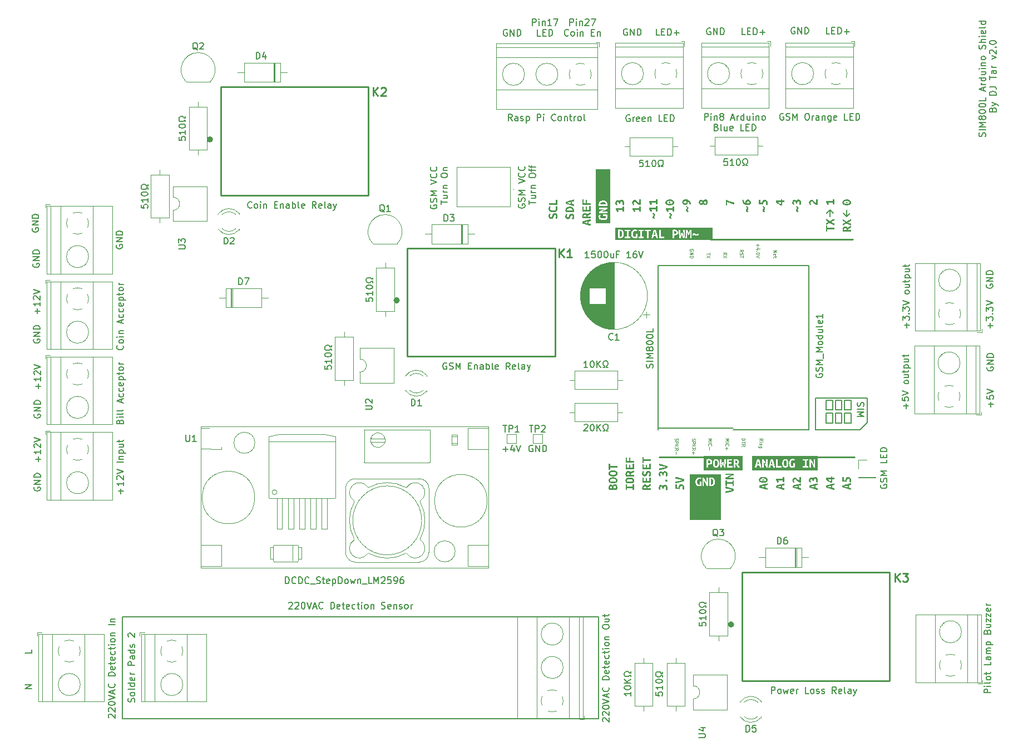
<source format=gbr>
%TF.GenerationSoftware,KiCad,Pcbnew,7.0.7*%
%TF.CreationDate,2025-08-02T13:59:43+07:00*%
%TF.ProjectId,uno-r4-shield-template,756e6f2d-7234-42d7-9368-69656c642d74,rev?*%
%TF.SameCoordinates,Original*%
%TF.FileFunction,Legend,Top*%
%TF.FilePolarity,Positive*%
%FSLAX46Y46*%
G04 Gerber Fmt 4.6, Leading zero omitted, Abs format (unit mm)*
G04 Created by KiCad (PCBNEW 7.0.7) date 2025-08-02 13:59:43*
%MOMM*%
%LPD*%
G01*
G04 APERTURE LIST*
%ADD10C,0.250000*%
%ADD11C,0.150000*%
%ADD12C,0.200000*%
%ADD13C,0.125000*%
%ADD14C,0.254000*%
%ADD15C,0.120000*%
%ADD16C,0.100000*%
%ADD17C,0.500000*%
G04 APERTURE END LIST*
D10*
X181496933Y-100386600D02*
X173362933Y-100386600D01*
D11*
X201940133Y-63838600D02*
X202448133Y-63330600D01*
X201200000Y-93750000D02*
X200200000Y-93750000D01*
X199400133Y-62797200D02*
X198892133Y-63305200D01*
X205100000Y-91400000D02*
X205100000Y-95200000D01*
D10*
X181162933Y-67271600D02*
X202862933Y-67271600D01*
D11*
X201200000Y-91750000D02*
X200200000Y-91750000D01*
X202600000Y-93250000D02*
X202600000Y-91750000D01*
X201200000Y-95250000D02*
X201200000Y-93750000D01*
X201940133Y-63838600D02*
X201432133Y-63330600D01*
X200200000Y-93750000D02*
X200200000Y-95250000D01*
X199400133Y-63813200D02*
X199400133Y-62797200D01*
X197200000Y-96300000D02*
X197200000Y-91400000D01*
X200200000Y-91750000D02*
X200200000Y-93250000D01*
D10*
X196422933Y-100386600D02*
X203102933Y-100386600D01*
D11*
X202600000Y-93750000D02*
X201600000Y-93750000D01*
X201600000Y-93750000D02*
X201600000Y-95250000D01*
X200200000Y-93250000D02*
X201200000Y-93250000D01*
X197200000Y-91400000D02*
X205100000Y-91400000D01*
X202600000Y-95250000D02*
X202600000Y-93750000D01*
X204000000Y-96300000D02*
X197200000Y-96300000D01*
X199800000Y-93750000D02*
X198800000Y-93750000D01*
X201600000Y-93250000D02*
X202600000Y-93250000D01*
X199800000Y-93250000D02*
X199800000Y-91750000D01*
X205100000Y-95200000D02*
X204000000Y-96300000D01*
X199800000Y-95250000D02*
X199800000Y-93750000D01*
X201600000Y-95250000D02*
X202600000Y-95250000D01*
X198800000Y-95250000D02*
X199800000Y-95250000D01*
X202600000Y-91750000D02*
X201600000Y-91750000D01*
X198800000Y-93750000D02*
X198800000Y-95250000D01*
X201200000Y-93250000D02*
X201200000Y-91750000D01*
X201600000Y-91750000D02*
X201600000Y-93250000D01*
X91655000Y-124725000D02*
X164155000Y-124725000D01*
X164155000Y-140225000D01*
X91655000Y-140225000D01*
X91655000Y-124725000D01*
X198800000Y-93250000D02*
X199800000Y-93250000D01*
X199800000Y-91750000D02*
X198800000Y-91750000D01*
X201940133Y-62822600D02*
X201940133Y-63838600D01*
X200200000Y-95250000D02*
X201200000Y-95250000D01*
X198800000Y-91750000D02*
X198800000Y-93250000D01*
X199400133Y-62797200D02*
X199908133Y-63305200D01*
D12*
X223786266Y-80799999D02*
X223786266Y-80038095D01*
X224167219Y-80419047D02*
X223405314Y-80419047D01*
X223167219Y-79657142D02*
X223167219Y-79038095D01*
X223167219Y-79038095D02*
X223548171Y-79371428D01*
X223548171Y-79371428D02*
X223548171Y-79228571D01*
X223548171Y-79228571D02*
X223595790Y-79133333D01*
X223595790Y-79133333D02*
X223643409Y-79085714D01*
X223643409Y-79085714D02*
X223738647Y-79038095D01*
X223738647Y-79038095D02*
X223976742Y-79038095D01*
X223976742Y-79038095D02*
X224071980Y-79085714D01*
X224071980Y-79085714D02*
X224119600Y-79133333D01*
X224119600Y-79133333D02*
X224167219Y-79228571D01*
X224167219Y-79228571D02*
X224167219Y-79514285D01*
X224167219Y-79514285D02*
X224119600Y-79609523D01*
X224119600Y-79609523D02*
X224071980Y-79657142D01*
X224071980Y-78609523D02*
X224119600Y-78561904D01*
X224119600Y-78561904D02*
X224167219Y-78609523D01*
X224167219Y-78609523D02*
X224119600Y-78657142D01*
X224119600Y-78657142D02*
X224071980Y-78609523D01*
X224071980Y-78609523D02*
X224167219Y-78609523D01*
X223167219Y-78228571D02*
X223167219Y-77609524D01*
X223167219Y-77609524D02*
X223548171Y-77942857D01*
X223548171Y-77942857D02*
X223548171Y-77800000D01*
X223548171Y-77800000D02*
X223595790Y-77704762D01*
X223595790Y-77704762D02*
X223643409Y-77657143D01*
X223643409Y-77657143D02*
X223738647Y-77609524D01*
X223738647Y-77609524D02*
X223976742Y-77609524D01*
X223976742Y-77609524D02*
X224071980Y-77657143D01*
X224071980Y-77657143D02*
X224119600Y-77704762D01*
X224119600Y-77704762D02*
X224167219Y-77800000D01*
X224167219Y-77800000D02*
X224167219Y-78085714D01*
X224167219Y-78085714D02*
X224119600Y-78180952D01*
X224119600Y-78180952D02*
X224071980Y-78228571D01*
X223167219Y-77323809D02*
X224167219Y-76990476D01*
X224167219Y-76990476D02*
X223167219Y-76657143D01*
X181193095Y-35219838D02*
X181097857Y-35172219D01*
X181097857Y-35172219D02*
X180955000Y-35172219D01*
X180955000Y-35172219D02*
X180812143Y-35219838D01*
X180812143Y-35219838D02*
X180716905Y-35315076D01*
X180716905Y-35315076D02*
X180669286Y-35410314D01*
X180669286Y-35410314D02*
X180621667Y-35600790D01*
X180621667Y-35600790D02*
X180621667Y-35743647D01*
X180621667Y-35743647D02*
X180669286Y-35934123D01*
X180669286Y-35934123D02*
X180716905Y-36029361D01*
X180716905Y-36029361D02*
X180812143Y-36124600D01*
X180812143Y-36124600D02*
X180955000Y-36172219D01*
X180955000Y-36172219D02*
X181050238Y-36172219D01*
X181050238Y-36172219D02*
X181193095Y-36124600D01*
X181193095Y-36124600D02*
X181240714Y-36076980D01*
X181240714Y-36076980D02*
X181240714Y-35743647D01*
X181240714Y-35743647D02*
X181050238Y-35743647D01*
X181669286Y-36172219D02*
X181669286Y-35172219D01*
X181669286Y-35172219D02*
X182240714Y-36172219D01*
X182240714Y-36172219D02*
X182240714Y-35172219D01*
X182716905Y-36172219D02*
X182716905Y-35172219D01*
X182716905Y-35172219D02*
X182955000Y-35172219D01*
X182955000Y-35172219D02*
X183097857Y-35219838D01*
X183097857Y-35219838D02*
X183193095Y-35315076D01*
X183193095Y-35315076D02*
X183240714Y-35410314D01*
X183240714Y-35410314D02*
X183288333Y-35600790D01*
X183288333Y-35600790D02*
X183288333Y-35743647D01*
X183288333Y-35743647D02*
X183240714Y-35934123D01*
X183240714Y-35934123D02*
X183193095Y-36029361D01*
X183193095Y-36029361D02*
X183097857Y-36124600D01*
X183097857Y-36124600D02*
X182955000Y-36172219D01*
X182955000Y-36172219D02*
X182716905Y-36172219D01*
D13*
X185959423Y-97601283D02*
X186459423Y-97601283D01*
X186459423Y-97601283D02*
X186459423Y-97720331D01*
X186459423Y-97720331D02*
X186435613Y-97791759D01*
X186435613Y-97791759D02*
X186387994Y-97839378D01*
X186387994Y-97839378D02*
X186340375Y-97863188D01*
X186340375Y-97863188D02*
X186245137Y-97886997D01*
X186245137Y-97886997D02*
X186173709Y-97886997D01*
X186173709Y-97886997D02*
X186078471Y-97863188D01*
X186078471Y-97863188D02*
X186030852Y-97839378D01*
X186030852Y-97839378D02*
X185983233Y-97791759D01*
X185983233Y-97791759D02*
X185959423Y-97720331D01*
X185959423Y-97720331D02*
X185959423Y-97601283D01*
X186459423Y-98029855D02*
X186459423Y-98315569D01*
X185959423Y-98172712D02*
X186459423Y-98172712D01*
X185959423Y-98767949D02*
X186197518Y-98601283D01*
X185959423Y-98482235D02*
X186459423Y-98482235D01*
X186459423Y-98482235D02*
X186459423Y-98672711D01*
X186459423Y-98672711D02*
X186435613Y-98720330D01*
X186435613Y-98720330D02*
X186411804Y-98744140D01*
X186411804Y-98744140D02*
X186364185Y-98767949D01*
X186364185Y-98767949D02*
X186292756Y-98767949D01*
X186292756Y-98767949D02*
X186245137Y-98744140D01*
X186245137Y-98744140D02*
X186221328Y-98720330D01*
X186221328Y-98720330D02*
X186197518Y-98672711D01*
X186197518Y-98672711D02*
X186197518Y-98482235D01*
D12*
X168538095Y-35314838D02*
X168442857Y-35267219D01*
X168442857Y-35267219D02*
X168300000Y-35267219D01*
X168300000Y-35267219D02*
X168157143Y-35314838D01*
X168157143Y-35314838D02*
X168061905Y-35410076D01*
X168061905Y-35410076D02*
X168014286Y-35505314D01*
X168014286Y-35505314D02*
X167966667Y-35695790D01*
X167966667Y-35695790D02*
X167966667Y-35838647D01*
X167966667Y-35838647D02*
X168014286Y-36029123D01*
X168014286Y-36029123D02*
X168061905Y-36124361D01*
X168061905Y-36124361D02*
X168157143Y-36219600D01*
X168157143Y-36219600D02*
X168300000Y-36267219D01*
X168300000Y-36267219D02*
X168395238Y-36267219D01*
X168395238Y-36267219D02*
X168538095Y-36219600D01*
X168538095Y-36219600D02*
X168585714Y-36171980D01*
X168585714Y-36171980D02*
X168585714Y-35838647D01*
X168585714Y-35838647D02*
X168395238Y-35838647D01*
X169014286Y-36267219D02*
X169014286Y-35267219D01*
X169014286Y-35267219D02*
X169585714Y-36267219D01*
X169585714Y-36267219D02*
X169585714Y-35267219D01*
X170061905Y-36267219D02*
X170061905Y-35267219D01*
X170061905Y-35267219D02*
X170300000Y-35267219D01*
X170300000Y-35267219D02*
X170442857Y-35314838D01*
X170442857Y-35314838D02*
X170538095Y-35410076D01*
X170538095Y-35410076D02*
X170585714Y-35505314D01*
X170585714Y-35505314D02*
X170633333Y-35695790D01*
X170633333Y-35695790D02*
X170633333Y-35838647D01*
X170633333Y-35838647D02*
X170585714Y-36029123D01*
X170585714Y-36029123D02*
X170538095Y-36124361D01*
X170538095Y-36124361D02*
X170442857Y-36219600D01*
X170442857Y-36219600D02*
X170300000Y-36267219D01*
X170300000Y-36267219D02*
X170061905Y-36267219D01*
X78292147Y-93902331D02*
X78244528Y-93997569D01*
X78244528Y-93997569D02*
X78244528Y-94140426D01*
X78244528Y-94140426D02*
X78292147Y-94283283D01*
X78292147Y-94283283D02*
X78387385Y-94378521D01*
X78387385Y-94378521D02*
X78482623Y-94426140D01*
X78482623Y-94426140D02*
X78673099Y-94473759D01*
X78673099Y-94473759D02*
X78815956Y-94473759D01*
X78815956Y-94473759D02*
X79006432Y-94426140D01*
X79006432Y-94426140D02*
X79101670Y-94378521D01*
X79101670Y-94378521D02*
X79196909Y-94283283D01*
X79196909Y-94283283D02*
X79244528Y-94140426D01*
X79244528Y-94140426D02*
X79244528Y-94045188D01*
X79244528Y-94045188D02*
X79196909Y-93902331D01*
X79196909Y-93902331D02*
X79149289Y-93854712D01*
X79149289Y-93854712D02*
X78815956Y-93854712D01*
X78815956Y-93854712D02*
X78815956Y-94045188D01*
X79244528Y-93426140D02*
X78244528Y-93426140D01*
X78244528Y-93426140D02*
X79244528Y-92854712D01*
X79244528Y-92854712D02*
X78244528Y-92854712D01*
X79244528Y-92378521D02*
X78244528Y-92378521D01*
X78244528Y-92378521D02*
X78244528Y-92140426D01*
X78244528Y-92140426D02*
X78292147Y-91997569D01*
X78292147Y-91997569D02*
X78387385Y-91902331D01*
X78387385Y-91902331D02*
X78482623Y-91854712D01*
X78482623Y-91854712D02*
X78673099Y-91807093D01*
X78673099Y-91807093D02*
X78815956Y-91807093D01*
X78815956Y-91807093D02*
X79006432Y-91854712D01*
X79006432Y-91854712D02*
X79101670Y-91902331D01*
X79101670Y-91902331D02*
X79196909Y-91997569D01*
X79196909Y-91997569D02*
X79244528Y-92140426D01*
X79244528Y-92140426D02*
X79244528Y-92378521D01*
X223886266Y-92777446D02*
X223886266Y-92015542D01*
X224267219Y-92396494D02*
X223505314Y-92396494D01*
X223267219Y-91063161D02*
X223267219Y-91539351D01*
X223267219Y-91539351D02*
X223743409Y-91586970D01*
X223743409Y-91586970D02*
X223695790Y-91539351D01*
X223695790Y-91539351D02*
X223648171Y-91444113D01*
X223648171Y-91444113D02*
X223648171Y-91206018D01*
X223648171Y-91206018D02*
X223695790Y-91110780D01*
X223695790Y-91110780D02*
X223743409Y-91063161D01*
X223743409Y-91063161D02*
X223838647Y-91015542D01*
X223838647Y-91015542D02*
X224076742Y-91015542D01*
X224076742Y-91015542D02*
X224171980Y-91063161D01*
X224171980Y-91063161D02*
X224219600Y-91110780D01*
X224219600Y-91110780D02*
X224267219Y-91206018D01*
X224267219Y-91206018D02*
X224267219Y-91444113D01*
X224267219Y-91444113D02*
X224219600Y-91539351D01*
X224219600Y-91539351D02*
X224171980Y-91586970D01*
X223267219Y-90729827D02*
X224267219Y-90396494D01*
X224267219Y-90396494D02*
X223267219Y-90063161D01*
X223314838Y-86753637D02*
X223267219Y-86848875D01*
X223267219Y-86848875D02*
X223267219Y-86991732D01*
X223267219Y-86991732D02*
X223314838Y-87134589D01*
X223314838Y-87134589D02*
X223410076Y-87229827D01*
X223410076Y-87229827D02*
X223505314Y-87277446D01*
X223505314Y-87277446D02*
X223695790Y-87325065D01*
X223695790Y-87325065D02*
X223838647Y-87325065D01*
X223838647Y-87325065D02*
X224029123Y-87277446D01*
X224029123Y-87277446D02*
X224124361Y-87229827D01*
X224124361Y-87229827D02*
X224219600Y-87134589D01*
X224219600Y-87134589D02*
X224267219Y-86991732D01*
X224267219Y-86991732D02*
X224267219Y-86896494D01*
X224267219Y-86896494D02*
X224219600Y-86753637D01*
X224219600Y-86753637D02*
X224171980Y-86706018D01*
X224171980Y-86706018D02*
X223838647Y-86706018D01*
X223838647Y-86706018D02*
X223838647Y-86896494D01*
X224267219Y-86277446D02*
X223267219Y-86277446D01*
X223267219Y-86277446D02*
X224267219Y-85706018D01*
X224267219Y-85706018D02*
X223267219Y-85706018D01*
X224267219Y-85229827D02*
X223267219Y-85229827D01*
X223267219Y-85229827D02*
X223267219Y-84991732D01*
X223267219Y-84991732D02*
X223314838Y-84848875D01*
X223314838Y-84848875D02*
X223410076Y-84753637D01*
X223410076Y-84753637D02*
X223505314Y-84706018D01*
X223505314Y-84706018D02*
X223695790Y-84658399D01*
X223695790Y-84658399D02*
X223838647Y-84658399D01*
X223838647Y-84658399D02*
X224029123Y-84706018D01*
X224029123Y-84706018D02*
X224124361Y-84753637D01*
X224124361Y-84753637D02*
X224219600Y-84848875D01*
X224219600Y-84848875D02*
X224267219Y-84991732D01*
X224267219Y-84991732D02*
X224267219Y-85229827D01*
D13*
X185659423Y-69186997D02*
X185897518Y-69020331D01*
X185659423Y-68901283D02*
X186159423Y-68901283D01*
X186159423Y-68901283D02*
X186159423Y-69091759D01*
X186159423Y-69091759D02*
X186135613Y-69139378D01*
X186135613Y-69139378D02*
X186111804Y-69163188D01*
X186111804Y-69163188D02*
X186064185Y-69186997D01*
X186064185Y-69186997D02*
X185992756Y-69186997D01*
X185992756Y-69186997D02*
X185945137Y-69163188D01*
X185945137Y-69163188D02*
X185921328Y-69139378D01*
X185921328Y-69139378D02*
X185897518Y-69091759D01*
X185897518Y-69091759D02*
X185897518Y-68901283D01*
X185683233Y-69377474D02*
X185659423Y-69448902D01*
X185659423Y-69448902D02*
X185659423Y-69567950D01*
X185659423Y-69567950D02*
X185683233Y-69615569D01*
X185683233Y-69615569D02*
X185707042Y-69639378D01*
X185707042Y-69639378D02*
X185754661Y-69663188D01*
X185754661Y-69663188D02*
X185802280Y-69663188D01*
X185802280Y-69663188D02*
X185849899Y-69639378D01*
X185849899Y-69639378D02*
X185873709Y-69615569D01*
X185873709Y-69615569D02*
X185897518Y-69567950D01*
X185897518Y-69567950D02*
X185921328Y-69472712D01*
X185921328Y-69472712D02*
X185945137Y-69425093D01*
X185945137Y-69425093D02*
X185968947Y-69401283D01*
X185968947Y-69401283D02*
X186016566Y-69377474D01*
X186016566Y-69377474D02*
X186064185Y-69377474D01*
X186064185Y-69377474D02*
X186111804Y-69401283D01*
X186111804Y-69401283D02*
X186135613Y-69425093D01*
X186135613Y-69425093D02*
X186159423Y-69472712D01*
X186159423Y-69472712D02*
X186159423Y-69591759D01*
X186159423Y-69591759D02*
X186135613Y-69663188D01*
X186159423Y-69806045D02*
X186159423Y-70091759D01*
X185659423Y-69948902D02*
X186159423Y-69948902D01*
D12*
X77872219Y-135610713D02*
X76872219Y-135610713D01*
X76872219Y-135610713D02*
X77872219Y-135039285D01*
X77872219Y-135039285D02*
X76872219Y-135039285D01*
D13*
X183159423Y-69586997D02*
X183397518Y-69420331D01*
X183159423Y-69301283D02*
X183659423Y-69301283D01*
X183659423Y-69301283D02*
X183659423Y-69491759D01*
X183659423Y-69491759D02*
X183635613Y-69539378D01*
X183635613Y-69539378D02*
X183611804Y-69563188D01*
X183611804Y-69563188D02*
X183564185Y-69586997D01*
X183564185Y-69586997D02*
X183492756Y-69586997D01*
X183492756Y-69586997D02*
X183445137Y-69563188D01*
X183445137Y-69563188D02*
X183421328Y-69539378D01*
X183421328Y-69539378D02*
X183397518Y-69491759D01*
X183397518Y-69491759D02*
X183397518Y-69301283D01*
X183659423Y-69753664D02*
X183159423Y-70086997D01*
X183659423Y-70086997D02*
X183159423Y-69753664D01*
D12*
X78863575Y-90002331D02*
X78863575Y-89240427D01*
X79244528Y-89621379D02*
X78482623Y-89621379D01*
X79244528Y-88240427D02*
X79244528Y-88811855D01*
X79244528Y-88526141D02*
X78244528Y-88526141D01*
X78244528Y-88526141D02*
X78387385Y-88621379D01*
X78387385Y-88621379D02*
X78482623Y-88716617D01*
X78482623Y-88716617D02*
X78530242Y-88811855D01*
X78339766Y-87859474D02*
X78292147Y-87811855D01*
X78292147Y-87811855D02*
X78244528Y-87716617D01*
X78244528Y-87716617D02*
X78244528Y-87478522D01*
X78244528Y-87478522D02*
X78292147Y-87383284D01*
X78292147Y-87383284D02*
X78339766Y-87335665D01*
X78339766Y-87335665D02*
X78435004Y-87288046D01*
X78435004Y-87288046D02*
X78530242Y-87288046D01*
X78530242Y-87288046D02*
X78673099Y-87335665D01*
X78673099Y-87335665D02*
X79244528Y-87907093D01*
X79244528Y-87907093D02*
X79244528Y-87288046D01*
X78244528Y-87002331D02*
X79244528Y-86668998D01*
X79244528Y-86668998D02*
X78244528Y-86335665D01*
X190471427Y-136367219D02*
X190471427Y-135367219D01*
X190471427Y-135367219D02*
X190852379Y-135367219D01*
X190852379Y-135367219D02*
X190947617Y-135414838D01*
X190947617Y-135414838D02*
X190995236Y-135462457D01*
X190995236Y-135462457D02*
X191042855Y-135557695D01*
X191042855Y-135557695D02*
X191042855Y-135700552D01*
X191042855Y-135700552D02*
X190995236Y-135795790D01*
X190995236Y-135795790D02*
X190947617Y-135843409D01*
X190947617Y-135843409D02*
X190852379Y-135891028D01*
X190852379Y-135891028D02*
X190471427Y-135891028D01*
X191614284Y-136367219D02*
X191519046Y-136319600D01*
X191519046Y-136319600D02*
X191471427Y-136271980D01*
X191471427Y-136271980D02*
X191423808Y-136176742D01*
X191423808Y-136176742D02*
X191423808Y-135891028D01*
X191423808Y-135891028D02*
X191471427Y-135795790D01*
X191471427Y-135795790D02*
X191519046Y-135748171D01*
X191519046Y-135748171D02*
X191614284Y-135700552D01*
X191614284Y-135700552D02*
X191757141Y-135700552D01*
X191757141Y-135700552D02*
X191852379Y-135748171D01*
X191852379Y-135748171D02*
X191899998Y-135795790D01*
X191899998Y-135795790D02*
X191947617Y-135891028D01*
X191947617Y-135891028D02*
X191947617Y-136176742D01*
X191947617Y-136176742D02*
X191899998Y-136271980D01*
X191899998Y-136271980D02*
X191852379Y-136319600D01*
X191852379Y-136319600D02*
X191757141Y-136367219D01*
X191757141Y-136367219D02*
X191614284Y-136367219D01*
X192280951Y-135700552D02*
X192471427Y-136367219D01*
X192471427Y-136367219D02*
X192661903Y-135891028D01*
X192661903Y-135891028D02*
X192852379Y-136367219D01*
X192852379Y-136367219D02*
X193042855Y-135700552D01*
X193804760Y-136319600D02*
X193709522Y-136367219D01*
X193709522Y-136367219D02*
X193519046Y-136367219D01*
X193519046Y-136367219D02*
X193423808Y-136319600D01*
X193423808Y-136319600D02*
X193376189Y-136224361D01*
X193376189Y-136224361D02*
X193376189Y-135843409D01*
X193376189Y-135843409D02*
X193423808Y-135748171D01*
X193423808Y-135748171D02*
X193519046Y-135700552D01*
X193519046Y-135700552D02*
X193709522Y-135700552D01*
X193709522Y-135700552D02*
X193804760Y-135748171D01*
X193804760Y-135748171D02*
X193852379Y-135843409D01*
X193852379Y-135843409D02*
X193852379Y-135938647D01*
X193852379Y-135938647D02*
X193376189Y-136033885D01*
X194280951Y-136367219D02*
X194280951Y-135700552D01*
X194280951Y-135891028D02*
X194328570Y-135795790D01*
X194328570Y-135795790D02*
X194376189Y-135748171D01*
X194376189Y-135748171D02*
X194471427Y-135700552D01*
X194471427Y-135700552D02*
X194566665Y-135700552D01*
X196138094Y-136367219D02*
X195661904Y-136367219D01*
X195661904Y-136367219D02*
X195661904Y-135367219D01*
X196614285Y-136367219D02*
X196519047Y-136319600D01*
X196519047Y-136319600D02*
X196471428Y-136271980D01*
X196471428Y-136271980D02*
X196423809Y-136176742D01*
X196423809Y-136176742D02*
X196423809Y-135891028D01*
X196423809Y-135891028D02*
X196471428Y-135795790D01*
X196471428Y-135795790D02*
X196519047Y-135748171D01*
X196519047Y-135748171D02*
X196614285Y-135700552D01*
X196614285Y-135700552D02*
X196757142Y-135700552D01*
X196757142Y-135700552D02*
X196852380Y-135748171D01*
X196852380Y-135748171D02*
X196899999Y-135795790D01*
X196899999Y-135795790D02*
X196947618Y-135891028D01*
X196947618Y-135891028D02*
X196947618Y-136176742D01*
X196947618Y-136176742D02*
X196899999Y-136271980D01*
X196899999Y-136271980D02*
X196852380Y-136319600D01*
X196852380Y-136319600D02*
X196757142Y-136367219D01*
X196757142Y-136367219D02*
X196614285Y-136367219D01*
X197328571Y-136319600D02*
X197423809Y-136367219D01*
X197423809Y-136367219D02*
X197614285Y-136367219D01*
X197614285Y-136367219D02*
X197709523Y-136319600D01*
X197709523Y-136319600D02*
X197757142Y-136224361D01*
X197757142Y-136224361D02*
X197757142Y-136176742D01*
X197757142Y-136176742D02*
X197709523Y-136081504D01*
X197709523Y-136081504D02*
X197614285Y-136033885D01*
X197614285Y-136033885D02*
X197471428Y-136033885D01*
X197471428Y-136033885D02*
X197376190Y-135986266D01*
X197376190Y-135986266D02*
X197328571Y-135891028D01*
X197328571Y-135891028D02*
X197328571Y-135843409D01*
X197328571Y-135843409D02*
X197376190Y-135748171D01*
X197376190Y-135748171D02*
X197471428Y-135700552D01*
X197471428Y-135700552D02*
X197614285Y-135700552D01*
X197614285Y-135700552D02*
X197709523Y-135748171D01*
X198138095Y-136319600D02*
X198233333Y-136367219D01*
X198233333Y-136367219D02*
X198423809Y-136367219D01*
X198423809Y-136367219D02*
X198519047Y-136319600D01*
X198519047Y-136319600D02*
X198566666Y-136224361D01*
X198566666Y-136224361D02*
X198566666Y-136176742D01*
X198566666Y-136176742D02*
X198519047Y-136081504D01*
X198519047Y-136081504D02*
X198423809Y-136033885D01*
X198423809Y-136033885D02*
X198280952Y-136033885D01*
X198280952Y-136033885D02*
X198185714Y-135986266D01*
X198185714Y-135986266D02*
X198138095Y-135891028D01*
X198138095Y-135891028D02*
X198138095Y-135843409D01*
X198138095Y-135843409D02*
X198185714Y-135748171D01*
X198185714Y-135748171D02*
X198280952Y-135700552D01*
X198280952Y-135700552D02*
X198423809Y-135700552D01*
X198423809Y-135700552D02*
X198519047Y-135748171D01*
X200328571Y-136367219D02*
X199995238Y-135891028D01*
X199757143Y-136367219D02*
X199757143Y-135367219D01*
X199757143Y-135367219D02*
X200138095Y-135367219D01*
X200138095Y-135367219D02*
X200233333Y-135414838D01*
X200233333Y-135414838D02*
X200280952Y-135462457D01*
X200280952Y-135462457D02*
X200328571Y-135557695D01*
X200328571Y-135557695D02*
X200328571Y-135700552D01*
X200328571Y-135700552D02*
X200280952Y-135795790D01*
X200280952Y-135795790D02*
X200233333Y-135843409D01*
X200233333Y-135843409D02*
X200138095Y-135891028D01*
X200138095Y-135891028D02*
X199757143Y-135891028D01*
X201138095Y-136319600D02*
X201042857Y-136367219D01*
X201042857Y-136367219D02*
X200852381Y-136367219D01*
X200852381Y-136367219D02*
X200757143Y-136319600D01*
X200757143Y-136319600D02*
X200709524Y-136224361D01*
X200709524Y-136224361D02*
X200709524Y-135843409D01*
X200709524Y-135843409D02*
X200757143Y-135748171D01*
X200757143Y-135748171D02*
X200852381Y-135700552D01*
X200852381Y-135700552D02*
X201042857Y-135700552D01*
X201042857Y-135700552D02*
X201138095Y-135748171D01*
X201138095Y-135748171D02*
X201185714Y-135843409D01*
X201185714Y-135843409D02*
X201185714Y-135938647D01*
X201185714Y-135938647D02*
X200709524Y-136033885D01*
X201757143Y-136367219D02*
X201661905Y-136319600D01*
X201661905Y-136319600D02*
X201614286Y-136224361D01*
X201614286Y-136224361D02*
X201614286Y-135367219D01*
X202566667Y-136367219D02*
X202566667Y-135843409D01*
X202566667Y-135843409D02*
X202519048Y-135748171D01*
X202519048Y-135748171D02*
X202423810Y-135700552D01*
X202423810Y-135700552D02*
X202233334Y-135700552D01*
X202233334Y-135700552D02*
X202138096Y-135748171D01*
X202566667Y-136319600D02*
X202471429Y-136367219D01*
X202471429Y-136367219D02*
X202233334Y-136367219D01*
X202233334Y-136367219D02*
X202138096Y-136319600D01*
X202138096Y-136319600D02*
X202090477Y-136224361D01*
X202090477Y-136224361D02*
X202090477Y-136129123D01*
X202090477Y-136129123D02*
X202138096Y-136033885D01*
X202138096Y-136033885D02*
X202233334Y-135986266D01*
X202233334Y-135986266D02*
X202471429Y-135986266D01*
X202471429Y-135986266D02*
X202566667Y-135938647D01*
X202947620Y-135700552D02*
X203185715Y-136367219D01*
X203423810Y-135700552D02*
X203185715Y-136367219D01*
X203185715Y-136367219D02*
X203090477Y-136605314D01*
X203090477Y-136605314D02*
X203042858Y-136652933D01*
X203042858Y-136652933D02*
X202947620Y-136700552D01*
X141028570Y-86114838D02*
X140933332Y-86067219D01*
X140933332Y-86067219D02*
X140790475Y-86067219D01*
X140790475Y-86067219D02*
X140647618Y-86114838D01*
X140647618Y-86114838D02*
X140552380Y-86210076D01*
X140552380Y-86210076D02*
X140504761Y-86305314D01*
X140504761Y-86305314D02*
X140457142Y-86495790D01*
X140457142Y-86495790D02*
X140457142Y-86638647D01*
X140457142Y-86638647D02*
X140504761Y-86829123D01*
X140504761Y-86829123D02*
X140552380Y-86924361D01*
X140552380Y-86924361D02*
X140647618Y-87019600D01*
X140647618Y-87019600D02*
X140790475Y-87067219D01*
X140790475Y-87067219D02*
X140885713Y-87067219D01*
X140885713Y-87067219D02*
X141028570Y-87019600D01*
X141028570Y-87019600D02*
X141076189Y-86971980D01*
X141076189Y-86971980D02*
X141076189Y-86638647D01*
X141076189Y-86638647D02*
X140885713Y-86638647D01*
X141457142Y-87019600D02*
X141599999Y-87067219D01*
X141599999Y-87067219D02*
X141838094Y-87067219D01*
X141838094Y-87067219D02*
X141933332Y-87019600D01*
X141933332Y-87019600D02*
X141980951Y-86971980D01*
X141980951Y-86971980D02*
X142028570Y-86876742D01*
X142028570Y-86876742D02*
X142028570Y-86781504D01*
X142028570Y-86781504D02*
X141980951Y-86686266D01*
X141980951Y-86686266D02*
X141933332Y-86638647D01*
X141933332Y-86638647D02*
X141838094Y-86591028D01*
X141838094Y-86591028D02*
X141647618Y-86543409D01*
X141647618Y-86543409D02*
X141552380Y-86495790D01*
X141552380Y-86495790D02*
X141504761Y-86448171D01*
X141504761Y-86448171D02*
X141457142Y-86352933D01*
X141457142Y-86352933D02*
X141457142Y-86257695D01*
X141457142Y-86257695D02*
X141504761Y-86162457D01*
X141504761Y-86162457D02*
X141552380Y-86114838D01*
X141552380Y-86114838D02*
X141647618Y-86067219D01*
X141647618Y-86067219D02*
X141885713Y-86067219D01*
X141885713Y-86067219D02*
X142028570Y-86114838D01*
X142457142Y-87067219D02*
X142457142Y-86067219D01*
X142457142Y-86067219D02*
X142790475Y-86781504D01*
X142790475Y-86781504D02*
X143123808Y-86067219D01*
X143123808Y-86067219D02*
X143123808Y-87067219D01*
X144361904Y-86543409D02*
X144695237Y-86543409D01*
X144838094Y-87067219D02*
X144361904Y-87067219D01*
X144361904Y-87067219D02*
X144361904Y-86067219D01*
X144361904Y-86067219D02*
X144838094Y-86067219D01*
X145266666Y-86400552D02*
X145266666Y-87067219D01*
X145266666Y-86495790D02*
X145314285Y-86448171D01*
X145314285Y-86448171D02*
X145409523Y-86400552D01*
X145409523Y-86400552D02*
X145552380Y-86400552D01*
X145552380Y-86400552D02*
X145647618Y-86448171D01*
X145647618Y-86448171D02*
X145695237Y-86543409D01*
X145695237Y-86543409D02*
X145695237Y-87067219D01*
X146599999Y-87067219D02*
X146599999Y-86543409D01*
X146599999Y-86543409D02*
X146552380Y-86448171D01*
X146552380Y-86448171D02*
X146457142Y-86400552D01*
X146457142Y-86400552D02*
X146266666Y-86400552D01*
X146266666Y-86400552D02*
X146171428Y-86448171D01*
X146599999Y-87019600D02*
X146504761Y-87067219D01*
X146504761Y-87067219D02*
X146266666Y-87067219D01*
X146266666Y-87067219D02*
X146171428Y-87019600D01*
X146171428Y-87019600D02*
X146123809Y-86924361D01*
X146123809Y-86924361D02*
X146123809Y-86829123D01*
X146123809Y-86829123D02*
X146171428Y-86733885D01*
X146171428Y-86733885D02*
X146266666Y-86686266D01*
X146266666Y-86686266D02*
X146504761Y-86686266D01*
X146504761Y-86686266D02*
X146599999Y-86638647D01*
X147076190Y-87067219D02*
X147076190Y-86067219D01*
X147076190Y-86448171D02*
X147171428Y-86400552D01*
X147171428Y-86400552D02*
X147361904Y-86400552D01*
X147361904Y-86400552D02*
X147457142Y-86448171D01*
X147457142Y-86448171D02*
X147504761Y-86495790D01*
X147504761Y-86495790D02*
X147552380Y-86591028D01*
X147552380Y-86591028D02*
X147552380Y-86876742D01*
X147552380Y-86876742D02*
X147504761Y-86971980D01*
X147504761Y-86971980D02*
X147457142Y-87019600D01*
X147457142Y-87019600D02*
X147361904Y-87067219D01*
X147361904Y-87067219D02*
X147171428Y-87067219D01*
X147171428Y-87067219D02*
X147076190Y-87019600D01*
X148123809Y-87067219D02*
X148028571Y-87019600D01*
X148028571Y-87019600D02*
X147980952Y-86924361D01*
X147980952Y-86924361D02*
X147980952Y-86067219D01*
X148885714Y-87019600D02*
X148790476Y-87067219D01*
X148790476Y-87067219D02*
X148600000Y-87067219D01*
X148600000Y-87067219D02*
X148504762Y-87019600D01*
X148504762Y-87019600D02*
X148457143Y-86924361D01*
X148457143Y-86924361D02*
X148457143Y-86543409D01*
X148457143Y-86543409D02*
X148504762Y-86448171D01*
X148504762Y-86448171D02*
X148600000Y-86400552D01*
X148600000Y-86400552D02*
X148790476Y-86400552D01*
X148790476Y-86400552D02*
X148885714Y-86448171D01*
X148885714Y-86448171D02*
X148933333Y-86543409D01*
X148933333Y-86543409D02*
X148933333Y-86638647D01*
X148933333Y-86638647D02*
X148457143Y-86733885D01*
X150695238Y-87067219D02*
X150361905Y-86591028D01*
X150123810Y-87067219D02*
X150123810Y-86067219D01*
X150123810Y-86067219D02*
X150504762Y-86067219D01*
X150504762Y-86067219D02*
X150600000Y-86114838D01*
X150600000Y-86114838D02*
X150647619Y-86162457D01*
X150647619Y-86162457D02*
X150695238Y-86257695D01*
X150695238Y-86257695D02*
X150695238Y-86400552D01*
X150695238Y-86400552D02*
X150647619Y-86495790D01*
X150647619Y-86495790D02*
X150600000Y-86543409D01*
X150600000Y-86543409D02*
X150504762Y-86591028D01*
X150504762Y-86591028D02*
X150123810Y-86591028D01*
X151504762Y-87019600D02*
X151409524Y-87067219D01*
X151409524Y-87067219D02*
X151219048Y-87067219D01*
X151219048Y-87067219D02*
X151123810Y-87019600D01*
X151123810Y-87019600D02*
X151076191Y-86924361D01*
X151076191Y-86924361D02*
X151076191Y-86543409D01*
X151076191Y-86543409D02*
X151123810Y-86448171D01*
X151123810Y-86448171D02*
X151219048Y-86400552D01*
X151219048Y-86400552D02*
X151409524Y-86400552D01*
X151409524Y-86400552D02*
X151504762Y-86448171D01*
X151504762Y-86448171D02*
X151552381Y-86543409D01*
X151552381Y-86543409D02*
X151552381Y-86638647D01*
X151552381Y-86638647D02*
X151076191Y-86733885D01*
X152123810Y-87067219D02*
X152028572Y-87019600D01*
X152028572Y-87019600D02*
X151980953Y-86924361D01*
X151980953Y-86924361D02*
X151980953Y-86067219D01*
X152933334Y-87067219D02*
X152933334Y-86543409D01*
X152933334Y-86543409D02*
X152885715Y-86448171D01*
X152885715Y-86448171D02*
X152790477Y-86400552D01*
X152790477Y-86400552D02*
X152600001Y-86400552D01*
X152600001Y-86400552D02*
X152504763Y-86448171D01*
X152933334Y-87019600D02*
X152838096Y-87067219D01*
X152838096Y-87067219D02*
X152600001Y-87067219D01*
X152600001Y-87067219D02*
X152504763Y-87019600D01*
X152504763Y-87019600D02*
X152457144Y-86924361D01*
X152457144Y-86924361D02*
X152457144Y-86829123D01*
X152457144Y-86829123D02*
X152504763Y-86733885D01*
X152504763Y-86733885D02*
X152600001Y-86686266D01*
X152600001Y-86686266D02*
X152838096Y-86686266D01*
X152838096Y-86686266D02*
X152933334Y-86638647D01*
X153314287Y-86400552D02*
X153552382Y-87067219D01*
X153790477Y-86400552D02*
X153552382Y-87067219D01*
X153552382Y-87067219D02*
X153457144Y-87305314D01*
X153457144Y-87305314D02*
X153409525Y-87352933D01*
X153409525Y-87352933D02*
X153314287Y-87400552D01*
X223009600Y-51666666D02*
X223057219Y-51523809D01*
X223057219Y-51523809D02*
X223057219Y-51285714D01*
X223057219Y-51285714D02*
X223009600Y-51190476D01*
X223009600Y-51190476D02*
X222961980Y-51142857D01*
X222961980Y-51142857D02*
X222866742Y-51095238D01*
X222866742Y-51095238D02*
X222771504Y-51095238D01*
X222771504Y-51095238D02*
X222676266Y-51142857D01*
X222676266Y-51142857D02*
X222628647Y-51190476D01*
X222628647Y-51190476D02*
X222581028Y-51285714D01*
X222581028Y-51285714D02*
X222533409Y-51476190D01*
X222533409Y-51476190D02*
X222485790Y-51571428D01*
X222485790Y-51571428D02*
X222438171Y-51619047D01*
X222438171Y-51619047D02*
X222342933Y-51666666D01*
X222342933Y-51666666D02*
X222247695Y-51666666D01*
X222247695Y-51666666D02*
X222152457Y-51619047D01*
X222152457Y-51619047D02*
X222104838Y-51571428D01*
X222104838Y-51571428D02*
X222057219Y-51476190D01*
X222057219Y-51476190D02*
X222057219Y-51238095D01*
X222057219Y-51238095D02*
X222104838Y-51095238D01*
X223057219Y-50666666D02*
X222057219Y-50666666D01*
X223057219Y-50190476D02*
X222057219Y-50190476D01*
X222057219Y-50190476D02*
X222771504Y-49857143D01*
X222771504Y-49857143D02*
X222057219Y-49523810D01*
X222057219Y-49523810D02*
X223057219Y-49523810D01*
X222485790Y-48904762D02*
X222438171Y-49000000D01*
X222438171Y-49000000D02*
X222390552Y-49047619D01*
X222390552Y-49047619D02*
X222295314Y-49095238D01*
X222295314Y-49095238D02*
X222247695Y-49095238D01*
X222247695Y-49095238D02*
X222152457Y-49047619D01*
X222152457Y-49047619D02*
X222104838Y-49000000D01*
X222104838Y-49000000D02*
X222057219Y-48904762D01*
X222057219Y-48904762D02*
X222057219Y-48714286D01*
X222057219Y-48714286D02*
X222104838Y-48619048D01*
X222104838Y-48619048D02*
X222152457Y-48571429D01*
X222152457Y-48571429D02*
X222247695Y-48523810D01*
X222247695Y-48523810D02*
X222295314Y-48523810D01*
X222295314Y-48523810D02*
X222390552Y-48571429D01*
X222390552Y-48571429D02*
X222438171Y-48619048D01*
X222438171Y-48619048D02*
X222485790Y-48714286D01*
X222485790Y-48714286D02*
X222485790Y-48904762D01*
X222485790Y-48904762D02*
X222533409Y-49000000D01*
X222533409Y-49000000D02*
X222581028Y-49047619D01*
X222581028Y-49047619D02*
X222676266Y-49095238D01*
X222676266Y-49095238D02*
X222866742Y-49095238D01*
X222866742Y-49095238D02*
X222961980Y-49047619D01*
X222961980Y-49047619D02*
X223009600Y-49000000D01*
X223009600Y-49000000D02*
X223057219Y-48904762D01*
X223057219Y-48904762D02*
X223057219Y-48714286D01*
X223057219Y-48714286D02*
X223009600Y-48619048D01*
X223009600Y-48619048D02*
X222961980Y-48571429D01*
X222961980Y-48571429D02*
X222866742Y-48523810D01*
X222866742Y-48523810D02*
X222676266Y-48523810D01*
X222676266Y-48523810D02*
X222581028Y-48571429D01*
X222581028Y-48571429D02*
X222533409Y-48619048D01*
X222533409Y-48619048D02*
X222485790Y-48714286D01*
X222057219Y-47904762D02*
X222057219Y-47809524D01*
X222057219Y-47809524D02*
X222104838Y-47714286D01*
X222104838Y-47714286D02*
X222152457Y-47666667D01*
X222152457Y-47666667D02*
X222247695Y-47619048D01*
X222247695Y-47619048D02*
X222438171Y-47571429D01*
X222438171Y-47571429D02*
X222676266Y-47571429D01*
X222676266Y-47571429D02*
X222866742Y-47619048D01*
X222866742Y-47619048D02*
X222961980Y-47666667D01*
X222961980Y-47666667D02*
X223009600Y-47714286D01*
X223009600Y-47714286D02*
X223057219Y-47809524D01*
X223057219Y-47809524D02*
X223057219Y-47904762D01*
X223057219Y-47904762D02*
X223009600Y-48000000D01*
X223009600Y-48000000D02*
X222961980Y-48047619D01*
X222961980Y-48047619D02*
X222866742Y-48095238D01*
X222866742Y-48095238D02*
X222676266Y-48142857D01*
X222676266Y-48142857D02*
X222438171Y-48142857D01*
X222438171Y-48142857D02*
X222247695Y-48095238D01*
X222247695Y-48095238D02*
X222152457Y-48047619D01*
X222152457Y-48047619D02*
X222104838Y-48000000D01*
X222104838Y-48000000D02*
X222057219Y-47904762D01*
X222057219Y-46952381D02*
X222057219Y-46857143D01*
X222057219Y-46857143D02*
X222104838Y-46761905D01*
X222104838Y-46761905D02*
X222152457Y-46714286D01*
X222152457Y-46714286D02*
X222247695Y-46666667D01*
X222247695Y-46666667D02*
X222438171Y-46619048D01*
X222438171Y-46619048D02*
X222676266Y-46619048D01*
X222676266Y-46619048D02*
X222866742Y-46666667D01*
X222866742Y-46666667D02*
X222961980Y-46714286D01*
X222961980Y-46714286D02*
X223009600Y-46761905D01*
X223009600Y-46761905D02*
X223057219Y-46857143D01*
X223057219Y-46857143D02*
X223057219Y-46952381D01*
X223057219Y-46952381D02*
X223009600Y-47047619D01*
X223009600Y-47047619D02*
X222961980Y-47095238D01*
X222961980Y-47095238D02*
X222866742Y-47142857D01*
X222866742Y-47142857D02*
X222676266Y-47190476D01*
X222676266Y-47190476D02*
X222438171Y-47190476D01*
X222438171Y-47190476D02*
X222247695Y-47142857D01*
X222247695Y-47142857D02*
X222152457Y-47095238D01*
X222152457Y-47095238D02*
X222104838Y-47047619D01*
X222104838Y-47047619D02*
X222057219Y-46952381D01*
X223057219Y-45714286D02*
X223057219Y-46190476D01*
X223057219Y-46190476D02*
X222057219Y-46190476D01*
X222771504Y-44666666D02*
X222771504Y-44190476D01*
X223057219Y-44761904D02*
X222057219Y-44428571D01*
X222057219Y-44428571D02*
X223057219Y-44095238D01*
X223057219Y-43761904D02*
X222390552Y-43761904D01*
X222581028Y-43761904D02*
X222485790Y-43714285D01*
X222485790Y-43714285D02*
X222438171Y-43666666D01*
X222438171Y-43666666D02*
X222390552Y-43571428D01*
X222390552Y-43571428D02*
X222390552Y-43476190D01*
X223057219Y-42714285D02*
X222057219Y-42714285D01*
X223009600Y-42714285D02*
X223057219Y-42809523D01*
X223057219Y-42809523D02*
X223057219Y-42999999D01*
X223057219Y-42999999D02*
X223009600Y-43095237D01*
X223009600Y-43095237D02*
X222961980Y-43142856D01*
X222961980Y-43142856D02*
X222866742Y-43190475D01*
X222866742Y-43190475D02*
X222581028Y-43190475D01*
X222581028Y-43190475D02*
X222485790Y-43142856D01*
X222485790Y-43142856D02*
X222438171Y-43095237D01*
X222438171Y-43095237D02*
X222390552Y-42999999D01*
X222390552Y-42999999D02*
X222390552Y-42809523D01*
X222390552Y-42809523D02*
X222438171Y-42714285D01*
X222390552Y-41809523D02*
X223057219Y-41809523D01*
X222390552Y-42238094D02*
X222914361Y-42238094D01*
X222914361Y-42238094D02*
X223009600Y-42190475D01*
X223009600Y-42190475D02*
X223057219Y-42095237D01*
X223057219Y-42095237D02*
X223057219Y-41952380D01*
X223057219Y-41952380D02*
X223009600Y-41857142D01*
X223009600Y-41857142D02*
X222961980Y-41809523D01*
X223057219Y-41333332D02*
X222390552Y-41333332D01*
X222057219Y-41333332D02*
X222104838Y-41380951D01*
X222104838Y-41380951D02*
X222152457Y-41333332D01*
X222152457Y-41333332D02*
X222104838Y-41285713D01*
X222104838Y-41285713D02*
X222057219Y-41333332D01*
X222057219Y-41333332D02*
X222152457Y-41333332D01*
X222390552Y-40857142D02*
X223057219Y-40857142D01*
X222485790Y-40857142D02*
X222438171Y-40809523D01*
X222438171Y-40809523D02*
X222390552Y-40714285D01*
X222390552Y-40714285D02*
X222390552Y-40571428D01*
X222390552Y-40571428D02*
X222438171Y-40476190D01*
X222438171Y-40476190D02*
X222533409Y-40428571D01*
X222533409Y-40428571D02*
X223057219Y-40428571D01*
X223057219Y-39809523D02*
X223009600Y-39904761D01*
X223009600Y-39904761D02*
X222961980Y-39952380D01*
X222961980Y-39952380D02*
X222866742Y-39999999D01*
X222866742Y-39999999D02*
X222581028Y-39999999D01*
X222581028Y-39999999D02*
X222485790Y-39952380D01*
X222485790Y-39952380D02*
X222438171Y-39904761D01*
X222438171Y-39904761D02*
X222390552Y-39809523D01*
X222390552Y-39809523D02*
X222390552Y-39666666D01*
X222390552Y-39666666D02*
X222438171Y-39571428D01*
X222438171Y-39571428D02*
X222485790Y-39523809D01*
X222485790Y-39523809D02*
X222581028Y-39476190D01*
X222581028Y-39476190D02*
X222866742Y-39476190D01*
X222866742Y-39476190D02*
X222961980Y-39523809D01*
X222961980Y-39523809D02*
X223009600Y-39571428D01*
X223009600Y-39571428D02*
X223057219Y-39666666D01*
X223057219Y-39666666D02*
X223057219Y-39809523D01*
X223009600Y-38333332D02*
X223057219Y-38190475D01*
X223057219Y-38190475D02*
X223057219Y-37952380D01*
X223057219Y-37952380D02*
X223009600Y-37857142D01*
X223009600Y-37857142D02*
X222961980Y-37809523D01*
X222961980Y-37809523D02*
X222866742Y-37761904D01*
X222866742Y-37761904D02*
X222771504Y-37761904D01*
X222771504Y-37761904D02*
X222676266Y-37809523D01*
X222676266Y-37809523D02*
X222628647Y-37857142D01*
X222628647Y-37857142D02*
X222581028Y-37952380D01*
X222581028Y-37952380D02*
X222533409Y-38142856D01*
X222533409Y-38142856D02*
X222485790Y-38238094D01*
X222485790Y-38238094D02*
X222438171Y-38285713D01*
X222438171Y-38285713D02*
X222342933Y-38333332D01*
X222342933Y-38333332D02*
X222247695Y-38333332D01*
X222247695Y-38333332D02*
X222152457Y-38285713D01*
X222152457Y-38285713D02*
X222104838Y-38238094D01*
X222104838Y-38238094D02*
X222057219Y-38142856D01*
X222057219Y-38142856D02*
X222057219Y-37904761D01*
X222057219Y-37904761D02*
X222104838Y-37761904D01*
X223057219Y-37333332D02*
X222057219Y-37333332D01*
X223057219Y-36904761D02*
X222533409Y-36904761D01*
X222533409Y-36904761D02*
X222438171Y-36952380D01*
X222438171Y-36952380D02*
X222390552Y-37047618D01*
X222390552Y-37047618D02*
X222390552Y-37190475D01*
X222390552Y-37190475D02*
X222438171Y-37285713D01*
X222438171Y-37285713D02*
X222485790Y-37333332D01*
X223057219Y-36428570D02*
X222390552Y-36428570D01*
X222057219Y-36428570D02*
X222104838Y-36476189D01*
X222104838Y-36476189D02*
X222152457Y-36428570D01*
X222152457Y-36428570D02*
X222104838Y-36380951D01*
X222104838Y-36380951D02*
X222057219Y-36428570D01*
X222057219Y-36428570D02*
X222152457Y-36428570D01*
X223009600Y-35571428D02*
X223057219Y-35666666D01*
X223057219Y-35666666D02*
X223057219Y-35857142D01*
X223057219Y-35857142D02*
X223009600Y-35952380D01*
X223009600Y-35952380D02*
X222914361Y-35999999D01*
X222914361Y-35999999D02*
X222533409Y-35999999D01*
X222533409Y-35999999D02*
X222438171Y-35952380D01*
X222438171Y-35952380D02*
X222390552Y-35857142D01*
X222390552Y-35857142D02*
X222390552Y-35666666D01*
X222390552Y-35666666D02*
X222438171Y-35571428D01*
X222438171Y-35571428D02*
X222533409Y-35523809D01*
X222533409Y-35523809D02*
X222628647Y-35523809D01*
X222628647Y-35523809D02*
X222723885Y-35999999D01*
X223057219Y-34952380D02*
X223009600Y-35047618D01*
X223009600Y-35047618D02*
X222914361Y-35095237D01*
X222914361Y-35095237D02*
X222057219Y-35095237D01*
X223057219Y-34142856D02*
X222057219Y-34142856D01*
X223009600Y-34142856D02*
X223057219Y-34238094D01*
X223057219Y-34238094D02*
X223057219Y-34428570D01*
X223057219Y-34428570D02*
X223009600Y-34523808D01*
X223009600Y-34523808D02*
X222961980Y-34571427D01*
X222961980Y-34571427D02*
X222866742Y-34619046D01*
X222866742Y-34619046D02*
X222581028Y-34619046D01*
X222581028Y-34619046D02*
X222485790Y-34571427D01*
X222485790Y-34571427D02*
X222438171Y-34523808D01*
X222438171Y-34523808D02*
X222390552Y-34428570D01*
X222390552Y-34428570D02*
X222390552Y-34238094D01*
X222390552Y-34238094D02*
X222438171Y-34142856D01*
X224143409Y-47547619D02*
X224191028Y-47404762D01*
X224191028Y-47404762D02*
X224238647Y-47357143D01*
X224238647Y-47357143D02*
X224333885Y-47309524D01*
X224333885Y-47309524D02*
X224476742Y-47309524D01*
X224476742Y-47309524D02*
X224571980Y-47357143D01*
X224571980Y-47357143D02*
X224619600Y-47404762D01*
X224619600Y-47404762D02*
X224667219Y-47500000D01*
X224667219Y-47500000D02*
X224667219Y-47880952D01*
X224667219Y-47880952D02*
X223667219Y-47880952D01*
X223667219Y-47880952D02*
X223667219Y-47547619D01*
X223667219Y-47547619D02*
X223714838Y-47452381D01*
X223714838Y-47452381D02*
X223762457Y-47404762D01*
X223762457Y-47404762D02*
X223857695Y-47357143D01*
X223857695Y-47357143D02*
X223952933Y-47357143D01*
X223952933Y-47357143D02*
X224048171Y-47404762D01*
X224048171Y-47404762D02*
X224095790Y-47452381D01*
X224095790Y-47452381D02*
X224143409Y-47547619D01*
X224143409Y-47547619D02*
X224143409Y-47880952D01*
X224000552Y-46976190D02*
X224667219Y-46738095D01*
X224000552Y-46500000D02*
X224667219Y-46738095D01*
X224667219Y-46738095D02*
X224905314Y-46833333D01*
X224905314Y-46833333D02*
X224952933Y-46880952D01*
X224952933Y-46880952D02*
X225000552Y-46976190D01*
X224667219Y-45357142D02*
X223667219Y-45357142D01*
X223667219Y-45357142D02*
X223667219Y-45119047D01*
X223667219Y-45119047D02*
X223714838Y-44976190D01*
X223714838Y-44976190D02*
X223810076Y-44880952D01*
X223810076Y-44880952D02*
X223905314Y-44833333D01*
X223905314Y-44833333D02*
X224095790Y-44785714D01*
X224095790Y-44785714D02*
X224238647Y-44785714D01*
X224238647Y-44785714D02*
X224429123Y-44833333D01*
X224429123Y-44833333D02*
X224524361Y-44880952D01*
X224524361Y-44880952D02*
X224619600Y-44976190D01*
X224619600Y-44976190D02*
X224667219Y-45119047D01*
X224667219Y-45119047D02*
X224667219Y-45357142D01*
X223667219Y-44071428D02*
X224381504Y-44071428D01*
X224381504Y-44071428D02*
X224524361Y-44119047D01*
X224524361Y-44119047D02*
X224619600Y-44214285D01*
X224619600Y-44214285D02*
X224667219Y-44357142D01*
X224667219Y-44357142D02*
X224667219Y-44452380D01*
X223667219Y-42976189D02*
X223667219Y-42404761D01*
X224667219Y-42690475D02*
X223667219Y-42690475D01*
X224667219Y-41642856D02*
X224143409Y-41642856D01*
X224143409Y-41642856D02*
X224048171Y-41690475D01*
X224048171Y-41690475D02*
X224000552Y-41785713D01*
X224000552Y-41785713D02*
X224000552Y-41976189D01*
X224000552Y-41976189D02*
X224048171Y-42071427D01*
X224619600Y-41642856D02*
X224667219Y-41738094D01*
X224667219Y-41738094D02*
X224667219Y-41976189D01*
X224667219Y-41976189D02*
X224619600Y-42071427D01*
X224619600Y-42071427D02*
X224524361Y-42119046D01*
X224524361Y-42119046D02*
X224429123Y-42119046D01*
X224429123Y-42119046D02*
X224333885Y-42071427D01*
X224333885Y-42071427D02*
X224286266Y-41976189D01*
X224286266Y-41976189D02*
X224286266Y-41738094D01*
X224286266Y-41738094D02*
X224238647Y-41642856D01*
X224667219Y-41166665D02*
X224000552Y-41166665D01*
X224191028Y-41166665D02*
X224095790Y-41119046D01*
X224095790Y-41119046D02*
X224048171Y-41071427D01*
X224048171Y-41071427D02*
X224000552Y-40976189D01*
X224000552Y-40976189D02*
X224000552Y-40880951D01*
X224000552Y-39880950D02*
X224667219Y-39642855D01*
X224667219Y-39642855D02*
X224000552Y-39404760D01*
X223762457Y-39071426D02*
X223714838Y-39023807D01*
X223714838Y-39023807D02*
X223667219Y-38928569D01*
X223667219Y-38928569D02*
X223667219Y-38690474D01*
X223667219Y-38690474D02*
X223714838Y-38595236D01*
X223714838Y-38595236D02*
X223762457Y-38547617D01*
X223762457Y-38547617D02*
X223857695Y-38499998D01*
X223857695Y-38499998D02*
X223952933Y-38499998D01*
X223952933Y-38499998D02*
X224095790Y-38547617D01*
X224095790Y-38547617D02*
X224667219Y-39119045D01*
X224667219Y-39119045D02*
X224667219Y-38499998D01*
X224571980Y-38071426D02*
X224619600Y-38023807D01*
X224619600Y-38023807D02*
X224667219Y-38071426D01*
X224667219Y-38071426D02*
X224619600Y-38119045D01*
X224619600Y-38119045D02*
X224571980Y-38071426D01*
X224571980Y-38071426D02*
X224667219Y-38071426D01*
X223667219Y-37404760D02*
X223667219Y-37309522D01*
X223667219Y-37309522D02*
X223714838Y-37214284D01*
X223714838Y-37214284D02*
X223762457Y-37166665D01*
X223762457Y-37166665D02*
X223857695Y-37119046D01*
X223857695Y-37119046D02*
X224048171Y-37071427D01*
X224048171Y-37071427D02*
X224286266Y-37071427D01*
X224286266Y-37071427D02*
X224476742Y-37119046D01*
X224476742Y-37119046D02*
X224571980Y-37166665D01*
X224571980Y-37166665D02*
X224619600Y-37214284D01*
X224619600Y-37214284D02*
X224667219Y-37309522D01*
X224667219Y-37309522D02*
X224667219Y-37404760D01*
X224667219Y-37404760D02*
X224619600Y-37499998D01*
X224619600Y-37499998D02*
X224571980Y-37547617D01*
X224571980Y-37547617D02*
X224476742Y-37595236D01*
X224476742Y-37595236D02*
X224286266Y-37642855D01*
X224286266Y-37642855D02*
X224048171Y-37642855D01*
X224048171Y-37642855D02*
X223857695Y-37595236D01*
X223857695Y-37595236D02*
X223762457Y-37547617D01*
X223762457Y-37547617D02*
X223714838Y-37499998D01*
X223714838Y-37499998D02*
X223667219Y-37404760D01*
X111380951Y-62471980D02*
X111333332Y-62519600D01*
X111333332Y-62519600D02*
X111190475Y-62567219D01*
X111190475Y-62567219D02*
X111095237Y-62567219D01*
X111095237Y-62567219D02*
X110952380Y-62519600D01*
X110952380Y-62519600D02*
X110857142Y-62424361D01*
X110857142Y-62424361D02*
X110809523Y-62329123D01*
X110809523Y-62329123D02*
X110761904Y-62138647D01*
X110761904Y-62138647D02*
X110761904Y-61995790D01*
X110761904Y-61995790D02*
X110809523Y-61805314D01*
X110809523Y-61805314D02*
X110857142Y-61710076D01*
X110857142Y-61710076D02*
X110952380Y-61614838D01*
X110952380Y-61614838D02*
X111095237Y-61567219D01*
X111095237Y-61567219D02*
X111190475Y-61567219D01*
X111190475Y-61567219D02*
X111333332Y-61614838D01*
X111333332Y-61614838D02*
X111380951Y-61662457D01*
X111952380Y-62567219D02*
X111857142Y-62519600D01*
X111857142Y-62519600D02*
X111809523Y-62471980D01*
X111809523Y-62471980D02*
X111761904Y-62376742D01*
X111761904Y-62376742D02*
X111761904Y-62091028D01*
X111761904Y-62091028D02*
X111809523Y-61995790D01*
X111809523Y-61995790D02*
X111857142Y-61948171D01*
X111857142Y-61948171D02*
X111952380Y-61900552D01*
X111952380Y-61900552D02*
X112095237Y-61900552D01*
X112095237Y-61900552D02*
X112190475Y-61948171D01*
X112190475Y-61948171D02*
X112238094Y-61995790D01*
X112238094Y-61995790D02*
X112285713Y-62091028D01*
X112285713Y-62091028D02*
X112285713Y-62376742D01*
X112285713Y-62376742D02*
X112238094Y-62471980D01*
X112238094Y-62471980D02*
X112190475Y-62519600D01*
X112190475Y-62519600D02*
X112095237Y-62567219D01*
X112095237Y-62567219D02*
X111952380Y-62567219D01*
X112714285Y-62567219D02*
X112714285Y-61900552D01*
X112714285Y-61567219D02*
X112666666Y-61614838D01*
X112666666Y-61614838D02*
X112714285Y-61662457D01*
X112714285Y-61662457D02*
X112761904Y-61614838D01*
X112761904Y-61614838D02*
X112714285Y-61567219D01*
X112714285Y-61567219D02*
X112714285Y-61662457D01*
X113190475Y-61900552D02*
X113190475Y-62567219D01*
X113190475Y-61995790D02*
X113238094Y-61948171D01*
X113238094Y-61948171D02*
X113333332Y-61900552D01*
X113333332Y-61900552D02*
X113476189Y-61900552D01*
X113476189Y-61900552D02*
X113571427Y-61948171D01*
X113571427Y-61948171D02*
X113619046Y-62043409D01*
X113619046Y-62043409D02*
X113619046Y-62567219D01*
X114857142Y-62043409D02*
X115190475Y-62043409D01*
X115333332Y-62567219D02*
X114857142Y-62567219D01*
X114857142Y-62567219D02*
X114857142Y-61567219D01*
X114857142Y-61567219D02*
X115333332Y-61567219D01*
X115761904Y-61900552D02*
X115761904Y-62567219D01*
X115761904Y-61995790D02*
X115809523Y-61948171D01*
X115809523Y-61948171D02*
X115904761Y-61900552D01*
X115904761Y-61900552D02*
X116047618Y-61900552D01*
X116047618Y-61900552D02*
X116142856Y-61948171D01*
X116142856Y-61948171D02*
X116190475Y-62043409D01*
X116190475Y-62043409D02*
X116190475Y-62567219D01*
X117095237Y-62567219D02*
X117095237Y-62043409D01*
X117095237Y-62043409D02*
X117047618Y-61948171D01*
X117047618Y-61948171D02*
X116952380Y-61900552D01*
X116952380Y-61900552D02*
X116761904Y-61900552D01*
X116761904Y-61900552D02*
X116666666Y-61948171D01*
X117095237Y-62519600D02*
X116999999Y-62567219D01*
X116999999Y-62567219D02*
X116761904Y-62567219D01*
X116761904Y-62567219D02*
X116666666Y-62519600D01*
X116666666Y-62519600D02*
X116619047Y-62424361D01*
X116619047Y-62424361D02*
X116619047Y-62329123D01*
X116619047Y-62329123D02*
X116666666Y-62233885D01*
X116666666Y-62233885D02*
X116761904Y-62186266D01*
X116761904Y-62186266D02*
X116999999Y-62186266D01*
X116999999Y-62186266D02*
X117095237Y-62138647D01*
X117571428Y-62567219D02*
X117571428Y-61567219D01*
X117571428Y-61948171D02*
X117666666Y-61900552D01*
X117666666Y-61900552D02*
X117857142Y-61900552D01*
X117857142Y-61900552D02*
X117952380Y-61948171D01*
X117952380Y-61948171D02*
X117999999Y-61995790D01*
X117999999Y-61995790D02*
X118047618Y-62091028D01*
X118047618Y-62091028D02*
X118047618Y-62376742D01*
X118047618Y-62376742D02*
X117999999Y-62471980D01*
X117999999Y-62471980D02*
X117952380Y-62519600D01*
X117952380Y-62519600D02*
X117857142Y-62567219D01*
X117857142Y-62567219D02*
X117666666Y-62567219D01*
X117666666Y-62567219D02*
X117571428Y-62519600D01*
X118619047Y-62567219D02*
X118523809Y-62519600D01*
X118523809Y-62519600D02*
X118476190Y-62424361D01*
X118476190Y-62424361D02*
X118476190Y-61567219D01*
X119380952Y-62519600D02*
X119285714Y-62567219D01*
X119285714Y-62567219D02*
X119095238Y-62567219D01*
X119095238Y-62567219D02*
X119000000Y-62519600D01*
X119000000Y-62519600D02*
X118952381Y-62424361D01*
X118952381Y-62424361D02*
X118952381Y-62043409D01*
X118952381Y-62043409D02*
X119000000Y-61948171D01*
X119000000Y-61948171D02*
X119095238Y-61900552D01*
X119095238Y-61900552D02*
X119285714Y-61900552D01*
X119285714Y-61900552D02*
X119380952Y-61948171D01*
X119380952Y-61948171D02*
X119428571Y-62043409D01*
X119428571Y-62043409D02*
X119428571Y-62138647D01*
X119428571Y-62138647D02*
X118952381Y-62233885D01*
X121190476Y-62567219D02*
X120857143Y-62091028D01*
X120619048Y-62567219D02*
X120619048Y-61567219D01*
X120619048Y-61567219D02*
X121000000Y-61567219D01*
X121000000Y-61567219D02*
X121095238Y-61614838D01*
X121095238Y-61614838D02*
X121142857Y-61662457D01*
X121142857Y-61662457D02*
X121190476Y-61757695D01*
X121190476Y-61757695D02*
X121190476Y-61900552D01*
X121190476Y-61900552D02*
X121142857Y-61995790D01*
X121142857Y-61995790D02*
X121095238Y-62043409D01*
X121095238Y-62043409D02*
X121000000Y-62091028D01*
X121000000Y-62091028D02*
X120619048Y-62091028D01*
X122000000Y-62519600D02*
X121904762Y-62567219D01*
X121904762Y-62567219D02*
X121714286Y-62567219D01*
X121714286Y-62567219D02*
X121619048Y-62519600D01*
X121619048Y-62519600D02*
X121571429Y-62424361D01*
X121571429Y-62424361D02*
X121571429Y-62043409D01*
X121571429Y-62043409D02*
X121619048Y-61948171D01*
X121619048Y-61948171D02*
X121714286Y-61900552D01*
X121714286Y-61900552D02*
X121904762Y-61900552D01*
X121904762Y-61900552D02*
X122000000Y-61948171D01*
X122000000Y-61948171D02*
X122047619Y-62043409D01*
X122047619Y-62043409D02*
X122047619Y-62138647D01*
X122047619Y-62138647D02*
X121571429Y-62233885D01*
X122619048Y-62567219D02*
X122523810Y-62519600D01*
X122523810Y-62519600D02*
X122476191Y-62424361D01*
X122476191Y-62424361D02*
X122476191Y-61567219D01*
X123428572Y-62567219D02*
X123428572Y-62043409D01*
X123428572Y-62043409D02*
X123380953Y-61948171D01*
X123380953Y-61948171D02*
X123285715Y-61900552D01*
X123285715Y-61900552D02*
X123095239Y-61900552D01*
X123095239Y-61900552D02*
X123000001Y-61948171D01*
X123428572Y-62519600D02*
X123333334Y-62567219D01*
X123333334Y-62567219D02*
X123095239Y-62567219D01*
X123095239Y-62567219D02*
X123000001Y-62519600D01*
X123000001Y-62519600D02*
X122952382Y-62424361D01*
X122952382Y-62424361D02*
X122952382Y-62329123D01*
X122952382Y-62329123D02*
X123000001Y-62233885D01*
X123000001Y-62233885D02*
X123095239Y-62186266D01*
X123095239Y-62186266D02*
X123333334Y-62186266D01*
X123333334Y-62186266D02*
X123428572Y-62138647D01*
X123809525Y-61900552D02*
X124047620Y-62567219D01*
X124285715Y-61900552D02*
X124047620Y-62567219D01*
X124047620Y-62567219D02*
X123952382Y-62805314D01*
X123952382Y-62805314D02*
X123904763Y-62852933D01*
X123904763Y-62852933D02*
X123809525Y-62900552D01*
X78292147Y-105002331D02*
X78244528Y-105097569D01*
X78244528Y-105097569D02*
X78244528Y-105240426D01*
X78244528Y-105240426D02*
X78292147Y-105383283D01*
X78292147Y-105383283D02*
X78387385Y-105478521D01*
X78387385Y-105478521D02*
X78482623Y-105526140D01*
X78482623Y-105526140D02*
X78673099Y-105573759D01*
X78673099Y-105573759D02*
X78815956Y-105573759D01*
X78815956Y-105573759D02*
X79006432Y-105526140D01*
X79006432Y-105526140D02*
X79101670Y-105478521D01*
X79101670Y-105478521D02*
X79196909Y-105383283D01*
X79196909Y-105383283D02*
X79244528Y-105240426D01*
X79244528Y-105240426D02*
X79244528Y-105145188D01*
X79244528Y-105145188D02*
X79196909Y-105002331D01*
X79196909Y-105002331D02*
X79149289Y-104954712D01*
X79149289Y-104954712D02*
X78815956Y-104954712D01*
X78815956Y-104954712D02*
X78815956Y-105145188D01*
X79244528Y-104526140D02*
X78244528Y-104526140D01*
X78244528Y-104526140D02*
X79244528Y-103954712D01*
X79244528Y-103954712D02*
X78244528Y-103954712D01*
X79244528Y-103478521D02*
X78244528Y-103478521D01*
X78244528Y-103478521D02*
X78244528Y-103240426D01*
X78244528Y-103240426D02*
X78292147Y-103097569D01*
X78292147Y-103097569D02*
X78387385Y-103002331D01*
X78387385Y-103002331D02*
X78482623Y-102954712D01*
X78482623Y-102954712D02*
X78673099Y-102907093D01*
X78673099Y-102907093D02*
X78815956Y-102907093D01*
X78815956Y-102907093D02*
X79006432Y-102954712D01*
X79006432Y-102954712D02*
X79101670Y-103002331D01*
X79101670Y-103002331D02*
X79196909Y-103097569D01*
X79196909Y-103097569D02*
X79244528Y-103240426D01*
X79244528Y-103240426D02*
X79244528Y-103478521D01*
X223214838Y-74161904D02*
X223167219Y-74257142D01*
X223167219Y-74257142D02*
X223167219Y-74399999D01*
X223167219Y-74399999D02*
X223214838Y-74542856D01*
X223214838Y-74542856D02*
X223310076Y-74638094D01*
X223310076Y-74638094D02*
X223405314Y-74685713D01*
X223405314Y-74685713D02*
X223595790Y-74733332D01*
X223595790Y-74733332D02*
X223738647Y-74733332D01*
X223738647Y-74733332D02*
X223929123Y-74685713D01*
X223929123Y-74685713D02*
X224024361Y-74638094D01*
X224024361Y-74638094D02*
X224119600Y-74542856D01*
X224119600Y-74542856D02*
X224167219Y-74399999D01*
X224167219Y-74399999D02*
X224167219Y-74304761D01*
X224167219Y-74304761D02*
X224119600Y-74161904D01*
X224119600Y-74161904D02*
X224071980Y-74114285D01*
X224071980Y-74114285D02*
X223738647Y-74114285D01*
X223738647Y-74114285D02*
X223738647Y-74304761D01*
X224167219Y-73685713D02*
X223167219Y-73685713D01*
X223167219Y-73685713D02*
X224167219Y-73114285D01*
X224167219Y-73114285D02*
X223167219Y-73114285D01*
X224167219Y-72638094D02*
X223167219Y-72638094D01*
X223167219Y-72638094D02*
X223167219Y-72399999D01*
X223167219Y-72399999D02*
X223214838Y-72257142D01*
X223214838Y-72257142D02*
X223310076Y-72161904D01*
X223310076Y-72161904D02*
X223405314Y-72114285D01*
X223405314Y-72114285D02*
X223595790Y-72066666D01*
X223595790Y-72066666D02*
X223738647Y-72066666D01*
X223738647Y-72066666D02*
X223929123Y-72114285D01*
X223929123Y-72114285D02*
X224024361Y-72161904D01*
X224024361Y-72161904D02*
X224119600Y-72257142D01*
X224119600Y-72257142D02*
X224167219Y-72399999D01*
X224167219Y-72399999D02*
X224167219Y-72638094D01*
X150238095Y-35414838D02*
X150142857Y-35367219D01*
X150142857Y-35367219D02*
X150000000Y-35367219D01*
X150000000Y-35367219D02*
X149857143Y-35414838D01*
X149857143Y-35414838D02*
X149761905Y-35510076D01*
X149761905Y-35510076D02*
X149714286Y-35605314D01*
X149714286Y-35605314D02*
X149666667Y-35795790D01*
X149666667Y-35795790D02*
X149666667Y-35938647D01*
X149666667Y-35938647D02*
X149714286Y-36129123D01*
X149714286Y-36129123D02*
X149761905Y-36224361D01*
X149761905Y-36224361D02*
X149857143Y-36319600D01*
X149857143Y-36319600D02*
X150000000Y-36367219D01*
X150000000Y-36367219D02*
X150095238Y-36367219D01*
X150095238Y-36367219D02*
X150238095Y-36319600D01*
X150238095Y-36319600D02*
X150285714Y-36271980D01*
X150285714Y-36271980D02*
X150285714Y-35938647D01*
X150285714Y-35938647D02*
X150095238Y-35938647D01*
X150714286Y-36367219D02*
X150714286Y-35367219D01*
X150714286Y-35367219D02*
X151285714Y-36367219D01*
X151285714Y-36367219D02*
X151285714Y-35367219D01*
X151761905Y-36367219D02*
X151761905Y-35367219D01*
X151761905Y-35367219D02*
X152000000Y-35367219D01*
X152000000Y-35367219D02*
X152142857Y-35414838D01*
X152142857Y-35414838D02*
X152238095Y-35510076D01*
X152238095Y-35510076D02*
X152285714Y-35605314D01*
X152285714Y-35605314D02*
X152333333Y-35795790D01*
X152333333Y-35795790D02*
X152333333Y-35938647D01*
X152333333Y-35938647D02*
X152285714Y-36129123D01*
X152285714Y-36129123D02*
X152238095Y-36224361D01*
X152238095Y-36224361D02*
X152142857Y-36319600D01*
X152142857Y-36319600D02*
X152000000Y-36367219D01*
X152000000Y-36367219D02*
X151761905Y-36367219D01*
X152004838Y-61976190D02*
X151957219Y-62071428D01*
X151957219Y-62071428D02*
X151957219Y-62214285D01*
X151957219Y-62214285D02*
X152004838Y-62357142D01*
X152004838Y-62357142D02*
X152100076Y-62452380D01*
X152100076Y-62452380D02*
X152195314Y-62499999D01*
X152195314Y-62499999D02*
X152385790Y-62547618D01*
X152385790Y-62547618D02*
X152528647Y-62547618D01*
X152528647Y-62547618D02*
X152719123Y-62499999D01*
X152719123Y-62499999D02*
X152814361Y-62452380D01*
X152814361Y-62452380D02*
X152909600Y-62357142D01*
X152909600Y-62357142D02*
X152957219Y-62214285D01*
X152957219Y-62214285D02*
X152957219Y-62119047D01*
X152957219Y-62119047D02*
X152909600Y-61976190D01*
X152909600Y-61976190D02*
X152861980Y-61928571D01*
X152861980Y-61928571D02*
X152528647Y-61928571D01*
X152528647Y-61928571D02*
X152528647Y-62119047D01*
X152909600Y-61547618D02*
X152957219Y-61404761D01*
X152957219Y-61404761D02*
X152957219Y-61166666D01*
X152957219Y-61166666D02*
X152909600Y-61071428D01*
X152909600Y-61071428D02*
X152861980Y-61023809D01*
X152861980Y-61023809D02*
X152766742Y-60976190D01*
X152766742Y-60976190D02*
X152671504Y-60976190D01*
X152671504Y-60976190D02*
X152576266Y-61023809D01*
X152576266Y-61023809D02*
X152528647Y-61071428D01*
X152528647Y-61071428D02*
X152481028Y-61166666D01*
X152481028Y-61166666D02*
X152433409Y-61357142D01*
X152433409Y-61357142D02*
X152385790Y-61452380D01*
X152385790Y-61452380D02*
X152338171Y-61499999D01*
X152338171Y-61499999D02*
X152242933Y-61547618D01*
X152242933Y-61547618D02*
X152147695Y-61547618D01*
X152147695Y-61547618D02*
X152052457Y-61499999D01*
X152052457Y-61499999D02*
X152004838Y-61452380D01*
X152004838Y-61452380D02*
X151957219Y-61357142D01*
X151957219Y-61357142D02*
X151957219Y-61119047D01*
X151957219Y-61119047D02*
X152004838Y-60976190D01*
X152957219Y-60547618D02*
X151957219Y-60547618D01*
X151957219Y-60547618D02*
X152671504Y-60214285D01*
X152671504Y-60214285D02*
X151957219Y-59880952D01*
X151957219Y-59880952D02*
X152957219Y-59880952D01*
X151957219Y-58785713D02*
X152957219Y-58452380D01*
X152957219Y-58452380D02*
X151957219Y-58119047D01*
X152861980Y-57214285D02*
X152909600Y-57261904D01*
X152909600Y-57261904D02*
X152957219Y-57404761D01*
X152957219Y-57404761D02*
X152957219Y-57499999D01*
X152957219Y-57499999D02*
X152909600Y-57642856D01*
X152909600Y-57642856D02*
X152814361Y-57738094D01*
X152814361Y-57738094D02*
X152719123Y-57785713D01*
X152719123Y-57785713D02*
X152528647Y-57833332D01*
X152528647Y-57833332D02*
X152385790Y-57833332D01*
X152385790Y-57833332D02*
X152195314Y-57785713D01*
X152195314Y-57785713D02*
X152100076Y-57738094D01*
X152100076Y-57738094D02*
X152004838Y-57642856D01*
X152004838Y-57642856D02*
X151957219Y-57499999D01*
X151957219Y-57499999D02*
X151957219Y-57404761D01*
X151957219Y-57404761D02*
X152004838Y-57261904D01*
X152004838Y-57261904D02*
X152052457Y-57214285D01*
X152861980Y-56214285D02*
X152909600Y-56261904D01*
X152909600Y-56261904D02*
X152957219Y-56404761D01*
X152957219Y-56404761D02*
X152957219Y-56499999D01*
X152957219Y-56499999D02*
X152909600Y-56642856D01*
X152909600Y-56642856D02*
X152814361Y-56738094D01*
X152814361Y-56738094D02*
X152719123Y-56785713D01*
X152719123Y-56785713D02*
X152528647Y-56833332D01*
X152528647Y-56833332D02*
X152385790Y-56833332D01*
X152385790Y-56833332D02*
X152195314Y-56785713D01*
X152195314Y-56785713D02*
X152100076Y-56738094D01*
X152100076Y-56738094D02*
X152004838Y-56642856D01*
X152004838Y-56642856D02*
X151957219Y-56499999D01*
X151957219Y-56499999D02*
X151957219Y-56404761D01*
X151957219Y-56404761D02*
X152004838Y-56261904D01*
X152004838Y-56261904D02*
X152052457Y-56214285D01*
X153567219Y-61976190D02*
X153567219Y-61404762D01*
X154567219Y-61690476D02*
X153567219Y-61690476D01*
X153900552Y-60642857D02*
X154567219Y-60642857D01*
X153900552Y-61071428D02*
X154424361Y-61071428D01*
X154424361Y-61071428D02*
X154519600Y-61023809D01*
X154519600Y-61023809D02*
X154567219Y-60928571D01*
X154567219Y-60928571D02*
X154567219Y-60785714D01*
X154567219Y-60785714D02*
X154519600Y-60690476D01*
X154519600Y-60690476D02*
X154471980Y-60642857D01*
X154567219Y-60166666D02*
X153900552Y-60166666D01*
X154091028Y-60166666D02*
X153995790Y-60119047D01*
X153995790Y-60119047D02*
X153948171Y-60071428D01*
X153948171Y-60071428D02*
X153900552Y-59976190D01*
X153900552Y-59976190D02*
X153900552Y-59880952D01*
X153900552Y-59547618D02*
X154567219Y-59547618D01*
X153995790Y-59547618D02*
X153948171Y-59499999D01*
X153948171Y-59499999D02*
X153900552Y-59404761D01*
X153900552Y-59404761D02*
X153900552Y-59261904D01*
X153900552Y-59261904D02*
X153948171Y-59166666D01*
X153948171Y-59166666D02*
X154043409Y-59119047D01*
X154043409Y-59119047D02*
X154567219Y-59119047D01*
X153567219Y-57690475D02*
X153567219Y-57499999D01*
X153567219Y-57499999D02*
X153614838Y-57404761D01*
X153614838Y-57404761D02*
X153710076Y-57309523D01*
X153710076Y-57309523D02*
X153900552Y-57261904D01*
X153900552Y-57261904D02*
X154233885Y-57261904D01*
X154233885Y-57261904D02*
X154424361Y-57309523D01*
X154424361Y-57309523D02*
X154519600Y-57404761D01*
X154519600Y-57404761D02*
X154567219Y-57499999D01*
X154567219Y-57499999D02*
X154567219Y-57690475D01*
X154567219Y-57690475D02*
X154519600Y-57785713D01*
X154519600Y-57785713D02*
X154424361Y-57880951D01*
X154424361Y-57880951D02*
X154233885Y-57928570D01*
X154233885Y-57928570D02*
X153900552Y-57928570D01*
X153900552Y-57928570D02*
X153710076Y-57880951D01*
X153710076Y-57880951D02*
X153614838Y-57785713D01*
X153614838Y-57785713D02*
X153567219Y-57690475D01*
X153900552Y-56976189D02*
X153900552Y-56595237D01*
X154567219Y-56833332D02*
X153710076Y-56833332D01*
X153710076Y-56833332D02*
X153614838Y-56785713D01*
X153614838Y-56785713D02*
X153567219Y-56690475D01*
X153567219Y-56690475D02*
X153567219Y-56595237D01*
X153900552Y-56404760D02*
X153900552Y-56023808D01*
X154567219Y-56261903D02*
X153710076Y-56261903D01*
X153710076Y-56261903D02*
X153614838Y-56214284D01*
X153614838Y-56214284D02*
X153567219Y-56119046D01*
X153567219Y-56119046D02*
X153567219Y-56023808D01*
X78863575Y-101102331D02*
X78863575Y-100340427D01*
X79244528Y-100721379D02*
X78482623Y-100721379D01*
X79244528Y-99340427D02*
X79244528Y-99911855D01*
X79244528Y-99626141D02*
X78244528Y-99626141D01*
X78244528Y-99626141D02*
X78387385Y-99721379D01*
X78387385Y-99721379D02*
X78482623Y-99816617D01*
X78482623Y-99816617D02*
X78530242Y-99911855D01*
X78339766Y-98959474D02*
X78292147Y-98911855D01*
X78292147Y-98911855D02*
X78244528Y-98816617D01*
X78244528Y-98816617D02*
X78244528Y-98578522D01*
X78244528Y-98578522D02*
X78292147Y-98483284D01*
X78292147Y-98483284D02*
X78339766Y-98435665D01*
X78339766Y-98435665D02*
X78435004Y-98388046D01*
X78435004Y-98388046D02*
X78530242Y-98388046D01*
X78530242Y-98388046D02*
X78673099Y-98435665D01*
X78673099Y-98435665D02*
X79244528Y-99007093D01*
X79244528Y-99007093D02*
X79244528Y-98388046D01*
X78244528Y-98102331D02*
X79244528Y-97768998D01*
X79244528Y-97768998D02*
X78244528Y-97435665D01*
X78092147Y-71002331D02*
X78044528Y-71097569D01*
X78044528Y-71097569D02*
X78044528Y-71240426D01*
X78044528Y-71240426D02*
X78092147Y-71383283D01*
X78092147Y-71383283D02*
X78187385Y-71478521D01*
X78187385Y-71478521D02*
X78282623Y-71526140D01*
X78282623Y-71526140D02*
X78473099Y-71573759D01*
X78473099Y-71573759D02*
X78615956Y-71573759D01*
X78615956Y-71573759D02*
X78806432Y-71526140D01*
X78806432Y-71526140D02*
X78901670Y-71478521D01*
X78901670Y-71478521D02*
X78996909Y-71383283D01*
X78996909Y-71383283D02*
X79044528Y-71240426D01*
X79044528Y-71240426D02*
X79044528Y-71145188D01*
X79044528Y-71145188D02*
X78996909Y-71002331D01*
X78996909Y-71002331D02*
X78949289Y-70954712D01*
X78949289Y-70954712D02*
X78615956Y-70954712D01*
X78615956Y-70954712D02*
X78615956Y-71145188D01*
X79044528Y-70526140D02*
X78044528Y-70526140D01*
X78044528Y-70526140D02*
X79044528Y-69954712D01*
X79044528Y-69954712D02*
X78044528Y-69954712D01*
X79044528Y-69478521D02*
X78044528Y-69478521D01*
X78044528Y-69478521D02*
X78044528Y-69240426D01*
X78044528Y-69240426D02*
X78092147Y-69097569D01*
X78092147Y-69097569D02*
X78187385Y-69002331D01*
X78187385Y-69002331D02*
X78282623Y-68954712D01*
X78282623Y-68954712D02*
X78473099Y-68907093D01*
X78473099Y-68907093D02*
X78615956Y-68907093D01*
X78615956Y-68907093D02*
X78806432Y-68954712D01*
X78806432Y-68954712D02*
X78901670Y-69002331D01*
X78901670Y-69002331D02*
X78996909Y-69097569D01*
X78996909Y-69097569D02*
X79044528Y-69240426D01*
X79044528Y-69240426D02*
X79044528Y-69478521D01*
X78192147Y-82502331D02*
X78144528Y-82597569D01*
X78144528Y-82597569D02*
X78144528Y-82740426D01*
X78144528Y-82740426D02*
X78192147Y-82883283D01*
X78192147Y-82883283D02*
X78287385Y-82978521D01*
X78287385Y-82978521D02*
X78382623Y-83026140D01*
X78382623Y-83026140D02*
X78573099Y-83073759D01*
X78573099Y-83073759D02*
X78715956Y-83073759D01*
X78715956Y-83073759D02*
X78906432Y-83026140D01*
X78906432Y-83026140D02*
X79001670Y-82978521D01*
X79001670Y-82978521D02*
X79096909Y-82883283D01*
X79096909Y-82883283D02*
X79144528Y-82740426D01*
X79144528Y-82740426D02*
X79144528Y-82645188D01*
X79144528Y-82645188D02*
X79096909Y-82502331D01*
X79096909Y-82502331D02*
X79049289Y-82454712D01*
X79049289Y-82454712D02*
X78715956Y-82454712D01*
X78715956Y-82454712D02*
X78715956Y-82645188D01*
X79144528Y-82026140D02*
X78144528Y-82026140D01*
X78144528Y-82026140D02*
X79144528Y-81454712D01*
X79144528Y-81454712D02*
X78144528Y-81454712D01*
X79144528Y-80978521D02*
X78144528Y-80978521D01*
X78144528Y-80978521D02*
X78144528Y-80740426D01*
X78144528Y-80740426D02*
X78192147Y-80597569D01*
X78192147Y-80597569D02*
X78287385Y-80502331D01*
X78287385Y-80502331D02*
X78382623Y-80454712D01*
X78382623Y-80454712D02*
X78573099Y-80407093D01*
X78573099Y-80407093D02*
X78715956Y-80407093D01*
X78715956Y-80407093D02*
X78906432Y-80454712D01*
X78906432Y-80454712D02*
X79001670Y-80502331D01*
X79001670Y-80502331D02*
X79096909Y-80597569D01*
X79096909Y-80597569D02*
X79144528Y-80740426D01*
X79144528Y-80740426D02*
X79144528Y-80978521D01*
X78763575Y-78602331D02*
X78763575Y-77840427D01*
X79144528Y-78221379D02*
X78382623Y-78221379D01*
X79144528Y-76840427D02*
X79144528Y-77411855D01*
X79144528Y-77126141D02*
X78144528Y-77126141D01*
X78144528Y-77126141D02*
X78287385Y-77221379D01*
X78287385Y-77221379D02*
X78382623Y-77316617D01*
X78382623Y-77316617D02*
X78430242Y-77411855D01*
X78239766Y-76459474D02*
X78192147Y-76411855D01*
X78192147Y-76411855D02*
X78144528Y-76316617D01*
X78144528Y-76316617D02*
X78144528Y-76078522D01*
X78144528Y-76078522D02*
X78192147Y-75983284D01*
X78192147Y-75983284D02*
X78239766Y-75935665D01*
X78239766Y-75935665D02*
X78335004Y-75888046D01*
X78335004Y-75888046D02*
X78430242Y-75888046D01*
X78430242Y-75888046D02*
X78573099Y-75935665D01*
X78573099Y-75935665D02*
X79144528Y-76507093D01*
X79144528Y-76507093D02*
X79144528Y-75888046D01*
X78144528Y-75602331D02*
X79144528Y-75268998D01*
X79144528Y-75268998D02*
X78144528Y-74935665D01*
X180304762Y-49162219D02*
X180304762Y-48162219D01*
X180304762Y-48162219D02*
X180685714Y-48162219D01*
X180685714Y-48162219D02*
X180780952Y-48209838D01*
X180780952Y-48209838D02*
X180828571Y-48257457D01*
X180828571Y-48257457D02*
X180876190Y-48352695D01*
X180876190Y-48352695D02*
X180876190Y-48495552D01*
X180876190Y-48495552D02*
X180828571Y-48590790D01*
X180828571Y-48590790D02*
X180780952Y-48638409D01*
X180780952Y-48638409D02*
X180685714Y-48686028D01*
X180685714Y-48686028D02*
X180304762Y-48686028D01*
X181304762Y-49162219D02*
X181304762Y-48495552D01*
X181304762Y-48162219D02*
X181257143Y-48209838D01*
X181257143Y-48209838D02*
X181304762Y-48257457D01*
X181304762Y-48257457D02*
X181352381Y-48209838D01*
X181352381Y-48209838D02*
X181304762Y-48162219D01*
X181304762Y-48162219D02*
X181304762Y-48257457D01*
X181780952Y-48495552D02*
X181780952Y-49162219D01*
X181780952Y-48590790D02*
X181828571Y-48543171D01*
X181828571Y-48543171D02*
X181923809Y-48495552D01*
X181923809Y-48495552D02*
X182066666Y-48495552D01*
X182066666Y-48495552D02*
X182161904Y-48543171D01*
X182161904Y-48543171D02*
X182209523Y-48638409D01*
X182209523Y-48638409D02*
X182209523Y-49162219D01*
X182828571Y-48590790D02*
X182733333Y-48543171D01*
X182733333Y-48543171D02*
X182685714Y-48495552D01*
X182685714Y-48495552D02*
X182638095Y-48400314D01*
X182638095Y-48400314D02*
X182638095Y-48352695D01*
X182638095Y-48352695D02*
X182685714Y-48257457D01*
X182685714Y-48257457D02*
X182733333Y-48209838D01*
X182733333Y-48209838D02*
X182828571Y-48162219D01*
X182828571Y-48162219D02*
X183019047Y-48162219D01*
X183019047Y-48162219D02*
X183114285Y-48209838D01*
X183114285Y-48209838D02*
X183161904Y-48257457D01*
X183161904Y-48257457D02*
X183209523Y-48352695D01*
X183209523Y-48352695D02*
X183209523Y-48400314D01*
X183209523Y-48400314D02*
X183161904Y-48495552D01*
X183161904Y-48495552D02*
X183114285Y-48543171D01*
X183114285Y-48543171D02*
X183019047Y-48590790D01*
X183019047Y-48590790D02*
X182828571Y-48590790D01*
X182828571Y-48590790D02*
X182733333Y-48638409D01*
X182733333Y-48638409D02*
X182685714Y-48686028D01*
X182685714Y-48686028D02*
X182638095Y-48781266D01*
X182638095Y-48781266D02*
X182638095Y-48971742D01*
X182638095Y-48971742D02*
X182685714Y-49066980D01*
X182685714Y-49066980D02*
X182733333Y-49114600D01*
X182733333Y-49114600D02*
X182828571Y-49162219D01*
X182828571Y-49162219D02*
X183019047Y-49162219D01*
X183019047Y-49162219D02*
X183114285Y-49114600D01*
X183114285Y-49114600D02*
X183161904Y-49066980D01*
X183161904Y-49066980D02*
X183209523Y-48971742D01*
X183209523Y-48971742D02*
X183209523Y-48781266D01*
X183209523Y-48781266D02*
X183161904Y-48686028D01*
X183161904Y-48686028D02*
X183114285Y-48638409D01*
X183114285Y-48638409D02*
X183019047Y-48590790D01*
X184352381Y-48876504D02*
X184828571Y-48876504D01*
X184257143Y-49162219D02*
X184590476Y-48162219D01*
X184590476Y-48162219D02*
X184923809Y-49162219D01*
X185257143Y-49162219D02*
X185257143Y-48495552D01*
X185257143Y-48686028D02*
X185304762Y-48590790D01*
X185304762Y-48590790D02*
X185352381Y-48543171D01*
X185352381Y-48543171D02*
X185447619Y-48495552D01*
X185447619Y-48495552D02*
X185542857Y-48495552D01*
X186304762Y-49162219D02*
X186304762Y-48162219D01*
X186304762Y-49114600D02*
X186209524Y-49162219D01*
X186209524Y-49162219D02*
X186019048Y-49162219D01*
X186019048Y-49162219D02*
X185923810Y-49114600D01*
X185923810Y-49114600D02*
X185876191Y-49066980D01*
X185876191Y-49066980D02*
X185828572Y-48971742D01*
X185828572Y-48971742D02*
X185828572Y-48686028D01*
X185828572Y-48686028D02*
X185876191Y-48590790D01*
X185876191Y-48590790D02*
X185923810Y-48543171D01*
X185923810Y-48543171D02*
X186019048Y-48495552D01*
X186019048Y-48495552D02*
X186209524Y-48495552D01*
X186209524Y-48495552D02*
X186304762Y-48543171D01*
X187209524Y-48495552D02*
X187209524Y-49162219D01*
X186780953Y-48495552D02*
X186780953Y-49019361D01*
X186780953Y-49019361D02*
X186828572Y-49114600D01*
X186828572Y-49114600D02*
X186923810Y-49162219D01*
X186923810Y-49162219D02*
X187066667Y-49162219D01*
X187066667Y-49162219D02*
X187161905Y-49114600D01*
X187161905Y-49114600D02*
X187209524Y-49066980D01*
X187685715Y-49162219D02*
X187685715Y-48495552D01*
X187685715Y-48162219D02*
X187638096Y-48209838D01*
X187638096Y-48209838D02*
X187685715Y-48257457D01*
X187685715Y-48257457D02*
X187733334Y-48209838D01*
X187733334Y-48209838D02*
X187685715Y-48162219D01*
X187685715Y-48162219D02*
X187685715Y-48257457D01*
X188161905Y-48495552D02*
X188161905Y-49162219D01*
X188161905Y-48590790D02*
X188209524Y-48543171D01*
X188209524Y-48543171D02*
X188304762Y-48495552D01*
X188304762Y-48495552D02*
X188447619Y-48495552D01*
X188447619Y-48495552D02*
X188542857Y-48543171D01*
X188542857Y-48543171D02*
X188590476Y-48638409D01*
X188590476Y-48638409D02*
X188590476Y-49162219D01*
X189209524Y-49162219D02*
X189114286Y-49114600D01*
X189114286Y-49114600D02*
X189066667Y-49066980D01*
X189066667Y-49066980D02*
X189019048Y-48971742D01*
X189019048Y-48971742D02*
X189019048Y-48686028D01*
X189019048Y-48686028D02*
X189066667Y-48590790D01*
X189066667Y-48590790D02*
X189114286Y-48543171D01*
X189114286Y-48543171D02*
X189209524Y-48495552D01*
X189209524Y-48495552D02*
X189352381Y-48495552D01*
X189352381Y-48495552D02*
X189447619Y-48543171D01*
X189447619Y-48543171D02*
X189495238Y-48590790D01*
X189495238Y-48590790D02*
X189542857Y-48686028D01*
X189542857Y-48686028D02*
X189542857Y-48971742D01*
X189542857Y-48971742D02*
X189495238Y-49066980D01*
X189495238Y-49066980D02*
X189447619Y-49114600D01*
X189447619Y-49114600D02*
X189352381Y-49162219D01*
X189352381Y-49162219D02*
X189209524Y-49162219D01*
X182090475Y-50248409D02*
X182233332Y-50296028D01*
X182233332Y-50296028D02*
X182280951Y-50343647D01*
X182280951Y-50343647D02*
X182328570Y-50438885D01*
X182328570Y-50438885D02*
X182328570Y-50581742D01*
X182328570Y-50581742D02*
X182280951Y-50676980D01*
X182280951Y-50676980D02*
X182233332Y-50724600D01*
X182233332Y-50724600D02*
X182138094Y-50772219D01*
X182138094Y-50772219D02*
X181757142Y-50772219D01*
X181757142Y-50772219D02*
X181757142Y-49772219D01*
X181757142Y-49772219D02*
X182090475Y-49772219D01*
X182090475Y-49772219D02*
X182185713Y-49819838D01*
X182185713Y-49819838D02*
X182233332Y-49867457D01*
X182233332Y-49867457D02*
X182280951Y-49962695D01*
X182280951Y-49962695D02*
X182280951Y-50057933D01*
X182280951Y-50057933D02*
X182233332Y-50153171D01*
X182233332Y-50153171D02*
X182185713Y-50200790D01*
X182185713Y-50200790D02*
X182090475Y-50248409D01*
X182090475Y-50248409D02*
X181757142Y-50248409D01*
X182899999Y-50772219D02*
X182804761Y-50724600D01*
X182804761Y-50724600D02*
X182757142Y-50629361D01*
X182757142Y-50629361D02*
X182757142Y-49772219D01*
X183709523Y-50105552D02*
X183709523Y-50772219D01*
X183280952Y-50105552D02*
X183280952Y-50629361D01*
X183280952Y-50629361D02*
X183328571Y-50724600D01*
X183328571Y-50724600D02*
X183423809Y-50772219D01*
X183423809Y-50772219D02*
X183566666Y-50772219D01*
X183566666Y-50772219D02*
X183661904Y-50724600D01*
X183661904Y-50724600D02*
X183709523Y-50676980D01*
X184566666Y-50724600D02*
X184471428Y-50772219D01*
X184471428Y-50772219D02*
X184280952Y-50772219D01*
X184280952Y-50772219D02*
X184185714Y-50724600D01*
X184185714Y-50724600D02*
X184138095Y-50629361D01*
X184138095Y-50629361D02*
X184138095Y-50248409D01*
X184138095Y-50248409D02*
X184185714Y-50153171D01*
X184185714Y-50153171D02*
X184280952Y-50105552D01*
X184280952Y-50105552D02*
X184471428Y-50105552D01*
X184471428Y-50105552D02*
X184566666Y-50153171D01*
X184566666Y-50153171D02*
X184614285Y-50248409D01*
X184614285Y-50248409D02*
X184614285Y-50343647D01*
X184614285Y-50343647D02*
X184138095Y-50438885D01*
X186280952Y-50772219D02*
X185804762Y-50772219D01*
X185804762Y-50772219D02*
X185804762Y-49772219D01*
X186614286Y-50248409D02*
X186947619Y-50248409D01*
X187090476Y-50772219D02*
X186614286Y-50772219D01*
X186614286Y-50772219D02*
X186614286Y-49772219D01*
X186614286Y-49772219D02*
X187090476Y-49772219D01*
X187519048Y-50772219D02*
X187519048Y-49772219D01*
X187519048Y-49772219D02*
X187757143Y-49772219D01*
X187757143Y-49772219D02*
X187900000Y-49819838D01*
X187900000Y-49819838D02*
X187995238Y-49915076D01*
X187995238Y-49915076D02*
X188042857Y-50010314D01*
X188042857Y-50010314D02*
X188090476Y-50200790D01*
X188090476Y-50200790D02*
X188090476Y-50343647D01*
X188090476Y-50343647D02*
X188042857Y-50534123D01*
X188042857Y-50534123D02*
X187995238Y-50629361D01*
X187995238Y-50629361D02*
X187900000Y-50724600D01*
X187900000Y-50724600D02*
X187757143Y-50772219D01*
X187757143Y-50772219D02*
X187519048Y-50772219D01*
X154095238Y-34757219D02*
X154095238Y-33757219D01*
X154095238Y-33757219D02*
X154476190Y-33757219D01*
X154476190Y-33757219D02*
X154571428Y-33804838D01*
X154571428Y-33804838D02*
X154619047Y-33852457D01*
X154619047Y-33852457D02*
X154666666Y-33947695D01*
X154666666Y-33947695D02*
X154666666Y-34090552D01*
X154666666Y-34090552D02*
X154619047Y-34185790D01*
X154619047Y-34185790D02*
X154571428Y-34233409D01*
X154571428Y-34233409D02*
X154476190Y-34281028D01*
X154476190Y-34281028D02*
X154095238Y-34281028D01*
X155095238Y-34757219D02*
X155095238Y-34090552D01*
X155095238Y-33757219D02*
X155047619Y-33804838D01*
X155047619Y-33804838D02*
X155095238Y-33852457D01*
X155095238Y-33852457D02*
X155142857Y-33804838D01*
X155142857Y-33804838D02*
X155095238Y-33757219D01*
X155095238Y-33757219D02*
X155095238Y-33852457D01*
X155571428Y-34090552D02*
X155571428Y-34757219D01*
X155571428Y-34185790D02*
X155619047Y-34138171D01*
X155619047Y-34138171D02*
X155714285Y-34090552D01*
X155714285Y-34090552D02*
X155857142Y-34090552D01*
X155857142Y-34090552D02*
X155952380Y-34138171D01*
X155952380Y-34138171D02*
X155999999Y-34233409D01*
X155999999Y-34233409D02*
X155999999Y-34757219D01*
X156999999Y-34757219D02*
X156428571Y-34757219D01*
X156714285Y-34757219D02*
X156714285Y-33757219D01*
X156714285Y-33757219D02*
X156619047Y-33900076D01*
X156619047Y-33900076D02*
X156523809Y-33995314D01*
X156523809Y-33995314D02*
X156428571Y-34042933D01*
X157333333Y-33757219D02*
X157999999Y-33757219D01*
X157999999Y-33757219D02*
X157571428Y-34757219D01*
X155357142Y-36367219D02*
X154880952Y-36367219D01*
X154880952Y-36367219D02*
X154880952Y-35367219D01*
X155690476Y-35843409D02*
X156023809Y-35843409D01*
X156166666Y-36367219D02*
X155690476Y-36367219D01*
X155690476Y-36367219D02*
X155690476Y-35367219D01*
X155690476Y-35367219D02*
X156166666Y-35367219D01*
X156595238Y-36367219D02*
X156595238Y-35367219D01*
X156595238Y-35367219D02*
X156833333Y-35367219D01*
X156833333Y-35367219D02*
X156976190Y-35414838D01*
X156976190Y-35414838D02*
X157071428Y-35510076D01*
X157071428Y-35510076D02*
X157119047Y-35605314D01*
X157119047Y-35605314D02*
X157166666Y-35795790D01*
X157166666Y-35795790D02*
X157166666Y-35938647D01*
X157166666Y-35938647D02*
X157119047Y-36129123D01*
X157119047Y-36129123D02*
X157071428Y-36224361D01*
X157071428Y-36224361D02*
X156976190Y-36319600D01*
X156976190Y-36319600D02*
X156833333Y-36367219D01*
X156833333Y-36367219D02*
X156595238Y-36367219D01*
X173438095Y-36267219D02*
X172961905Y-36267219D01*
X172961905Y-36267219D02*
X172961905Y-35267219D01*
X173771429Y-35743409D02*
X174104762Y-35743409D01*
X174247619Y-36267219D02*
X173771429Y-36267219D01*
X173771429Y-36267219D02*
X173771429Y-35267219D01*
X173771429Y-35267219D02*
X174247619Y-35267219D01*
X174676191Y-36267219D02*
X174676191Y-35267219D01*
X174676191Y-35267219D02*
X174914286Y-35267219D01*
X174914286Y-35267219D02*
X175057143Y-35314838D01*
X175057143Y-35314838D02*
X175152381Y-35410076D01*
X175152381Y-35410076D02*
X175200000Y-35505314D01*
X175200000Y-35505314D02*
X175247619Y-35695790D01*
X175247619Y-35695790D02*
X175247619Y-35838647D01*
X175247619Y-35838647D02*
X175200000Y-36029123D01*
X175200000Y-36029123D02*
X175152381Y-36124361D01*
X175152381Y-36124361D02*
X175057143Y-36219600D01*
X175057143Y-36219600D02*
X174914286Y-36267219D01*
X174914286Y-36267219D02*
X174676191Y-36267219D01*
X175676191Y-35886266D02*
X176438096Y-35886266D01*
X176057143Y-36267219D02*
X176057143Y-35505314D01*
D13*
X178383233Y-97577474D02*
X178359423Y-97648902D01*
X178359423Y-97648902D02*
X178359423Y-97767950D01*
X178359423Y-97767950D02*
X178383233Y-97815569D01*
X178383233Y-97815569D02*
X178407042Y-97839378D01*
X178407042Y-97839378D02*
X178454661Y-97863188D01*
X178454661Y-97863188D02*
X178502280Y-97863188D01*
X178502280Y-97863188D02*
X178549899Y-97839378D01*
X178549899Y-97839378D02*
X178573709Y-97815569D01*
X178573709Y-97815569D02*
X178597518Y-97767950D01*
X178597518Y-97767950D02*
X178621328Y-97672712D01*
X178621328Y-97672712D02*
X178645137Y-97625093D01*
X178645137Y-97625093D02*
X178668947Y-97601283D01*
X178668947Y-97601283D02*
X178716566Y-97577474D01*
X178716566Y-97577474D02*
X178764185Y-97577474D01*
X178764185Y-97577474D02*
X178811804Y-97601283D01*
X178811804Y-97601283D02*
X178835613Y-97625093D01*
X178835613Y-97625093D02*
X178859423Y-97672712D01*
X178859423Y-97672712D02*
X178859423Y-97791759D01*
X178859423Y-97791759D02*
X178835613Y-97863188D01*
X178359423Y-98077473D02*
X178859423Y-98077473D01*
X178859423Y-98077473D02*
X178859423Y-98267949D01*
X178859423Y-98267949D02*
X178835613Y-98315568D01*
X178835613Y-98315568D02*
X178811804Y-98339378D01*
X178811804Y-98339378D02*
X178764185Y-98363187D01*
X178764185Y-98363187D02*
X178692756Y-98363187D01*
X178692756Y-98363187D02*
X178645137Y-98339378D01*
X178645137Y-98339378D02*
X178621328Y-98315568D01*
X178621328Y-98315568D02*
X178597518Y-98267949D01*
X178597518Y-98267949D02*
X178597518Y-98077473D01*
X178359423Y-98577473D02*
X178859423Y-98577473D01*
X178359423Y-98863187D02*
X178645137Y-98648902D01*
X178859423Y-98863187D02*
X178573709Y-98577473D01*
X178359423Y-99363187D02*
X178597518Y-99196521D01*
X178359423Y-99077473D02*
X178859423Y-99077473D01*
X178859423Y-99077473D02*
X178859423Y-99267949D01*
X178859423Y-99267949D02*
X178835613Y-99315568D01*
X178835613Y-99315568D02*
X178811804Y-99339378D01*
X178811804Y-99339378D02*
X178764185Y-99363187D01*
X178764185Y-99363187D02*
X178692756Y-99363187D01*
X178692756Y-99363187D02*
X178645137Y-99339378D01*
X178645137Y-99339378D02*
X178621328Y-99315568D01*
X178621328Y-99315568D02*
X178597518Y-99267949D01*
X178597518Y-99267949D02*
X178597518Y-99077473D01*
X178549899Y-99577473D02*
X178549899Y-99958426D01*
X178359423Y-99767949D02*
X178740375Y-99767949D01*
D12*
X186493095Y-36172219D02*
X186016905Y-36172219D01*
X186016905Y-36172219D02*
X186016905Y-35172219D01*
X186826429Y-35648409D02*
X187159762Y-35648409D01*
X187302619Y-36172219D02*
X186826429Y-36172219D01*
X186826429Y-36172219D02*
X186826429Y-35172219D01*
X186826429Y-35172219D02*
X187302619Y-35172219D01*
X187731191Y-36172219D02*
X187731191Y-35172219D01*
X187731191Y-35172219D02*
X187969286Y-35172219D01*
X187969286Y-35172219D02*
X188112143Y-35219838D01*
X188112143Y-35219838D02*
X188207381Y-35315076D01*
X188207381Y-35315076D02*
X188255000Y-35410314D01*
X188255000Y-35410314D02*
X188302619Y-35600790D01*
X188302619Y-35600790D02*
X188302619Y-35743647D01*
X188302619Y-35743647D02*
X188255000Y-35934123D01*
X188255000Y-35934123D02*
X188207381Y-36029361D01*
X188207381Y-36029361D02*
X188112143Y-36124600D01*
X188112143Y-36124600D02*
X187969286Y-36172219D01*
X187969286Y-36172219D02*
X187731191Y-36172219D01*
X188731191Y-35791266D02*
X189493096Y-35791266D01*
X189112143Y-36172219D02*
X189112143Y-35410314D01*
D13*
X188349899Y-68001283D02*
X188349899Y-68382236D01*
X188159423Y-68191759D02*
X188540375Y-68191759D01*
X188492756Y-68834617D02*
X188159423Y-68834617D01*
X188683233Y-68715569D02*
X188326090Y-68596522D01*
X188326090Y-68596522D02*
X188326090Y-68906045D01*
X188207042Y-69096521D02*
X188183233Y-69120331D01*
X188183233Y-69120331D02*
X188159423Y-69096521D01*
X188159423Y-69096521D02*
X188183233Y-69072712D01*
X188183233Y-69072712D02*
X188207042Y-69096521D01*
X188207042Y-69096521D02*
X188159423Y-69096521D01*
X188659423Y-69429854D02*
X188659423Y-69477473D01*
X188659423Y-69477473D02*
X188635613Y-69525092D01*
X188635613Y-69525092D02*
X188611804Y-69548902D01*
X188611804Y-69548902D02*
X188564185Y-69572711D01*
X188564185Y-69572711D02*
X188468947Y-69596521D01*
X188468947Y-69596521D02*
X188349899Y-69596521D01*
X188349899Y-69596521D02*
X188254661Y-69572711D01*
X188254661Y-69572711D02*
X188207042Y-69548902D01*
X188207042Y-69548902D02*
X188183233Y-69525092D01*
X188183233Y-69525092D02*
X188159423Y-69477473D01*
X188159423Y-69477473D02*
X188159423Y-69429854D01*
X188159423Y-69429854D02*
X188183233Y-69382235D01*
X188183233Y-69382235D02*
X188207042Y-69358426D01*
X188207042Y-69358426D02*
X188254661Y-69334616D01*
X188254661Y-69334616D02*
X188349899Y-69310807D01*
X188349899Y-69310807D02*
X188468947Y-69310807D01*
X188468947Y-69310807D02*
X188564185Y-69334616D01*
X188564185Y-69334616D02*
X188611804Y-69358426D01*
X188611804Y-69358426D02*
X188635613Y-69382235D01*
X188635613Y-69382235D02*
X188659423Y-69429854D01*
X188659423Y-69739378D02*
X188159423Y-69906044D01*
X188159423Y-69906044D02*
X188659423Y-70072711D01*
D12*
X77872219Y-129715476D02*
X77872219Y-130191666D01*
X77872219Y-130191666D02*
X76872219Y-130191666D01*
D13*
X175783233Y-97577474D02*
X175759423Y-97648902D01*
X175759423Y-97648902D02*
X175759423Y-97767950D01*
X175759423Y-97767950D02*
X175783233Y-97815569D01*
X175783233Y-97815569D02*
X175807042Y-97839378D01*
X175807042Y-97839378D02*
X175854661Y-97863188D01*
X175854661Y-97863188D02*
X175902280Y-97863188D01*
X175902280Y-97863188D02*
X175949899Y-97839378D01*
X175949899Y-97839378D02*
X175973709Y-97815569D01*
X175973709Y-97815569D02*
X175997518Y-97767950D01*
X175997518Y-97767950D02*
X176021328Y-97672712D01*
X176021328Y-97672712D02*
X176045137Y-97625093D01*
X176045137Y-97625093D02*
X176068947Y-97601283D01*
X176068947Y-97601283D02*
X176116566Y-97577474D01*
X176116566Y-97577474D02*
X176164185Y-97577474D01*
X176164185Y-97577474D02*
X176211804Y-97601283D01*
X176211804Y-97601283D02*
X176235613Y-97625093D01*
X176235613Y-97625093D02*
X176259423Y-97672712D01*
X176259423Y-97672712D02*
X176259423Y-97791759D01*
X176259423Y-97791759D02*
X176235613Y-97863188D01*
X175759423Y-98077473D02*
X176259423Y-98077473D01*
X176259423Y-98077473D02*
X176259423Y-98267949D01*
X176259423Y-98267949D02*
X176235613Y-98315568D01*
X176235613Y-98315568D02*
X176211804Y-98339378D01*
X176211804Y-98339378D02*
X176164185Y-98363187D01*
X176164185Y-98363187D02*
X176092756Y-98363187D01*
X176092756Y-98363187D02*
X176045137Y-98339378D01*
X176045137Y-98339378D02*
X176021328Y-98315568D01*
X176021328Y-98315568D02*
X175997518Y-98267949D01*
X175997518Y-98267949D02*
X175997518Y-98077473D01*
X175759423Y-98577473D02*
X176259423Y-98577473D01*
X175759423Y-98863187D02*
X176045137Y-98648902D01*
X176259423Y-98863187D02*
X175973709Y-98577473D01*
X175759423Y-99363187D02*
X175997518Y-99196521D01*
X175759423Y-99077473D02*
X176259423Y-99077473D01*
X176259423Y-99077473D02*
X176259423Y-99267949D01*
X176259423Y-99267949D02*
X176235613Y-99315568D01*
X176235613Y-99315568D02*
X176211804Y-99339378D01*
X176211804Y-99339378D02*
X176164185Y-99363187D01*
X176164185Y-99363187D02*
X176092756Y-99363187D01*
X176092756Y-99363187D02*
X176045137Y-99339378D01*
X176045137Y-99339378D02*
X176021328Y-99315568D01*
X176021328Y-99315568D02*
X175997518Y-99267949D01*
X175997518Y-99267949D02*
X175997518Y-99077473D01*
X175949899Y-99577473D02*
X175949899Y-99958426D01*
D12*
X77992147Y-65602331D02*
X77944528Y-65697569D01*
X77944528Y-65697569D02*
X77944528Y-65840426D01*
X77944528Y-65840426D02*
X77992147Y-65983283D01*
X77992147Y-65983283D02*
X78087385Y-66078521D01*
X78087385Y-66078521D02*
X78182623Y-66126140D01*
X78182623Y-66126140D02*
X78373099Y-66173759D01*
X78373099Y-66173759D02*
X78515956Y-66173759D01*
X78515956Y-66173759D02*
X78706432Y-66126140D01*
X78706432Y-66126140D02*
X78801670Y-66078521D01*
X78801670Y-66078521D02*
X78896909Y-65983283D01*
X78896909Y-65983283D02*
X78944528Y-65840426D01*
X78944528Y-65840426D02*
X78944528Y-65745188D01*
X78944528Y-65745188D02*
X78896909Y-65602331D01*
X78896909Y-65602331D02*
X78849289Y-65554712D01*
X78849289Y-65554712D02*
X78515956Y-65554712D01*
X78515956Y-65554712D02*
X78515956Y-65745188D01*
X78944528Y-65126140D02*
X77944528Y-65126140D01*
X77944528Y-65126140D02*
X78944528Y-64554712D01*
X78944528Y-64554712D02*
X77944528Y-64554712D01*
X78944528Y-64078521D02*
X77944528Y-64078521D01*
X77944528Y-64078521D02*
X77944528Y-63840426D01*
X77944528Y-63840426D02*
X77992147Y-63697569D01*
X77992147Y-63697569D02*
X78087385Y-63602331D01*
X78087385Y-63602331D02*
X78182623Y-63554712D01*
X78182623Y-63554712D02*
X78373099Y-63507093D01*
X78373099Y-63507093D02*
X78515956Y-63507093D01*
X78515956Y-63507093D02*
X78706432Y-63554712D01*
X78706432Y-63554712D02*
X78801670Y-63602331D01*
X78801670Y-63602331D02*
X78896909Y-63697569D01*
X78896909Y-63697569D02*
X78944528Y-63840426D01*
X78944528Y-63840426D02*
X78944528Y-64078521D01*
D13*
X183459423Y-97601283D02*
X183959423Y-97601283D01*
X183959423Y-97601283D02*
X183602280Y-97767950D01*
X183602280Y-97767950D02*
X183959423Y-97934616D01*
X183959423Y-97934616D02*
X183459423Y-97934616D01*
X183459423Y-98172712D02*
X183959423Y-98172712D01*
X183507042Y-98696521D02*
X183483233Y-98672712D01*
X183483233Y-98672712D02*
X183459423Y-98601283D01*
X183459423Y-98601283D02*
X183459423Y-98553664D01*
X183459423Y-98553664D02*
X183483233Y-98482236D01*
X183483233Y-98482236D02*
X183530852Y-98434617D01*
X183530852Y-98434617D02*
X183578471Y-98410807D01*
X183578471Y-98410807D02*
X183673709Y-98386998D01*
X183673709Y-98386998D02*
X183745137Y-98386998D01*
X183745137Y-98386998D02*
X183840375Y-98410807D01*
X183840375Y-98410807D02*
X183887994Y-98434617D01*
X183887994Y-98434617D02*
X183935613Y-98482236D01*
X183935613Y-98482236D02*
X183959423Y-98553664D01*
X183959423Y-98553664D02*
X183959423Y-98601283D01*
X183959423Y-98601283D02*
X183935613Y-98672712D01*
X183935613Y-98672712D02*
X183911804Y-98696521D01*
X183649899Y-98910807D02*
X183649899Y-99291760D01*
X183459423Y-99101283D02*
X183840375Y-99101283D01*
X188659423Y-97886997D02*
X188897518Y-97720331D01*
X188659423Y-97601283D02*
X189159423Y-97601283D01*
X189159423Y-97601283D02*
X189159423Y-97791759D01*
X189159423Y-97791759D02*
X189135613Y-97839378D01*
X189135613Y-97839378D02*
X189111804Y-97863188D01*
X189111804Y-97863188D02*
X189064185Y-97886997D01*
X189064185Y-97886997D02*
X188992756Y-97886997D01*
X188992756Y-97886997D02*
X188945137Y-97863188D01*
X188945137Y-97863188D02*
X188921328Y-97839378D01*
X188921328Y-97839378D02*
X188897518Y-97791759D01*
X188897518Y-97791759D02*
X188897518Y-97601283D01*
X188659423Y-98101283D02*
X188992756Y-98101283D01*
X189159423Y-98101283D02*
X189135613Y-98077474D01*
X189135613Y-98077474D02*
X189111804Y-98101283D01*
X189111804Y-98101283D02*
X189135613Y-98125093D01*
X189135613Y-98125093D02*
X189159423Y-98101283D01*
X189159423Y-98101283D02*
X189111804Y-98101283D01*
X188992756Y-98339378D02*
X188659423Y-98339378D01*
X188945137Y-98339378D02*
X188968947Y-98363188D01*
X188968947Y-98363188D02*
X188992756Y-98410807D01*
X188992756Y-98410807D02*
X188992756Y-98482235D01*
X188992756Y-98482235D02*
X188968947Y-98529854D01*
X188968947Y-98529854D02*
X188921328Y-98553664D01*
X188921328Y-98553664D02*
X188659423Y-98553664D01*
X188992756Y-99006045D02*
X188587994Y-99006045D01*
X188587994Y-99006045D02*
X188540375Y-98982235D01*
X188540375Y-98982235D02*
X188516566Y-98958426D01*
X188516566Y-98958426D02*
X188492756Y-98910807D01*
X188492756Y-98910807D02*
X188492756Y-98839378D01*
X188492756Y-98839378D02*
X188516566Y-98791759D01*
X188683233Y-99006045D02*
X188659423Y-98958426D01*
X188659423Y-98958426D02*
X188659423Y-98863188D01*
X188659423Y-98863188D02*
X188683233Y-98815569D01*
X188683233Y-98815569D02*
X188707042Y-98791759D01*
X188707042Y-98791759D02*
X188754661Y-98767950D01*
X188754661Y-98767950D02*
X188897518Y-98767950D01*
X188897518Y-98767950D02*
X188945137Y-98791759D01*
X188945137Y-98791759D02*
X188968947Y-98815569D01*
X188968947Y-98815569D02*
X188992756Y-98863188D01*
X188992756Y-98863188D02*
X188992756Y-98958426D01*
X188992756Y-98958426D02*
X188968947Y-99006045D01*
D12*
X159795238Y-34757219D02*
X159795238Y-33757219D01*
X159795238Y-33757219D02*
X160176190Y-33757219D01*
X160176190Y-33757219D02*
X160271428Y-33804838D01*
X160271428Y-33804838D02*
X160319047Y-33852457D01*
X160319047Y-33852457D02*
X160366666Y-33947695D01*
X160366666Y-33947695D02*
X160366666Y-34090552D01*
X160366666Y-34090552D02*
X160319047Y-34185790D01*
X160319047Y-34185790D02*
X160271428Y-34233409D01*
X160271428Y-34233409D02*
X160176190Y-34281028D01*
X160176190Y-34281028D02*
X159795238Y-34281028D01*
X160795238Y-34757219D02*
X160795238Y-34090552D01*
X160795238Y-33757219D02*
X160747619Y-33804838D01*
X160747619Y-33804838D02*
X160795238Y-33852457D01*
X160795238Y-33852457D02*
X160842857Y-33804838D01*
X160842857Y-33804838D02*
X160795238Y-33757219D01*
X160795238Y-33757219D02*
X160795238Y-33852457D01*
X161271428Y-34090552D02*
X161271428Y-34757219D01*
X161271428Y-34185790D02*
X161319047Y-34138171D01*
X161319047Y-34138171D02*
X161414285Y-34090552D01*
X161414285Y-34090552D02*
X161557142Y-34090552D01*
X161557142Y-34090552D02*
X161652380Y-34138171D01*
X161652380Y-34138171D02*
X161699999Y-34233409D01*
X161699999Y-34233409D02*
X161699999Y-34757219D01*
X162128571Y-33852457D02*
X162176190Y-33804838D01*
X162176190Y-33804838D02*
X162271428Y-33757219D01*
X162271428Y-33757219D02*
X162509523Y-33757219D01*
X162509523Y-33757219D02*
X162604761Y-33804838D01*
X162604761Y-33804838D02*
X162652380Y-33852457D01*
X162652380Y-33852457D02*
X162699999Y-33947695D01*
X162699999Y-33947695D02*
X162699999Y-34042933D01*
X162699999Y-34042933D02*
X162652380Y-34185790D01*
X162652380Y-34185790D02*
X162080952Y-34757219D01*
X162080952Y-34757219D02*
X162699999Y-34757219D01*
X163033333Y-33757219D02*
X163699999Y-33757219D01*
X163699999Y-33757219D02*
X163271428Y-34757219D01*
X159580952Y-36271980D02*
X159533333Y-36319600D01*
X159533333Y-36319600D02*
X159390476Y-36367219D01*
X159390476Y-36367219D02*
X159295238Y-36367219D01*
X159295238Y-36367219D02*
X159152381Y-36319600D01*
X159152381Y-36319600D02*
X159057143Y-36224361D01*
X159057143Y-36224361D02*
X159009524Y-36129123D01*
X159009524Y-36129123D02*
X158961905Y-35938647D01*
X158961905Y-35938647D02*
X158961905Y-35795790D01*
X158961905Y-35795790D02*
X159009524Y-35605314D01*
X159009524Y-35605314D02*
X159057143Y-35510076D01*
X159057143Y-35510076D02*
X159152381Y-35414838D01*
X159152381Y-35414838D02*
X159295238Y-35367219D01*
X159295238Y-35367219D02*
X159390476Y-35367219D01*
X159390476Y-35367219D02*
X159533333Y-35414838D01*
X159533333Y-35414838D02*
X159580952Y-35462457D01*
X160152381Y-36367219D02*
X160057143Y-36319600D01*
X160057143Y-36319600D02*
X160009524Y-36271980D01*
X160009524Y-36271980D02*
X159961905Y-36176742D01*
X159961905Y-36176742D02*
X159961905Y-35891028D01*
X159961905Y-35891028D02*
X160009524Y-35795790D01*
X160009524Y-35795790D02*
X160057143Y-35748171D01*
X160057143Y-35748171D02*
X160152381Y-35700552D01*
X160152381Y-35700552D02*
X160295238Y-35700552D01*
X160295238Y-35700552D02*
X160390476Y-35748171D01*
X160390476Y-35748171D02*
X160438095Y-35795790D01*
X160438095Y-35795790D02*
X160485714Y-35891028D01*
X160485714Y-35891028D02*
X160485714Y-36176742D01*
X160485714Y-36176742D02*
X160438095Y-36271980D01*
X160438095Y-36271980D02*
X160390476Y-36319600D01*
X160390476Y-36319600D02*
X160295238Y-36367219D01*
X160295238Y-36367219D02*
X160152381Y-36367219D01*
X160914286Y-36367219D02*
X160914286Y-35700552D01*
X160914286Y-35367219D02*
X160866667Y-35414838D01*
X160866667Y-35414838D02*
X160914286Y-35462457D01*
X160914286Y-35462457D02*
X160961905Y-35414838D01*
X160961905Y-35414838D02*
X160914286Y-35367219D01*
X160914286Y-35367219D02*
X160914286Y-35462457D01*
X161390476Y-35700552D02*
X161390476Y-36367219D01*
X161390476Y-35795790D02*
X161438095Y-35748171D01*
X161438095Y-35748171D02*
X161533333Y-35700552D01*
X161533333Y-35700552D02*
X161676190Y-35700552D01*
X161676190Y-35700552D02*
X161771428Y-35748171D01*
X161771428Y-35748171D02*
X161819047Y-35843409D01*
X161819047Y-35843409D02*
X161819047Y-36367219D01*
X163057143Y-35843409D02*
X163390476Y-35843409D01*
X163533333Y-36367219D02*
X163057143Y-36367219D01*
X163057143Y-36367219D02*
X163057143Y-35367219D01*
X163057143Y-35367219D02*
X163533333Y-35367219D01*
X163961905Y-35700552D02*
X163961905Y-36367219D01*
X163961905Y-35795790D02*
X164009524Y-35748171D01*
X164009524Y-35748171D02*
X164104762Y-35700552D01*
X164104762Y-35700552D02*
X164247619Y-35700552D01*
X164247619Y-35700552D02*
X164342857Y-35748171D01*
X164342857Y-35748171D02*
X164390476Y-35843409D01*
X164390476Y-35843409D02*
X164390476Y-36367219D01*
X203580400Y-92104762D02*
X203532780Y-92247619D01*
X203532780Y-92247619D02*
X203532780Y-92485714D01*
X203532780Y-92485714D02*
X203580400Y-92580952D01*
X203580400Y-92580952D02*
X203628019Y-92628571D01*
X203628019Y-92628571D02*
X203723257Y-92676190D01*
X203723257Y-92676190D02*
X203818495Y-92676190D01*
X203818495Y-92676190D02*
X203913733Y-92628571D01*
X203913733Y-92628571D02*
X203961352Y-92580952D01*
X203961352Y-92580952D02*
X204008971Y-92485714D01*
X204008971Y-92485714D02*
X204056590Y-92295238D01*
X204056590Y-92295238D02*
X204104209Y-92200000D01*
X204104209Y-92200000D02*
X204151828Y-92152381D01*
X204151828Y-92152381D02*
X204247066Y-92104762D01*
X204247066Y-92104762D02*
X204342304Y-92104762D01*
X204342304Y-92104762D02*
X204437542Y-92152381D01*
X204437542Y-92152381D02*
X204485161Y-92200000D01*
X204485161Y-92200000D02*
X204532780Y-92295238D01*
X204532780Y-92295238D02*
X204532780Y-92533333D01*
X204532780Y-92533333D02*
X204485161Y-92676190D01*
X203532780Y-93104762D02*
X204532780Y-93104762D01*
X203532780Y-93580952D02*
X204532780Y-93580952D01*
X204532780Y-93580952D02*
X203818495Y-93914285D01*
X203818495Y-93914285D02*
X204532780Y-94247618D01*
X204532780Y-94247618D02*
X203532780Y-94247618D01*
X168904761Y-48414838D02*
X168809523Y-48367219D01*
X168809523Y-48367219D02*
X168666666Y-48367219D01*
X168666666Y-48367219D02*
X168523809Y-48414838D01*
X168523809Y-48414838D02*
X168428571Y-48510076D01*
X168428571Y-48510076D02*
X168380952Y-48605314D01*
X168380952Y-48605314D02*
X168333333Y-48795790D01*
X168333333Y-48795790D02*
X168333333Y-48938647D01*
X168333333Y-48938647D02*
X168380952Y-49129123D01*
X168380952Y-49129123D02*
X168428571Y-49224361D01*
X168428571Y-49224361D02*
X168523809Y-49319600D01*
X168523809Y-49319600D02*
X168666666Y-49367219D01*
X168666666Y-49367219D02*
X168761904Y-49367219D01*
X168761904Y-49367219D02*
X168904761Y-49319600D01*
X168904761Y-49319600D02*
X168952380Y-49271980D01*
X168952380Y-49271980D02*
X168952380Y-48938647D01*
X168952380Y-48938647D02*
X168761904Y-48938647D01*
X169380952Y-49367219D02*
X169380952Y-48700552D01*
X169380952Y-48891028D02*
X169428571Y-48795790D01*
X169428571Y-48795790D02*
X169476190Y-48748171D01*
X169476190Y-48748171D02*
X169571428Y-48700552D01*
X169571428Y-48700552D02*
X169666666Y-48700552D01*
X170380952Y-49319600D02*
X170285714Y-49367219D01*
X170285714Y-49367219D02*
X170095238Y-49367219D01*
X170095238Y-49367219D02*
X170000000Y-49319600D01*
X170000000Y-49319600D02*
X169952381Y-49224361D01*
X169952381Y-49224361D02*
X169952381Y-48843409D01*
X169952381Y-48843409D02*
X170000000Y-48748171D01*
X170000000Y-48748171D02*
X170095238Y-48700552D01*
X170095238Y-48700552D02*
X170285714Y-48700552D01*
X170285714Y-48700552D02*
X170380952Y-48748171D01*
X170380952Y-48748171D02*
X170428571Y-48843409D01*
X170428571Y-48843409D02*
X170428571Y-48938647D01*
X170428571Y-48938647D02*
X169952381Y-49033885D01*
X171238095Y-49319600D02*
X171142857Y-49367219D01*
X171142857Y-49367219D02*
X170952381Y-49367219D01*
X170952381Y-49367219D02*
X170857143Y-49319600D01*
X170857143Y-49319600D02*
X170809524Y-49224361D01*
X170809524Y-49224361D02*
X170809524Y-48843409D01*
X170809524Y-48843409D02*
X170857143Y-48748171D01*
X170857143Y-48748171D02*
X170952381Y-48700552D01*
X170952381Y-48700552D02*
X171142857Y-48700552D01*
X171142857Y-48700552D02*
X171238095Y-48748171D01*
X171238095Y-48748171D02*
X171285714Y-48843409D01*
X171285714Y-48843409D02*
X171285714Y-48938647D01*
X171285714Y-48938647D02*
X170809524Y-49033885D01*
X171714286Y-48700552D02*
X171714286Y-49367219D01*
X171714286Y-48795790D02*
X171761905Y-48748171D01*
X171761905Y-48748171D02*
X171857143Y-48700552D01*
X171857143Y-48700552D02*
X172000000Y-48700552D01*
X172000000Y-48700552D02*
X172095238Y-48748171D01*
X172095238Y-48748171D02*
X172142857Y-48843409D01*
X172142857Y-48843409D02*
X172142857Y-49367219D01*
X173857143Y-49367219D02*
X173380953Y-49367219D01*
X173380953Y-49367219D02*
X173380953Y-48367219D01*
X174190477Y-48843409D02*
X174523810Y-48843409D01*
X174666667Y-49367219D02*
X174190477Y-49367219D01*
X174190477Y-49367219D02*
X174190477Y-48367219D01*
X174190477Y-48367219D02*
X174666667Y-48367219D01*
X175095239Y-49367219D02*
X175095239Y-48367219D01*
X175095239Y-48367219D02*
X175333334Y-48367219D01*
X175333334Y-48367219D02*
X175476191Y-48414838D01*
X175476191Y-48414838D02*
X175571429Y-48510076D01*
X175571429Y-48510076D02*
X175619048Y-48605314D01*
X175619048Y-48605314D02*
X175666667Y-48795790D01*
X175666667Y-48795790D02*
X175666667Y-48938647D01*
X175666667Y-48938647D02*
X175619048Y-49129123D01*
X175619048Y-49129123D02*
X175571429Y-49224361D01*
X175571429Y-49224361D02*
X175476191Y-49319600D01*
X175476191Y-49319600D02*
X175333334Y-49367219D01*
X175333334Y-49367219D02*
X175095239Y-49367219D01*
D13*
X181059423Y-69329855D02*
X181059423Y-69615569D01*
X180559423Y-69472712D02*
X181059423Y-69472712D01*
X181059423Y-69734616D02*
X180559423Y-70067949D01*
X181059423Y-70067949D02*
X180559423Y-69734616D01*
X178535613Y-69063188D02*
X178559423Y-69015569D01*
X178559423Y-69015569D02*
X178559423Y-68944140D01*
X178559423Y-68944140D02*
X178535613Y-68872712D01*
X178535613Y-68872712D02*
X178487994Y-68825093D01*
X178487994Y-68825093D02*
X178440375Y-68801283D01*
X178440375Y-68801283D02*
X178345137Y-68777474D01*
X178345137Y-68777474D02*
X178273709Y-68777474D01*
X178273709Y-68777474D02*
X178178471Y-68801283D01*
X178178471Y-68801283D02*
X178130852Y-68825093D01*
X178130852Y-68825093D02*
X178083233Y-68872712D01*
X178083233Y-68872712D02*
X178059423Y-68944140D01*
X178059423Y-68944140D02*
X178059423Y-68991759D01*
X178059423Y-68991759D02*
X178083233Y-69063188D01*
X178083233Y-69063188D02*
X178107042Y-69086997D01*
X178107042Y-69086997D02*
X178273709Y-69086997D01*
X178273709Y-69086997D02*
X178273709Y-68991759D01*
X178059423Y-69301283D02*
X178559423Y-69301283D01*
X178559423Y-69301283D02*
X178059423Y-69586997D01*
X178059423Y-69586997D02*
X178559423Y-69586997D01*
X178059423Y-69825093D02*
X178559423Y-69825093D01*
X178559423Y-69825093D02*
X178559423Y-69944141D01*
X178559423Y-69944141D02*
X178535613Y-70015569D01*
X178535613Y-70015569D02*
X178487994Y-70063188D01*
X178487994Y-70063188D02*
X178440375Y-70086998D01*
X178440375Y-70086998D02*
X178345137Y-70110807D01*
X178345137Y-70110807D02*
X178273709Y-70110807D01*
X178273709Y-70110807D02*
X178178471Y-70086998D01*
X178178471Y-70086998D02*
X178130852Y-70063188D01*
X178130852Y-70063188D02*
X178083233Y-70015569D01*
X178083233Y-70015569D02*
X178059423Y-69944141D01*
X178059423Y-69944141D02*
X178059423Y-69825093D01*
X180859423Y-97601283D02*
X181359423Y-97601283D01*
X181359423Y-97601283D02*
X181002280Y-97767950D01*
X181002280Y-97767950D02*
X181359423Y-97934616D01*
X181359423Y-97934616D02*
X180859423Y-97934616D01*
X180859423Y-98172712D02*
X181359423Y-98172712D01*
X180907042Y-98696521D02*
X180883233Y-98672712D01*
X180883233Y-98672712D02*
X180859423Y-98601283D01*
X180859423Y-98601283D02*
X180859423Y-98553664D01*
X180859423Y-98553664D02*
X180883233Y-98482236D01*
X180883233Y-98482236D02*
X180930852Y-98434617D01*
X180930852Y-98434617D02*
X180978471Y-98410807D01*
X180978471Y-98410807D02*
X181073709Y-98386998D01*
X181073709Y-98386998D02*
X181145137Y-98386998D01*
X181145137Y-98386998D02*
X181240375Y-98410807D01*
X181240375Y-98410807D02*
X181287994Y-98434617D01*
X181287994Y-98434617D02*
X181335613Y-98482236D01*
X181335613Y-98482236D02*
X181359423Y-98553664D01*
X181359423Y-98553664D02*
X181359423Y-98601283D01*
X181359423Y-98601283D02*
X181335613Y-98672712D01*
X181335613Y-98672712D02*
X181311804Y-98696521D01*
X181049899Y-98910807D02*
X181049899Y-99291760D01*
D12*
X138604838Y-62076190D02*
X138557219Y-62171428D01*
X138557219Y-62171428D02*
X138557219Y-62314285D01*
X138557219Y-62314285D02*
X138604838Y-62457142D01*
X138604838Y-62457142D02*
X138700076Y-62552380D01*
X138700076Y-62552380D02*
X138795314Y-62599999D01*
X138795314Y-62599999D02*
X138985790Y-62647618D01*
X138985790Y-62647618D02*
X139128647Y-62647618D01*
X139128647Y-62647618D02*
X139319123Y-62599999D01*
X139319123Y-62599999D02*
X139414361Y-62552380D01*
X139414361Y-62552380D02*
X139509600Y-62457142D01*
X139509600Y-62457142D02*
X139557219Y-62314285D01*
X139557219Y-62314285D02*
X139557219Y-62219047D01*
X139557219Y-62219047D02*
X139509600Y-62076190D01*
X139509600Y-62076190D02*
X139461980Y-62028571D01*
X139461980Y-62028571D02*
X139128647Y-62028571D01*
X139128647Y-62028571D02*
X139128647Y-62219047D01*
X139509600Y-61647618D02*
X139557219Y-61504761D01*
X139557219Y-61504761D02*
X139557219Y-61266666D01*
X139557219Y-61266666D02*
X139509600Y-61171428D01*
X139509600Y-61171428D02*
X139461980Y-61123809D01*
X139461980Y-61123809D02*
X139366742Y-61076190D01*
X139366742Y-61076190D02*
X139271504Y-61076190D01*
X139271504Y-61076190D02*
X139176266Y-61123809D01*
X139176266Y-61123809D02*
X139128647Y-61171428D01*
X139128647Y-61171428D02*
X139081028Y-61266666D01*
X139081028Y-61266666D02*
X139033409Y-61457142D01*
X139033409Y-61457142D02*
X138985790Y-61552380D01*
X138985790Y-61552380D02*
X138938171Y-61599999D01*
X138938171Y-61599999D02*
X138842933Y-61647618D01*
X138842933Y-61647618D02*
X138747695Y-61647618D01*
X138747695Y-61647618D02*
X138652457Y-61599999D01*
X138652457Y-61599999D02*
X138604838Y-61552380D01*
X138604838Y-61552380D02*
X138557219Y-61457142D01*
X138557219Y-61457142D02*
X138557219Y-61219047D01*
X138557219Y-61219047D02*
X138604838Y-61076190D01*
X139557219Y-60647618D02*
X138557219Y-60647618D01*
X138557219Y-60647618D02*
X139271504Y-60314285D01*
X139271504Y-60314285D02*
X138557219Y-59980952D01*
X138557219Y-59980952D02*
X139557219Y-59980952D01*
X138557219Y-58885713D02*
X139557219Y-58552380D01*
X139557219Y-58552380D02*
X138557219Y-58219047D01*
X139461980Y-57314285D02*
X139509600Y-57361904D01*
X139509600Y-57361904D02*
X139557219Y-57504761D01*
X139557219Y-57504761D02*
X139557219Y-57599999D01*
X139557219Y-57599999D02*
X139509600Y-57742856D01*
X139509600Y-57742856D02*
X139414361Y-57838094D01*
X139414361Y-57838094D02*
X139319123Y-57885713D01*
X139319123Y-57885713D02*
X139128647Y-57933332D01*
X139128647Y-57933332D02*
X138985790Y-57933332D01*
X138985790Y-57933332D02*
X138795314Y-57885713D01*
X138795314Y-57885713D02*
X138700076Y-57838094D01*
X138700076Y-57838094D02*
X138604838Y-57742856D01*
X138604838Y-57742856D02*
X138557219Y-57599999D01*
X138557219Y-57599999D02*
X138557219Y-57504761D01*
X138557219Y-57504761D02*
X138604838Y-57361904D01*
X138604838Y-57361904D02*
X138652457Y-57314285D01*
X139461980Y-56314285D02*
X139509600Y-56361904D01*
X139509600Y-56361904D02*
X139557219Y-56504761D01*
X139557219Y-56504761D02*
X139557219Y-56599999D01*
X139557219Y-56599999D02*
X139509600Y-56742856D01*
X139509600Y-56742856D02*
X139414361Y-56838094D01*
X139414361Y-56838094D02*
X139319123Y-56885713D01*
X139319123Y-56885713D02*
X139128647Y-56933332D01*
X139128647Y-56933332D02*
X138985790Y-56933332D01*
X138985790Y-56933332D02*
X138795314Y-56885713D01*
X138795314Y-56885713D02*
X138700076Y-56838094D01*
X138700076Y-56838094D02*
X138604838Y-56742856D01*
X138604838Y-56742856D02*
X138557219Y-56599999D01*
X138557219Y-56599999D02*
X138557219Y-56504761D01*
X138557219Y-56504761D02*
X138604838Y-56361904D01*
X138604838Y-56361904D02*
X138652457Y-56314285D01*
X140167219Y-61957142D02*
X140167219Y-61385714D01*
X141167219Y-61671428D02*
X140167219Y-61671428D01*
X140500552Y-60623809D02*
X141167219Y-60623809D01*
X140500552Y-61052380D02*
X141024361Y-61052380D01*
X141024361Y-61052380D02*
X141119600Y-61004761D01*
X141119600Y-61004761D02*
X141167219Y-60909523D01*
X141167219Y-60909523D02*
X141167219Y-60766666D01*
X141167219Y-60766666D02*
X141119600Y-60671428D01*
X141119600Y-60671428D02*
X141071980Y-60623809D01*
X141167219Y-60147618D02*
X140500552Y-60147618D01*
X140691028Y-60147618D02*
X140595790Y-60099999D01*
X140595790Y-60099999D02*
X140548171Y-60052380D01*
X140548171Y-60052380D02*
X140500552Y-59957142D01*
X140500552Y-59957142D02*
X140500552Y-59861904D01*
X140500552Y-59528570D02*
X141167219Y-59528570D01*
X140595790Y-59528570D02*
X140548171Y-59480951D01*
X140548171Y-59480951D02*
X140500552Y-59385713D01*
X140500552Y-59385713D02*
X140500552Y-59242856D01*
X140500552Y-59242856D02*
X140548171Y-59147618D01*
X140548171Y-59147618D02*
X140643409Y-59099999D01*
X140643409Y-59099999D02*
X141167219Y-59099999D01*
X140167219Y-57671427D02*
X140167219Y-57480951D01*
X140167219Y-57480951D02*
X140214838Y-57385713D01*
X140214838Y-57385713D02*
X140310076Y-57290475D01*
X140310076Y-57290475D02*
X140500552Y-57242856D01*
X140500552Y-57242856D02*
X140833885Y-57242856D01*
X140833885Y-57242856D02*
X141024361Y-57290475D01*
X141024361Y-57290475D02*
X141119600Y-57385713D01*
X141119600Y-57385713D02*
X141167219Y-57480951D01*
X141167219Y-57480951D02*
X141167219Y-57671427D01*
X141167219Y-57671427D02*
X141119600Y-57766665D01*
X141119600Y-57766665D02*
X141024361Y-57861903D01*
X141024361Y-57861903D02*
X140833885Y-57909522D01*
X140833885Y-57909522D02*
X140500552Y-57909522D01*
X140500552Y-57909522D02*
X140310076Y-57861903D01*
X140310076Y-57861903D02*
X140214838Y-57766665D01*
X140214838Y-57766665D02*
X140167219Y-57671427D01*
X140500552Y-56814284D02*
X141167219Y-56814284D01*
X140595790Y-56814284D02*
X140548171Y-56766665D01*
X140548171Y-56766665D02*
X140500552Y-56671427D01*
X140500552Y-56671427D02*
X140500552Y-56528570D01*
X140500552Y-56528570D02*
X140548171Y-56433332D01*
X140548171Y-56433332D02*
X140643409Y-56385713D01*
X140643409Y-56385713D02*
X141167219Y-56385713D01*
X199338095Y-36067219D02*
X198861905Y-36067219D01*
X198861905Y-36067219D02*
X198861905Y-35067219D01*
X199671429Y-35543409D02*
X200004762Y-35543409D01*
X200147619Y-36067219D02*
X199671429Y-36067219D01*
X199671429Y-36067219D02*
X199671429Y-35067219D01*
X199671429Y-35067219D02*
X200147619Y-35067219D01*
X200576191Y-36067219D02*
X200576191Y-35067219D01*
X200576191Y-35067219D02*
X200814286Y-35067219D01*
X200814286Y-35067219D02*
X200957143Y-35114838D01*
X200957143Y-35114838D02*
X201052381Y-35210076D01*
X201052381Y-35210076D02*
X201100000Y-35305314D01*
X201100000Y-35305314D02*
X201147619Y-35495790D01*
X201147619Y-35495790D02*
X201147619Y-35638647D01*
X201147619Y-35638647D02*
X201100000Y-35829123D01*
X201100000Y-35829123D02*
X201052381Y-35924361D01*
X201052381Y-35924361D02*
X200957143Y-36019600D01*
X200957143Y-36019600D02*
X200814286Y-36067219D01*
X200814286Y-36067219D02*
X200576191Y-36067219D01*
X201576191Y-35686266D02*
X202338096Y-35686266D01*
X201957143Y-36067219D02*
X201957143Y-35305314D01*
X194038095Y-35114838D02*
X193942857Y-35067219D01*
X193942857Y-35067219D02*
X193800000Y-35067219D01*
X193800000Y-35067219D02*
X193657143Y-35114838D01*
X193657143Y-35114838D02*
X193561905Y-35210076D01*
X193561905Y-35210076D02*
X193514286Y-35305314D01*
X193514286Y-35305314D02*
X193466667Y-35495790D01*
X193466667Y-35495790D02*
X193466667Y-35638647D01*
X193466667Y-35638647D02*
X193514286Y-35829123D01*
X193514286Y-35829123D02*
X193561905Y-35924361D01*
X193561905Y-35924361D02*
X193657143Y-36019600D01*
X193657143Y-36019600D02*
X193800000Y-36067219D01*
X193800000Y-36067219D02*
X193895238Y-36067219D01*
X193895238Y-36067219D02*
X194038095Y-36019600D01*
X194038095Y-36019600D02*
X194085714Y-35971980D01*
X194085714Y-35971980D02*
X194085714Y-35638647D01*
X194085714Y-35638647D02*
X193895238Y-35638647D01*
X194514286Y-36067219D02*
X194514286Y-35067219D01*
X194514286Y-35067219D02*
X195085714Y-36067219D01*
X195085714Y-36067219D02*
X195085714Y-35067219D01*
X195561905Y-36067219D02*
X195561905Y-35067219D01*
X195561905Y-35067219D02*
X195800000Y-35067219D01*
X195800000Y-35067219D02*
X195942857Y-35114838D01*
X195942857Y-35114838D02*
X196038095Y-35210076D01*
X196038095Y-35210076D02*
X196085714Y-35305314D01*
X196085714Y-35305314D02*
X196133333Y-35495790D01*
X196133333Y-35495790D02*
X196133333Y-35638647D01*
X196133333Y-35638647D02*
X196085714Y-35829123D01*
X196085714Y-35829123D02*
X196038095Y-35924361D01*
X196038095Y-35924361D02*
X195942857Y-36019600D01*
X195942857Y-36019600D02*
X195800000Y-36067219D01*
X195800000Y-36067219D02*
X195561905Y-36067219D01*
D13*
X190759423Y-69001283D02*
X191259423Y-69001283D01*
X191259423Y-69001283D02*
X190759423Y-69286997D01*
X190759423Y-69286997D02*
X191259423Y-69286997D01*
X190783233Y-69715569D02*
X190759423Y-69667950D01*
X190759423Y-69667950D02*
X190759423Y-69572712D01*
X190759423Y-69572712D02*
X190783233Y-69525093D01*
X190783233Y-69525093D02*
X190830852Y-69501284D01*
X190830852Y-69501284D02*
X191021328Y-69501284D01*
X191021328Y-69501284D02*
X191068947Y-69525093D01*
X191068947Y-69525093D02*
X191092756Y-69572712D01*
X191092756Y-69572712D02*
X191092756Y-69667950D01*
X191092756Y-69667950D02*
X191068947Y-69715569D01*
X191068947Y-69715569D02*
X191021328Y-69739379D01*
X191021328Y-69739379D02*
X190973709Y-69739379D01*
X190973709Y-69739379D02*
X190926090Y-69501284D01*
X191092756Y-69882236D02*
X191092756Y-70072712D01*
X191259423Y-69953664D02*
X190830852Y-69953664D01*
X190830852Y-69953664D02*
X190783233Y-69977474D01*
X190783233Y-69977474D02*
X190759423Y-70025093D01*
X190759423Y-70025093D02*
X190759423Y-70072712D01*
D12*
X117024046Y-122587457D02*
X117071665Y-122539838D01*
X117071665Y-122539838D02*
X117166903Y-122492219D01*
X117166903Y-122492219D02*
X117404998Y-122492219D01*
X117404998Y-122492219D02*
X117500236Y-122539838D01*
X117500236Y-122539838D02*
X117547855Y-122587457D01*
X117547855Y-122587457D02*
X117595474Y-122682695D01*
X117595474Y-122682695D02*
X117595474Y-122777933D01*
X117595474Y-122777933D02*
X117547855Y-122920790D01*
X117547855Y-122920790D02*
X116976427Y-123492219D01*
X116976427Y-123492219D02*
X117595474Y-123492219D01*
X117976427Y-122587457D02*
X118024046Y-122539838D01*
X118024046Y-122539838D02*
X118119284Y-122492219D01*
X118119284Y-122492219D02*
X118357379Y-122492219D01*
X118357379Y-122492219D02*
X118452617Y-122539838D01*
X118452617Y-122539838D02*
X118500236Y-122587457D01*
X118500236Y-122587457D02*
X118547855Y-122682695D01*
X118547855Y-122682695D02*
X118547855Y-122777933D01*
X118547855Y-122777933D02*
X118500236Y-122920790D01*
X118500236Y-122920790D02*
X117928808Y-123492219D01*
X117928808Y-123492219D02*
X118547855Y-123492219D01*
X119166903Y-122492219D02*
X119262141Y-122492219D01*
X119262141Y-122492219D02*
X119357379Y-122539838D01*
X119357379Y-122539838D02*
X119404998Y-122587457D01*
X119404998Y-122587457D02*
X119452617Y-122682695D01*
X119452617Y-122682695D02*
X119500236Y-122873171D01*
X119500236Y-122873171D02*
X119500236Y-123111266D01*
X119500236Y-123111266D02*
X119452617Y-123301742D01*
X119452617Y-123301742D02*
X119404998Y-123396980D01*
X119404998Y-123396980D02*
X119357379Y-123444600D01*
X119357379Y-123444600D02*
X119262141Y-123492219D01*
X119262141Y-123492219D02*
X119166903Y-123492219D01*
X119166903Y-123492219D02*
X119071665Y-123444600D01*
X119071665Y-123444600D02*
X119024046Y-123396980D01*
X119024046Y-123396980D02*
X118976427Y-123301742D01*
X118976427Y-123301742D02*
X118928808Y-123111266D01*
X118928808Y-123111266D02*
X118928808Y-122873171D01*
X118928808Y-122873171D02*
X118976427Y-122682695D01*
X118976427Y-122682695D02*
X119024046Y-122587457D01*
X119024046Y-122587457D02*
X119071665Y-122539838D01*
X119071665Y-122539838D02*
X119166903Y-122492219D01*
X119785951Y-122492219D02*
X120119284Y-123492219D01*
X120119284Y-123492219D02*
X120452617Y-122492219D01*
X120738332Y-123206504D02*
X121214522Y-123206504D01*
X120643094Y-123492219D02*
X120976427Y-122492219D01*
X120976427Y-122492219D02*
X121309760Y-123492219D01*
X122214522Y-123396980D02*
X122166903Y-123444600D01*
X122166903Y-123444600D02*
X122024046Y-123492219D01*
X122024046Y-123492219D02*
X121928808Y-123492219D01*
X121928808Y-123492219D02*
X121785951Y-123444600D01*
X121785951Y-123444600D02*
X121690713Y-123349361D01*
X121690713Y-123349361D02*
X121643094Y-123254123D01*
X121643094Y-123254123D02*
X121595475Y-123063647D01*
X121595475Y-123063647D02*
X121595475Y-122920790D01*
X121595475Y-122920790D02*
X121643094Y-122730314D01*
X121643094Y-122730314D02*
X121690713Y-122635076D01*
X121690713Y-122635076D02*
X121785951Y-122539838D01*
X121785951Y-122539838D02*
X121928808Y-122492219D01*
X121928808Y-122492219D02*
X122024046Y-122492219D01*
X122024046Y-122492219D02*
X122166903Y-122539838D01*
X122166903Y-122539838D02*
X122214522Y-122587457D01*
X123404999Y-123492219D02*
X123404999Y-122492219D01*
X123404999Y-122492219D02*
X123643094Y-122492219D01*
X123643094Y-122492219D02*
X123785951Y-122539838D01*
X123785951Y-122539838D02*
X123881189Y-122635076D01*
X123881189Y-122635076D02*
X123928808Y-122730314D01*
X123928808Y-122730314D02*
X123976427Y-122920790D01*
X123976427Y-122920790D02*
X123976427Y-123063647D01*
X123976427Y-123063647D02*
X123928808Y-123254123D01*
X123928808Y-123254123D02*
X123881189Y-123349361D01*
X123881189Y-123349361D02*
X123785951Y-123444600D01*
X123785951Y-123444600D02*
X123643094Y-123492219D01*
X123643094Y-123492219D02*
X123404999Y-123492219D01*
X124785951Y-123444600D02*
X124690713Y-123492219D01*
X124690713Y-123492219D02*
X124500237Y-123492219D01*
X124500237Y-123492219D02*
X124404999Y-123444600D01*
X124404999Y-123444600D02*
X124357380Y-123349361D01*
X124357380Y-123349361D02*
X124357380Y-122968409D01*
X124357380Y-122968409D02*
X124404999Y-122873171D01*
X124404999Y-122873171D02*
X124500237Y-122825552D01*
X124500237Y-122825552D02*
X124690713Y-122825552D01*
X124690713Y-122825552D02*
X124785951Y-122873171D01*
X124785951Y-122873171D02*
X124833570Y-122968409D01*
X124833570Y-122968409D02*
X124833570Y-123063647D01*
X124833570Y-123063647D02*
X124357380Y-123158885D01*
X125119285Y-122825552D02*
X125500237Y-122825552D01*
X125262142Y-122492219D02*
X125262142Y-123349361D01*
X125262142Y-123349361D02*
X125309761Y-123444600D01*
X125309761Y-123444600D02*
X125404999Y-123492219D01*
X125404999Y-123492219D02*
X125500237Y-123492219D01*
X126214523Y-123444600D02*
X126119285Y-123492219D01*
X126119285Y-123492219D02*
X125928809Y-123492219D01*
X125928809Y-123492219D02*
X125833571Y-123444600D01*
X125833571Y-123444600D02*
X125785952Y-123349361D01*
X125785952Y-123349361D02*
X125785952Y-122968409D01*
X125785952Y-122968409D02*
X125833571Y-122873171D01*
X125833571Y-122873171D02*
X125928809Y-122825552D01*
X125928809Y-122825552D02*
X126119285Y-122825552D01*
X126119285Y-122825552D02*
X126214523Y-122873171D01*
X126214523Y-122873171D02*
X126262142Y-122968409D01*
X126262142Y-122968409D02*
X126262142Y-123063647D01*
X126262142Y-123063647D02*
X125785952Y-123158885D01*
X127119285Y-123444600D02*
X127024047Y-123492219D01*
X127024047Y-123492219D02*
X126833571Y-123492219D01*
X126833571Y-123492219D02*
X126738333Y-123444600D01*
X126738333Y-123444600D02*
X126690714Y-123396980D01*
X126690714Y-123396980D02*
X126643095Y-123301742D01*
X126643095Y-123301742D02*
X126643095Y-123016028D01*
X126643095Y-123016028D02*
X126690714Y-122920790D01*
X126690714Y-122920790D02*
X126738333Y-122873171D01*
X126738333Y-122873171D02*
X126833571Y-122825552D01*
X126833571Y-122825552D02*
X127024047Y-122825552D01*
X127024047Y-122825552D02*
X127119285Y-122873171D01*
X127405000Y-122825552D02*
X127785952Y-122825552D01*
X127547857Y-122492219D02*
X127547857Y-123349361D01*
X127547857Y-123349361D02*
X127595476Y-123444600D01*
X127595476Y-123444600D02*
X127690714Y-123492219D01*
X127690714Y-123492219D02*
X127785952Y-123492219D01*
X128119286Y-123492219D02*
X128119286Y-122825552D01*
X128119286Y-122492219D02*
X128071667Y-122539838D01*
X128071667Y-122539838D02*
X128119286Y-122587457D01*
X128119286Y-122587457D02*
X128166905Y-122539838D01*
X128166905Y-122539838D02*
X128119286Y-122492219D01*
X128119286Y-122492219D02*
X128119286Y-122587457D01*
X128738333Y-123492219D02*
X128643095Y-123444600D01*
X128643095Y-123444600D02*
X128595476Y-123396980D01*
X128595476Y-123396980D02*
X128547857Y-123301742D01*
X128547857Y-123301742D02*
X128547857Y-123016028D01*
X128547857Y-123016028D02*
X128595476Y-122920790D01*
X128595476Y-122920790D02*
X128643095Y-122873171D01*
X128643095Y-122873171D02*
X128738333Y-122825552D01*
X128738333Y-122825552D02*
X128881190Y-122825552D01*
X128881190Y-122825552D02*
X128976428Y-122873171D01*
X128976428Y-122873171D02*
X129024047Y-122920790D01*
X129024047Y-122920790D02*
X129071666Y-123016028D01*
X129071666Y-123016028D02*
X129071666Y-123301742D01*
X129071666Y-123301742D02*
X129024047Y-123396980D01*
X129024047Y-123396980D02*
X128976428Y-123444600D01*
X128976428Y-123444600D02*
X128881190Y-123492219D01*
X128881190Y-123492219D02*
X128738333Y-123492219D01*
X129500238Y-122825552D02*
X129500238Y-123492219D01*
X129500238Y-122920790D02*
X129547857Y-122873171D01*
X129547857Y-122873171D02*
X129643095Y-122825552D01*
X129643095Y-122825552D02*
X129785952Y-122825552D01*
X129785952Y-122825552D02*
X129881190Y-122873171D01*
X129881190Y-122873171D02*
X129928809Y-122968409D01*
X129928809Y-122968409D02*
X129928809Y-123492219D01*
X131119286Y-123444600D02*
X131262143Y-123492219D01*
X131262143Y-123492219D02*
X131500238Y-123492219D01*
X131500238Y-123492219D02*
X131595476Y-123444600D01*
X131595476Y-123444600D02*
X131643095Y-123396980D01*
X131643095Y-123396980D02*
X131690714Y-123301742D01*
X131690714Y-123301742D02*
X131690714Y-123206504D01*
X131690714Y-123206504D02*
X131643095Y-123111266D01*
X131643095Y-123111266D02*
X131595476Y-123063647D01*
X131595476Y-123063647D02*
X131500238Y-123016028D01*
X131500238Y-123016028D02*
X131309762Y-122968409D01*
X131309762Y-122968409D02*
X131214524Y-122920790D01*
X131214524Y-122920790D02*
X131166905Y-122873171D01*
X131166905Y-122873171D02*
X131119286Y-122777933D01*
X131119286Y-122777933D02*
X131119286Y-122682695D01*
X131119286Y-122682695D02*
X131166905Y-122587457D01*
X131166905Y-122587457D02*
X131214524Y-122539838D01*
X131214524Y-122539838D02*
X131309762Y-122492219D01*
X131309762Y-122492219D02*
X131547857Y-122492219D01*
X131547857Y-122492219D02*
X131690714Y-122539838D01*
X132500238Y-123444600D02*
X132405000Y-123492219D01*
X132405000Y-123492219D02*
X132214524Y-123492219D01*
X132214524Y-123492219D02*
X132119286Y-123444600D01*
X132119286Y-123444600D02*
X132071667Y-123349361D01*
X132071667Y-123349361D02*
X132071667Y-122968409D01*
X132071667Y-122968409D02*
X132119286Y-122873171D01*
X132119286Y-122873171D02*
X132214524Y-122825552D01*
X132214524Y-122825552D02*
X132405000Y-122825552D01*
X132405000Y-122825552D02*
X132500238Y-122873171D01*
X132500238Y-122873171D02*
X132547857Y-122968409D01*
X132547857Y-122968409D02*
X132547857Y-123063647D01*
X132547857Y-123063647D02*
X132071667Y-123158885D01*
X132976429Y-122825552D02*
X132976429Y-123492219D01*
X132976429Y-122920790D02*
X133024048Y-122873171D01*
X133024048Y-122873171D02*
X133119286Y-122825552D01*
X133119286Y-122825552D02*
X133262143Y-122825552D01*
X133262143Y-122825552D02*
X133357381Y-122873171D01*
X133357381Y-122873171D02*
X133405000Y-122968409D01*
X133405000Y-122968409D02*
X133405000Y-123492219D01*
X133833572Y-123444600D02*
X133928810Y-123492219D01*
X133928810Y-123492219D02*
X134119286Y-123492219D01*
X134119286Y-123492219D02*
X134214524Y-123444600D01*
X134214524Y-123444600D02*
X134262143Y-123349361D01*
X134262143Y-123349361D02*
X134262143Y-123301742D01*
X134262143Y-123301742D02*
X134214524Y-123206504D01*
X134214524Y-123206504D02*
X134119286Y-123158885D01*
X134119286Y-123158885D02*
X133976429Y-123158885D01*
X133976429Y-123158885D02*
X133881191Y-123111266D01*
X133881191Y-123111266D02*
X133833572Y-123016028D01*
X133833572Y-123016028D02*
X133833572Y-122968409D01*
X133833572Y-122968409D02*
X133881191Y-122873171D01*
X133881191Y-122873171D02*
X133976429Y-122825552D01*
X133976429Y-122825552D02*
X134119286Y-122825552D01*
X134119286Y-122825552D02*
X134214524Y-122873171D01*
X134833572Y-123492219D02*
X134738334Y-123444600D01*
X134738334Y-123444600D02*
X134690715Y-123396980D01*
X134690715Y-123396980D02*
X134643096Y-123301742D01*
X134643096Y-123301742D02*
X134643096Y-123016028D01*
X134643096Y-123016028D02*
X134690715Y-122920790D01*
X134690715Y-122920790D02*
X134738334Y-122873171D01*
X134738334Y-122873171D02*
X134833572Y-122825552D01*
X134833572Y-122825552D02*
X134976429Y-122825552D01*
X134976429Y-122825552D02*
X135071667Y-122873171D01*
X135071667Y-122873171D02*
X135119286Y-122920790D01*
X135119286Y-122920790D02*
X135166905Y-123016028D01*
X135166905Y-123016028D02*
X135166905Y-123301742D01*
X135166905Y-123301742D02*
X135119286Y-123396980D01*
X135119286Y-123396980D02*
X135071667Y-123444600D01*
X135071667Y-123444600D02*
X134976429Y-123492219D01*
X134976429Y-123492219D02*
X134833572Y-123492219D01*
X135595477Y-123492219D02*
X135595477Y-122825552D01*
X135595477Y-123016028D02*
X135643096Y-122920790D01*
X135643096Y-122920790D02*
X135690715Y-122873171D01*
X135690715Y-122873171D02*
X135785953Y-122825552D01*
X135785953Y-122825552D02*
X135881191Y-122825552D01*
D11*
X112061905Y-39854819D02*
X112061905Y-38854819D01*
X112061905Y-38854819D02*
X112300000Y-38854819D01*
X112300000Y-38854819D02*
X112442857Y-38902438D01*
X112442857Y-38902438D02*
X112538095Y-38997676D01*
X112538095Y-38997676D02*
X112585714Y-39092914D01*
X112585714Y-39092914D02*
X112633333Y-39283390D01*
X112633333Y-39283390D02*
X112633333Y-39426247D01*
X112633333Y-39426247D02*
X112585714Y-39616723D01*
X112585714Y-39616723D02*
X112538095Y-39711961D01*
X112538095Y-39711961D02*
X112442857Y-39807200D01*
X112442857Y-39807200D02*
X112300000Y-39854819D01*
X112300000Y-39854819D02*
X112061905Y-39854819D01*
X113490476Y-39188152D02*
X113490476Y-39854819D01*
X113252381Y-38807200D02*
X113014286Y-39521485D01*
X113014286Y-39521485D02*
X113633333Y-39521485D01*
X91736889Y-83468999D02*
X91784509Y-83516618D01*
X91784509Y-83516618D02*
X91832128Y-83659475D01*
X91832128Y-83659475D02*
X91832128Y-83754713D01*
X91832128Y-83754713D02*
X91784509Y-83897570D01*
X91784509Y-83897570D02*
X91689270Y-83992808D01*
X91689270Y-83992808D02*
X91594032Y-84040427D01*
X91594032Y-84040427D02*
X91403556Y-84088046D01*
X91403556Y-84088046D02*
X91260699Y-84088046D01*
X91260699Y-84088046D02*
X91070223Y-84040427D01*
X91070223Y-84040427D02*
X90974985Y-83992808D01*
X90974985Y-83992808D02*
X90879747Y-83897570D01*
X90879747Y-83897570D02*
X90832128Y-83754713D01*
X90832128Y-83754713D02*
X90832128Y-83659475D01*
X90832128Y-83659475D02*
X90879747Y-83516618D01*
X90879747Y-83516618D02*
X90927366Y-83468999D01*
X91832128Y-82897570D02*
X91784509Y-82992808D01*
X91784509Y-82992808D02*
X91736889Y-83040427D01*
X91736889Y-83040427D02*
X91641651Y-83088046D01*
X91641651Y-83088046D02*
X91355937Y-83088046D01*
X91355937Y-83088046D02*
X91260699Y-83040427D01*
X91260699Y-83040427D02*
X91213080Y-82992808D01*
X91213080Y-82992808D02*
X91165461Y-82897570D01*
X91165461Y-82897570D02*
X91165461Y-82754713D01*
X91165461Y-82754713D02*
X91213080Y-82659475D01*
X91213080Y-82659475D02*
X91260699Y-82611856D01*
X91260699Y-82611856D02*
X91355937Y-82564237D01*
X91355937Y-82564237D02*
X91641651Y-82564237D01*
X91641651Y-82564237D02*
X91736889Y-82611856D01*
X91736889Y-82611856D02*
X91784509Y-82659475D01*
X91784509Y-82659475D02*
X91832128Y-82754713D01*
X91832128Y-82754713D02*
X91832128Y-82897570D01*
X91832128Y-82135665D02*
X91165461Y-82135665D01*
X90832128Y-82135665D02*
X90879747Y-82183284D01*
X90879747Y-82183284D02*
X90927366Y-82135665D01*
X90927366Y-82135665D02*
X90879747Y-82088046D01*
X90879747Y-82088046D02*
X90832128Y-82135665D01*
X90832128Y-82135665D02*
X90927366Y-82135665D01*
X91165461Y-81659475D02*
X91832128Y-81659475D01*
X91260699Y-81659475D02*
X91213080Y-81611856D01*
X91213080Y-81611856D02*
X91165461Y-81516618D01*
X91165461Y-81516618D02*
X91165461Y-81373761D01*
X91165461Y-81373761D02*
X91213080Y-81278523D01*
X91213080Y-81278523D02*
X91308318Y-81230904D01*
X91308318Y-81230904D02*
X91832128Y-81230904D01*
X91546413Y-80040427D02*
X91546413Y-79564237D01*
X91832128Y-80135665D02*
X90832128Y-79802332D01*
X90832128Y-79802332D02*
X91832128Y-79468999D01*
X91784509Y-78707094D02*
X91832128Y-78802332D01*
X91832128Y-78802332D02*
X91832128Y-78992808D01*
X91832128Y-78992808D02*
X91784509Y-79088046D01*
X91784509Y-79088046D02*
X91736889Y-79135665D01*
X91736889Y-79135665D02*
X91641651Y-79183284D01*
X91641651Y-79183284D02*
X91355937Y-79183284D01*
X91355937Y-79183284D02*
X91260699Y-79135665D01*
X91260699Y-79135665D02*
X91213080Y-79088046D01*
X91213080Y-79088046D02*
X91165461Y-78992808D01*
X91165461Y-78992808D02*
X91165461Y-78802332D01*
X91165461Y-78802332D02*
X91213080Y-78707094D01*
X91784509Y-77849951D02*
X91832128Y-77945189D01*
X91832128Y-77945189D02*
X91832128Y-78135665D01*
X91832128Y-78135665D02*
X91784509Y-78230903D01*
X91784509Y-78230903D02*
X91736889Y-78278522D01*
X91736889Y-78278522D02*
X91641651Y-78326141D01*
X91641651Y-78326141D02*
X91355937Y-78326141D01*
X91355937Y-78326141D02*
X91260699Y-78278522D01*
X91260699Y-78278522D02*
X91213080Y-78230903D01*
X91213080Y-78230903D02*
X91165461Y-78135665D01*
X91165461Y-78135665D02*
X91165461Y-77945189D01*
X91165461Y-77945189D02*
X91213080Y-77849951D01*
X91784509Y-77040427D02*
X91832128Y-77135665D01*
X91832128Y-77135665D02*
X91832128Y-77326141D01*
X91832128Y-77326141D02*
X91784509Y-77421379D01*
X91784509Y-77421379D02*
X91689270Y-77468998D01*
X91689270Y-77468998D02*
X91308318Y-77468998D01*
X91308318Y-77468998D02*
X91213080Y-77421379D01*
X91213080Y-77421379D02*
X91165461Y-77326141D01*
X91165461Y-77326141D02*
X91165461Y-77135665D01*
X91165461Y-77135665D02*
X91213080Y-77040427D01*
X91213080Y-77040427D02*
X91308318Y-76992808D01*
X91308318Y-76992808D02*
X91403556Y-76992808D01*
X91403556Y-76992808D02*
X91498794Y-77468998D01*
X91165461Y-76564236D02*
X92165461Y-76564236D01*
X91213080Y-76564236D02*
X91165461Y-76468998D01*
X91165461Y-76468998D02*
X91165461Y-76278522D01*
X91165461Y-76278522D02*
X91213080Y-76183284D01*
X91213080Y-76183284D02*
X91260699Y-76135665D01*
X91260699Y-76135665D02*
X91355937Y-76088046D01*
X91355937Y-76088046D02*
X91641651Y-76088046D01*
X91641651Y-76088046D02*
X91736889Y-76135665D01*
X91736889Y-76135665D02*
X91784509Y-76183284D01*
X91784509Y-76183284D02*
X91832128Y-76278522D01*
X91832128Y-76278522D02*
X91832128Y-76468998D01*
X91832128Y-76468998D02*
X91784509Y-76564236D01*
X91165461Y-75802331D02*
X91165461Y-75421379D01*
X90832128Y-75659474D02*
X91689270Y-75659474D01*
X91689270Y-75659474D02*
X91784509Y-75611855D01*
X91784509Y-75611855D02*
X91832128Y-75516617D01*
X91832128Y-75516617D02*
X91832128Y-75421379D01*
X91832128Y-74945188D02*
X91784509Y-75040426D01*
X91784509Y-75040426D02*
X91736889Y-75088045D01*
X91736889Y-75088045D02*
X91641651Y-75135664D01*
X91641651Y-75135664D02*
X91355937Y-75135664D01*
X91355937Y-75135664D02*
X91260699Y-75088045D01*
X91260699Y-75088045D02*
X91213080Y-75040426D01*
X91213080Y-75040426D02*
X91165461Y-74945188D01*
X91165461Y-74945188D02*
X91165461Y-74802331D01*
X91165461Y-74802331D02*
X91213080Y-74707093D01*
X91213080Y-74707093D02*
X91260699Y-74659474D01*
X91260699Y-74659474D02*
X91355937Y-74611855D01*
X91355937Y-74611855D02*
X91641651Y-74611855D01*
X91641651Y-74611855D02*
X91736889Y-74659474D01*
X91736889Y-74659474D02*
X91784509Y-74707093D01*
X91784509Y-74707093D02*
X91832128Y-74802331D01*
X91832128Y-74802331D02*
X91832128Y-74945188D01*
X91832128Y-74183283D02*
X91165461Y-74183283D01*
X91355937Y-74183283D02*
X91260699Y-74135664D01*
X91260699Y-74135664D02*
X91213080Y-74088045D01*
X91213080Y-74088045D02*
X91165461Y-73992807D01*
X91165461Y-73992807D02*
X91165461Y-73897569D01*
X191386905Y-113639819D02*
X191386905Y-112639819D01*
X191386905Y-112639819D02*
X191625000Y-112639819D01*
X191625000Y-112639819D02*
X191767857Y-112687438D01*
X191767857Y-112687438D02*
X191863095Y-112782676D01*
X191863095Y-112782676D02*
X191910714Y-112877914D01*
X191910714Y-112877914D02*
X191958333Y-113068390D01*
X191958333Y-113068390D02*
X191958333Y-113211247D01*
X191958333Y-113211247D02*
X191910714Y-113401723D01*
X191910714Y-113401723D02*
X191863095Y-113496961D01*
X191863095Y-113496961D02*
X191767857Y-113592200D01*
X191767857Y-113592200D02*
X191625000Y-113639819D01*
X191625000Y-113639819D02*
X191386905Y-113639819D01*
X192815476Y-112639819D02*
X192625000Y-112639819D01*
X192625000Y-112639819D02*
X192529762Y-112687438D01*
X192529762Y-112687438D02*
X192482143Y-112735057D01*
X192482143Y-112735057D02*
X192386905Y-112877914D01*
X192386905Y-112877914D02*
X192339286Y-113068390D01*
X192339286Y-113068390D02*
X192339286Y-113449342D01*
X192339286Y-113449342D02*
X192386905Y-113544580D01*
X192386905Y-113544580D02*
X192434524Y-113592200D01*
X192434524Y-113592200D02*
X192529762Y-113639819D01*
X192529762Y-113639819D02*
X192720238Y-113639819D01*
X192720238Y-113639819D02*
X192815476Y-113592200D01*
X192815476Y-113592200D02*
X192863095Y-113544580D01*
X192863095Y-113544580D02*
X192910714Y-113449342D01*
X192910714Y-113449342D02*
X192910714Y-113211247D01*
X192910714Y-113211247D02*
X192863095Y-113116009D01*
X192863095Y-113116009D02*
X192815476Y-113068390D01*
X192815476Y-113068390D02*
X192720238Y-113020771D01*
X192720238Y-113020771D02*
X192529762Y-113020771D01*
X192529762Y-113020771D02*
X192434524Y-113068390D01*
X192434524Y-113068390D02*
X192386905Y-113116009D01*
X192386905Y-113116009D02*
X192339286Y-113211247D01*
X100284819Y-51725714D02*
X100284819Y-52201904D01*
X100284819Y-52201904D02*
X100761009Y-52249523D01*
X100761009Y-52249523D02*
X100713390Y-52201904D01*
X100713390Y-52201904D02*
X100665771Y-52106666D01*
X100665771Y-52106666D02*
X100665771Y-51868571D01*
X100665771Y-51868571D02*
X100713390Y-51773333D01*
X100713390Y-51773333D02*
X100761009Y-51725714D01*
X100761009Y-51725714D02*
X100856247Y-51678095D01*
X100856247Y-51678095D02*
X101094342Y-51678095D01*
X101094342Y-51678095D02*
X101189580Y-51725714D01*
X101189580Y-51725714D02*
X101237200Y-51773333D01*
X101237200Y-51773333D02*
X101284819Y-51868571D01*
X101284819Y-51868571D02*
X101284819Y-52106666D01*
X101284819Y-52106666D02*
X101237200Y-52201904D01*
X101237200Y-52201904D02*
X101189580Y-52249523D01*
X101284819Y-50725714D02*
X101284819Y-51297142D01*
X101284819Y-51011428D02*
X100284819Y-51011428D01*
X100284819Y-51011428D02*
X100427676Y-51106666D01*
X100427676Y-51106666D02*
X100522914Y-51201904D01*
X100522914Y-51201904D02*
X100570533Y-51297142D01*
X100284819Y-50106666D02*
X100284819Y-50011428D01*
X100284819Y-50011428D02*
X100332438Y-49916190D01*
X100332438Y-49916190D02*
X100380057Y-49868571D01*
X100380057Y-49868571D02*
X100475295Y-49820952D01*
X100475295Y-49820952D02*
X100665771Y-49773333D01*
X100665771Y-49773333D02*
X100903866Y-49773333D01*
X100903866Y-49773333D02*
X101094342Y-49820952D01*
X101094342Y-49820952D02*
X101189580Y-49868571D01*
X101189580Y-49868571D02*
X101237200Y-49916190D01*
X101237200Y-49916190D02*
X101284819Y-50011428D01*
X101284819Y-50011428D02*
X101284819Y-50106666D01*
X101284819Y-50106666D02*
X101237200Y-50201904D01*
X101237200Y-50201904D02*
X101189580Y-50249523D01*
X101189580Y-50249523D02*
X101094342Y-50297142D01*
X101094342Y-50297142D02*
X100903866Y-50344761D01*
X100903866Y-50344761D02*
X100665771Y-50344761D01*
X100665771Y-50344761D02*
X100475295Y-50297142D01*
X100475295Y-50297142D02*
X100380057Y-50249523D01*
X100380057Y-50249523D02*
X100332438Y-50201904D01*
X100332438Y-50201904D02*
X100284819Y-50106666D01*
X101284819Y-49392380D02*
X101284819Y-49154285D01*
X101284819Y-49154285D02*
X101094342Y-49154285D01*
X101094342Y-49154285D02*
X101046723Y-49249523D01*
X101046723Y-49249523D02*
X100951485Y-49344761D01*
X100951485Y-49344761D02*
X100808628Y-49392380D01*
X100808628Y-49392380D02*
X100570533Y-49392380D01*
X100570533Y-49392380D02*
X100427676Y-49344761D01*
X100427676Y-49344761D02*
X100332438Y-49249523D01*
X100332438Y-49249523D02*
X100284819Y-49106666D01*
X100284819Y-49106666D02*
X100284819Y-48916190D01*
X100284819Y-48916190D02*
X100332438Y-48773333D01*
X100332438Y-48773333D02*
X100427676Y-48678095D01*
X100427676Y-48678095D02*
X100570533Y-48630476D01*
X100570533Y-48630476D02*
X100808628Y-48630476D01*
X100808628Y-48630476D02*
X100951485Y-48678095D01*
X100951485Y-48678095D02*
X101046723Y-48773333D01*
X101046723Y-48773333D02*
X101094342Y-48868571D01*
X101094342Y-48868571D02*
X101284819Y-48868571D01*
X101284819Y-48868571D02*
X101284819Y-48630476D01*
X109381905Y-74184819D02*
X109381905Y-73184819D01*
X109381905Y-73184819D02*
X109620000Y-73184819D01*
X109620000Y-73184819D02*
X109762857Y-73232438D01*
X109762857Y-73232438D02*
X109858095Y-73327676D01*
X109858095Y-73327676D02*
X109905714Y-73422914D01*
X109905714Y-73422914D02*
X109953333Y-73613390D01*
X109953333Y-73613390D02*
X109953333Y-73756247D01*
X109953333Y-73756247D02*
X109905714Y-73946723D01*
X109905714Y-73946723D02*
X109858095Y-74041961D01*
X109858095Y-74041961D02*
X109762857Y-74137200D01*
X109762857Y-74137200D02*
X109620000Y-74184819D01*
X109620000Y-74184819D02*
X109381905Y-74184819D01*
X110286667Y-73184819D02*
X110953333Y-73184819D01*
X110953333Y-73184819D02*
X110524762Y-74184819D01*
X103134761Y-38490057D02*
X103039523Y-38442438D01*
X103039523Y-38442438D02*
X102944285Y-38347200D01*
X102944285Y-38347200D02*
X102801428Y-38204342D01*
X102801428Y-38204342D02*
X102706190Y-38156723D01*
X102706190Y-38156723D02*
X102610952Y-38156723D01*
X102658571Y-38394819D02*
X102563333Y-38347200D01*
X102563333Y-38347200D02*
X102468095Y-38251961D01*
X102468095Y-38251961D02*
X102420476Y-38061485D01*
X102420476Y-38061485D02*
X102420476Y-37728152D01*
X102420476Y-37728152D02*
X102468095Y-37537676D01*
X102468095Y-37537676D02*
X102563333Y-37442438D01*
X102563333Y-37442438D02*
X102658571Y-37394819D01*
X102658571Y-37394819D02*
X102849047Y-37394819D01*
X102849047Y-37394819D02*
X102944285Y-37442438D01*
X102944285Y-37442438D02*
X103039523Y-37537676D01*
X103039523Y-37537676D02*
X103087142Y-37728152D01*
X103087142Y-37728152D02*
X103087142Y-38061485D01*
X103087142Y-38061485D02*
X103039523Y-38251961D01*
X103039523Y-38251961D02*
X102944285Y-38347200D01*
X102944285Y-38347200D02*
X102849047Y-38394819D01*
X102849047Y-38394819D02*
X102658571Y-38394819D01*
X103468095Y-37490057D02*
X103515714Y-37442438D01*
X103515714Y-37442438D02*
X103610952Y-37394819D01*
X103610952Y-37394819D02*
X103849047Y-37394819D01*
X103849047Y-37394819D02*
X103944285Y-37442438D01*
X103944285Y-37442438D02*
X103991904Y-37490057D01*
X103991904Y-37490057D02*
X104039523Y-37585295D01*
X104039523Y-37585295D02*
X104039523Y-37680533D01*
X104039523Y-37680533D02*
X103991904Y-37823390D01*
X103991904Y-37823390D02*
X103420476Y-38394819D01*
X103420476Y-38394819D02*
X104039523Y-38394819D01*
X161958400Y-95520057D02*
X162006019Y-95472438D01*
X162006019Y-95472438D02*
X162101257Y-95424819D01*
X162101257Y-95424819D02*
X162339352Y-95424819D01*
X162339352Y-95424819D02*
X162434590Y-95472438D01*
X162434590Y-95472438D02*
X162482209Y-95520057D01*
X162482209Y-95520057D02*
X162529828Y-95615295D01*
X162529828Y-95615295D02*
X162529828Y-95710533D01*
X162529828Y-95710533D02*
X162482209Y-95853390D01*
X162482209Y-95853390D02*
X161910781Y-96424819D01*
X161910781Y-96424819D02*
X162529828Y-96424819D01*
X163148876Y-95424819D02*
X163244114Y-95424819D01*
X163244114Y-95424819D02*
X163339352Y-95472438D01*
X163339352Y-95472438D02*
X163386971Y-95520057D01*
X163386971Y-95520057D02*
X163434590Y-95615295D01*
X163434590Y-95615295D02*
X163482209Y-95805771D01*
X163482209Y-95805771D02*
X163482209Y-96043866D01*
X163482209Y-96043866D02*
X163434590Y-96234342D01*
X163434590Y-96234342D02*
X163386971Y-96329580D01*
X163386971Y-96329580D02*
X163339352Y-96377200D01*
X163339352Y-96377200D02*
X163244114Y-96424819D01*
X163244114Y-96424819D02*
X163148876Y-96424819D01*
X163148876Y-96424819D02*
X163053638Y-96377200D01*
X163053638Y-96377200D02*
X163006019Y-96329580D01*
X163006019Y-96329580D02*
X162958400Y-96234342D01*
X162958400Y-96234342D02*
X162910781Y-96043866D01*
X162910781Y-96043866D02*
X162910781Y-95805771D01*
X162910781Y-95805771D02*
X162958400Y-95615295D01*
X162958400Y-95615295D02*
X163006019Y-95520057D01*
X163006019Y-95520057D02*
X163053638Y-95472438D01*
X163053638Y-95472438D02*
X163148876Y-95424819D01*
X163910781Y-96424819D02*
X163910781Y-95424819D01*
X164482209Y-96424819D02*
X164053638Y-95853390D01*
X164482209Y-95424819D02*
X163910781Y-95996247D01*
X164863162Y-96424819D02*
X165101257Y-96424819D01*
X165101257Y-96424819D02*
X165101257Y-96234342D01*
X165101257Y-96234342D02*
X165006019Y-96186723D01*
X165006019Y-96186723D02*
X164910781Y-96091485D01*
X164910781Y-96091485D02*
X164863162Y-95948628D01*
X164863162Y-95948628D02*
X164863162Y-95710533D01*
X164863162Y-95710533D02*
X164910781Y-95567676D01*
X164910781Y-95567676D02*
X165006019Y-95472438D01*
X165006019Y-95472438D02*
X165148876Y-95424819D01*
X165148876Y-95424819D02*
X165339352Y-95424819D01*
X165339352Y-95424819D02*
X165482209Y-95472438D01*
X165482209Y-95472438D02*
X165577447Y-95567676D01*
X165577447Y-95567676D02*
X165625066Y-95710533D01*
X165625066Y-95710533D02*
X165625066Y-95948628D01*
X165625066Y-95948628D02*
X165577447Y-96091485D01*
X165577447Y-96091485D02*
X165482209Y-96186723D01*
X165482209Y-96186723D02*
X165386971Y-96234342D01*
X165386971Y-96234342D02*
X165386971Y-96424819D01*
X165386971Y-96424819D02*
X165625066Y-96424819D01*
X166333333Y-82509580D02*
X166285714Y-82557200D01*
X166285714Y-82557200D02*
X166142857Y-82604819D01*
X166142857Y-82604819D02*
X166047619Y-82604819D01*
X166047619Y-82604819D02*
X165904762Y-82557200D01*
X165904762Y-82557200D02*
X165809524Y-82461961D01*
X165809524Y-82461961D02*
X165761905Y-82366723D01*
X165761905Y-82366723D02*
X165714286Y-82176247D01*
X165714286Y-82176247D02*
X165714286Y-82033390D01*
X165714286Y-82033390D02*
X165761905Y-81842914D01*
X165761905Y-81842914D02*
X165809524Y-81747676D01*
X165809524Y-81747676D02*
X165904762Y-81652438D01*
X165904762Y-81652438D02*
X166047619Y-81604819D01*
X166047619Y-81604819D02*
X166142857Y-81604819D01*
X166142857Y-81604819D02*
X166285714Y-81652438D01*
X166285714Y-81652438D02*
X166333333Y-81700057D01*
X167285714Y-82604819D02*
X166714286Y-82604819D01*
X167000000Y-82604819D02*
X167000000Y-81604819D01*
X167000000Y-81604819D02*
X166904762Y-81747676D01*
X166904762Y-81747676D02*
X166809524Y-81842914D01*
X166809524Y-81842914D02*
X166714286Y-81890533D01*
X162714285Y-70104819D02*
X162142857Y-70104819D01*
X162428571Y-70104819D02*
X162428571Y-69104819D01*
X162428571Y-69104819D02*
X162333333Y-69247676D01*
X162333333Y-69247676D02*
X162238095Y-69342914D01*
X162238095Y-69342914D02*
X162142857Y-69390533D01*
X163619047Y-69104819D02*
X163142857Y-69104819D01*
X163142857Y-69104819D02*
X163095238Y-69581009D01*
X163095238Y-69581009D02*
X163142857Y-69533390D01*
X163142857Y-69533390D02*
X163238095Y-69485771D01*
X163238095Y-69485771D02*
X163476190Y-69485771D01*
X163476190Y-69485771D02*
X163571428Y-69533390D01*
X163571428Y-69533390D02*
X163619047Y-69581009D01*
X163619047Y-69581009D02*
X163666666Y-69676247D01*
X163666666Y-69676247D02*
X163666666Y-69914342D01*
X163666666Y-69914342D02*
X163619047Y-70009580D01*
X163619047Y-70009580D02*
X163571428Y-70057200D01*
X163571428Y-70057200D02*
X163476190Y-70104819D01*
X163476190Y-70104819D02*
X163238095Y-70104819D01*
X163238095Y-70104819D02*
X163142857Y-70057200D01*
X163142857Y-70057200D02*
X163095238Y-70009580D01*
X164285714Y-69104819D02*
X164380952Y-69104819D01*
X164380952Y-69104819D02*
X164476190Y-69152438D01*
X164476190Y-69152438D02*
X164523809Y-69200057D01*
X164523809Y-69200057D02*
X164571428Y-69295295D01*
X164571428Y-69295295D02*
X164619047Y-69485771D01*
X164619047Y-69485771D02*
X164619047Y-69723866D01*
X164619047Y-69723866D02*
X164571428Y-69914342D01*
X164571428Y-69914342D02*
X164523809Y-70009580D01*
X164523809Y-70009580D02*
X164476190Y-70057200D01*
X164476190Y-70057200D02*
X164380952Y-70104819D01*
X164380952Y-70104819D02*
X164285714Y-70104819D01*
X164285714Y-70104819D02*
X164190476Y-70057200D01*
X164190476Y-70057200D02*
X164142857Y-70009580D01*
X164142857Y-70009580D02*
X164095238Y-69914342D01*
X164095238Y-69914342D02*
X164047619Y-69723866D01*
X164047619Y-69723866D02*
X164047619Y-69485771D01*
X164047619Y-69485771D02*
X164095238Y-69295295D01*
X164095238Y-69295295D02*
X164142857Y-69200057D01*
X164142857Y-69200057D02*
X164190476Y-69152438D01*
X164190476Y-69152438D02*
X164285714Y-69104819D01*
X165238095Y-69104819D02*
X165333333Y-69104819D01*
X165333333Y-69104819D02*
X165428571Y-69152438D01*
X165428571Y-69152438D02*
X165476190Y-69200057D01*
X165476190Y-69200057D02*
X165523809Y-69295295D01*
X165523809Y-69295295D02*
X165571428Y-69485771D01*
X165571428Y-69485771D02*
X165571428Y-69723866D01*
X165571428Y-69723866D02*
X165523809Y-69914342D01*
X165523809Y-69914342D02*
X165476190Y-70009580D01*
X165476190Y-70009580D02*
X165428571Y-70057200D01*
X165428571Y-70057200D02*
X165333333Y-70104819D01*
X165333333Y-70104819D02*
X165238095Y-70104819D01*
X165238095Y-70104819D02*
X165142857Y-70057200D01*
X165142857Y-70057200D02*
X165095238Y-70009580D01*
X165095238Y-70009580D02*
X165047619Y-69914342D01*
X165047619Y-69914342D02*
X165000000Y-69723866D01*
X165000000Y-69723866D02*
X165000000Y-69485771D01*
X165000000Y-69485771D02*
X165047619Y-69295295D01*
X165047619Y-69295295D02*
X165095238Y-69200057D01*
X165095238Y-69200057D02*
X165142857Y-69152438D01*
X165142857Y-69152438D02*
X165238095Y-69104819D01*
X166428571Y-69438152D02*
X166428571Y-70104819D01*
X166000000Y-69438152D02*
X166000000Y-69961961D01*
X166000000Y-69961961D02*
X166047619Y-70057200D01*
X166047619Y-70057200D02*
X166142857Y-70104819D01*
X166142857Y-70104819D02*
X166285714Y-70104819D01*
X166285714Y-70104819D02*
X166380952Y-70057200D01*
X166380952Y-70057200D02*
X166428571Y-70009580D01*
X167238095Y-69581009D02*
X166904762Y-69581009D01*
X166904762Y-70104819D02*
X166904762Y-69104819D01*
X166904762Y-69104819D02*
X167380952Y-69104819D01*
X169047619Y-70104819D02*
X168476191Y-70104819D01*
X168761905Y-70104819D02*
X168761905Y-69104819D01*
X168761905Y-69104819D02*
X168666667Y-69247676D01*
X168666667Y-69247676D02*
X168571429Y-69342914D01*
X168571429Y-69342914D02*
X168476191Y-69390533D01*
X169904762Y-69104819D02*
X169714286Y-69104819D01*
X169714286Y-69104819D02*
X169619048Y-69152438D01*
X169619048Y-69152438D02*
X169571429Y-69200057D01*
X169571429Y-69200057D02*
X169476191Y-69342914D01*
X169476191Y-69342914D02*
X169428572Y-69533390D01*
X169428572Y-69533390D02*
X169428572Y-69914342D01*
X169428572Y-69914342D02*
X169476191Y-70009580D01*
X169476191Y-70009580D02*
X169523810Y-70057200D01*
X169523810Y-70057200D02*
X169619048Y-70104819D01*
X169619048Y-70104819D02*
X169809524Y-70104819D01*
X169809524Y-70104819D02*
X169904762Y-70057200D01*
X169904762Y-70057200D02*
X169952381Y-70009580D01*
X169952381Y-70009580D02*
X170000000Y-69914342D01*
X170000000Y-69914342D02*
X170000000Y-69676247D01*
X170000000Y-69676247D02*
X169952381Y-69581009D01*
X169952381Y-69581009D02*
X169904762Y-69533390D01*
X169904762Y-69533390D02*
X169809524Y-69485771D01*
X169809524Y-69485771D02*
X169619048Y-69485771D01*
X169619048Y-69485771D02*
X169523810Y-69533390D01*
X169523810Y-69533390D02*
X169476191Y-69581009D01*
X169476191Y-69581009D02*
X169428572Y-69676247D01*
X170285715Y-69104819D02*
X170619048Y-70104819D01*
X170619048Y-70104819D02*
X170952381Y-69104819D01*
X94554819Y-62045714D02*
X94554819Y-62521904D01*
X94554819Y-62521904D02*
X95031009Y-62569523D01*
X95031009Y-62569523D02*
X94983390Y-62521904D01*
X94983390Y-62521904D02*
X94935771Y-62426666D01*
X94935771Y-62426666D02*
X94935771Y-62188571D01*
X94935771Y-62188571D02*
X94983390Y-62093333D01*
X94983390Y-62093333D02*
X95031009Y-62045714D01*
X95031009Y-62045714D02*
X95126247Y-61998095D01*
X95126247Y-61998095D02*
X95364342Y-61998095D01*
X95364342Y-61998095D02*
X95459580Y-62045714D01*
X95459580Y-62045714D02*
X95507200Y-62093333D01*
X95507200Y-62093333D02*
X95554819Y-62188571D01*
X95554819Y-62188571D02*
X95554819Y-62426666D01*
X95554819Y-62426666D02*
X95507200Y-62521904D01*
X95507200Y-62521904D02*
X95459580Y-62569523D01*
X95554819Y-61045714D02*
X95554819Y-61617142D01*
X95554819Y-61331428D02*
X94554819Y-61331428D01*
X94554819Y-61331428D02*
X94697676Y-61426666D01*
X94697676Y-61426666D02*
X94792914Y-61521904D01*
X94792914Y-61521904D02*
X94840533Y-61617142D01*
X94554819Y-60426666D02*
X94554819Y-60331428D01*
X94554819Y-60331428D02*
X94602438Y-60236190D01*
X94602438Y-60236190D02*
X94650057Y-60188571D01*
X94650057Y-60188571D02*
X94745295Y-60140952D01*
X94745295Y-60140952D02*
X94935771Y-60093333D01*
X94935771Y-60093333D02*
X95173866Y-60093333D01*
X95173866Y-60093333D02*
X95364342Y-60140952D01*
X95364342Y-60140952D02*
X95459580Y-60188571D01*
X95459580Y-60188571D02*
X95507200Y-60236190D01*
X95507200Y-60236190D02*
X95554819Y-60331428D01*
X95554819Y-60331428D02*
X95554819Y-60426666D01*
X95554819Y-60426666D02*
X95507200Y-60521904D01*
X95507200Y-60521904D02*
X95459580Y-60569523D01*
X95459580Y-60569523D02*
X95364342Y-60617142D01*
X95364342Y-60617142D02*
X95173866Y-60664761D01*
X95173866Y-60664761D02*
X94935771Y-60664761D01*
X94935771Y-60664761D02*
X94745295Y-60617142D01*
X94745295Y-60617142D02*
X94650057Y-60569523D01*
X94650057Y-60569523D02*
X94602438Y-60521904D01*
X94602438Y-60521904D02*
X94554819Y-60426666D01*
X95554819Y-59712380D02*
X95554819Y-59474285D01*
X95554819Y-59474285D02*
X95364342Y-59474285D01*
X95364342Y-59474285D02*
X95316723Y-59569523D01*
X95316723Y-59569523D02*
X95221485Y-59664761D01*
X95221485Y-59664761D02*
X95078628Y-59712380D01*
X95078628Y-59712380D02*
X94840533Y-59712380D01*
X94840533Y-59712380D02*
X94697676Y-59664761D01*
X94697676Y-59664761D02*
X94602438Y-59569523D01*
X94602438Y-59569523D02*
X94554819Y-59426666D01*
X94554819Y-59426666D02*
X94554819Y-59236190D01*
X94554819Y-59236190D02*
X94602438Y-59093333D01*
X94602438Y-59093333D02*
X94697676Y-58998095D01*
X94697676Y-58998095D02*
X94840533Y-58950476D01*
X94840533Y-58950476D02*
X95078628Y-58950476D01*
X95078628Y-58950476D02*
X95221485Y-58998095D01*
X95221485Y-58998095D02*
X95316723Y-59093333D01*
X95316723Y-59093333D02*
X95364342Y-59188571D01*
X95364342Y-59188571D02*
X95554819Y-59188571D01*
X95554819Y-59188571D02*
X95554819Y-58950476D01*
D14*
X209287618Y-119359318D02*
X209287618Y-118089318D01*
X210013333Y-119359318D02*
X209469047Y-118633603D01*
X210013333Y-118089318D02*
X209287618Y-118815032D01*
X210436666Y-118089318D02*
X211222857Y-118089318D01*
X211222857Y-118089318D02*
X210799523Y-118573127D01*
X210799523Y-118573127D02*
X210980952Y-118573127D01*
X210980952Y-118573127D02*
X211101904Y-118633603D01*
X211101904Y-118633603D02*
X211162380Y-118694080D01*
X211162380Y-118694080D02*
X211222857Y-118815032D01*
X211222857Y-118815032D02*
X211222857Y-119117413D01*
X211222857Y-119117413D02*
X211162380Y-119238365D01*
X211162380Y-119238365D02*
X211101904Y-119298842D01*
X211101904Y-119298842D02*
X210980952Y-119359318D01*
X210980952Y-119359318D02*
X210618095Y-119359318D01*
X210618095Y-119359318D02*
X210497142Y-119298842D01*
X210497142Y-119298842D02*
X210436666Y-119238365D01*
D11*
X100254819Y-68761904D02*
X101064342Y-68761904D01*
X101064342Y-68761904D02*
X101159580Y-68714285D01*
X101159580Y-68714285D02*
X101207200Y-68666666D01*
X101207200Y-68666666D02*
X101254819Y-68571428D01*
X101254819Y-68571428D02*
X101254819Y-68380952D01*
X101254819Y-68380952D02*
X101207200Y-68285714D01*
X101207200Y-68285714D02*
X101159580Y-68238095D01*
X101159580Y-68238095D02*
X101064342Y-68190476D01*
X101064342Y-68190476D02*
X100254819Y-68190476D01*
X100254819Y-67809523D02*
X100254819Y-67190476D01*
X100254819Y-67190476D02*
X100635771Y-67523809D01*
X100635771Y-67523809D02*
X100635771Y-67380952D01*
X100635771Y-67380952D02*
X100683390Y-67285714D01*
X100683390Y-67285714D02*
X100731009Y-67238095D01*
X100731009Y-67238095D02*
X100826247Y-67190476D01*
X100826247Y-67190476D02*
X101064342Y-67190476D01*
X101064342Y-67190476D02*
X101159580Y-67238095D01*
X101159580Y-67238095D02*
X101207200Y-67285714D01*
X101207200Y-67285714D02*
X101254819Y-67380952D01*
X101254819Y-67380952D02*
X101254819Y-67666666D01*
X101254819Y-67666666D02*
X101207200Y-67761904D01*
X101207200Y-67761904D02*
X101159580Y-67809523D01*
X128689819Y-93161904D02*
X129499342Y-93161904D01*
X129499342Y-93161904D02*
X129594580Y-93114285D01*
X129594580Y-93114285D02*
X129642200Y-93066666D01*
X129642200Y-93066666D02*
X129689819Y-92971428D01*
X129689819Y-92971428D02*
X129689819Y-92780952D01*
X129689819Y-92780952D02*
X129642200Y-92685714D01*
X129642200Y-92685714D02*
X129594580Y-92638095D01*
X129594580Y-92638095D02*
X129499342Y-92590476D01*
X129499342Y-92590476D02*
X128689819Y-92590476D01*
X128785057Y-92161904D02*
X128737438Y-92114285D01*
X128737438Y-92114285D02*
X128689819Y-92019047D01*
X128689819Y-92019047D02*
X128689819Y-91780952D01*
X128689819Y-91780952D02*
X128737438Y-91685714D01*
X128737438Y-91685714D02*
X128785057Y-91638095D01*
X128785057Y-91638095D02*
X128880295Y-91590476D01*
X128880295Y-91590476D02*
X128975533Y-91590476D01*
X128975533Y-91590476D02*
X129118390Y-91638095D01*
X129118390Y-91638095D02*
X129689819Y-92209523D01*
X129689819Y-92209523D02*
X129689819Y-91590476D01*
X179414819Y-143066904D02*
X180224342Y-143066904D01*
X180224342Y-143066904D02*
X180319580Y-143019285D01*
X180319580Y-143019285D02*
X180367200Y-142971666D01*
X180367200Y-142971666D02*
X180414819Y-142876428D01*
X180414819Y-142876428D02*
X180414819Y-142685952D01*
X180414819Y-142685952D02*
X180367200Y-142590714D01*
X180367200Y-142590714D02*
X180319580Y-142543095D01*
X180319580Y-142543095D02*
X180224342Y-142495476D01*
X180224342Y-142495476D02*
X179414819Y-142495476D01*
X179748152Y-141590714D02*
X180414819Y-141590714D01*
X179367200Y-141828809D02*
X180081485Y-142066904D01*
X180081485Y-142066904D02*
X180081485Y-141447857D01*
X210973866Y-93039352D02*
X210973866Y-92277448D01*
X211354819Y-92658400D02*
X210592914Y-92658400D01*
X210354819Y-91325067D02*
X210354819Y-91801257D01*
X210354819Y-91801257D02*
X210831009Y-91848876D01*
X210831009Y-91848876D02*
X210783390Y-91801257D01*
X210783390Y-91801257D02*
X210735771Y-91706019D01*
X210735771Y-91706019D02*
X210735771Y-91467924D01*
X210735771Y-91467924D02*
X210783390Y-91372686D01*
X210783390Y-91372686D02*
X210831009Y-91325067D01*
X210831009Y-91325067D02*
X210926247Y-91277448D01*
X210926247Y-91277448D02*
X211164342Y-91277448D01*
X211164342Y-91277448D02*
X211259580Y-91325067D01*
X211259580Y-91325067D02*
X211307200Y-91372686D01*
X211307200Y-91372686D02*
X211354819Y-91467924D01*
X211354819Y-91467924D02*
X211354819Y-91706019D01*
X211354819Y-91706019D02*
X211307200Y-91801257D01*
X211307200Y-91801257D02*
X211259580Y-91848876D01*
X210354819Y-90991733D02*
X211354819Y-90658400D01*
X211354819Y-90658400D02*
X210354819Y-90325067D01*
X211354819Y-89086971D02*
X211307200Y-89182209D01*
X211307200Y-89182209D02*
X211259580Y-89229828D01*
X211259580Y-89229828D02*
X211164342Y-89277447D01*
X211164342Y-89277447D02*
X210878628Y-89277447D01*
X210878628Y-89277447D02*
X210783390Y-89229828D01*
X210783390Y-89229828D02*
X210735771Y-89182209D01*
X210735771Y-89182209D02*
X210688152Y-89086971D01*
X210688152Y-89086971D02*
X210688152Y-88944114D01*
X210688152Y-88944114D02*
X210735771Y-88848876D01*
X210735771Y-88848876D02*
X210783390Y-88801257D01*
X210783390Y-88801257D02*
X210878628Y-88753638D01*
X210878628Y-88753638D02*
X211164342Y-88753638D01*
X211164342Y-88753638D02*
X211259580Y-88801257D01*
X211259580Y-88801257D02*
X211307200Y-88848876D01*
X211307200Y-88848876D02*
X211354819Y-88944114D01*
X211354819Y-88944114D02*
X211354819Y-89086971D01*
X210688152Y-87896495D02*
X211354819Y-87896495D01*
X210688152Y-88325066D02*
X211211961Y-88325066D01*
X211211961Y-88325066D02*
X211307200Y-88277447D01*
X211307200Y-88277447D02*
X211354819Y-88182209D01*
X211354819Y-88182209D02*
X211354819Y-88039352D01*
X211354819Y-88039352D02*
X211307200Y-87944114D01*
X211307200Y-87944114D02*
X211259580Y-87896495D01*
X210688152Y-87563161D02*
X210688152Y-87182209D01*
X210354819Y-87420304D02*
X211211961Y-87420304D01*
X211211961Y-87420304D02*
X211307200Y-87372685D01*
X211307200Y-87372685D02*
X211354819Y-87277447D01*
X211354819Y-87277447D02*
X211354819Y-87182209D01*
X210688152Y-86848875D02*
X211688152Y-86848875D01*
X210735771Y-86848875D02*
X210688152Y-86753637D01*
X210688152Y-86753637D02*
X210688152Y-86563161D01*
X210688152Y-86563161D02*
X210735771Y-86467923D01*
X210735771Y-86467923D02*
X210783390Y-86420304D01*
X210783390Y-86420304D02*
X210878628Y-86372685D01*
X210878628Y-86372685D02*
X211164342Y-86372685D01*
X211164342Y-86372685D02*
X211259580Y-86420304D01*
X211259580Y-86420304D02*
X211307200Y-86467923D01*
X211307200Y-86467923D02*
X211354819Y-86563161D01*
X211354819Y-86563161D02*
X211354819Y-86753637D01*
X211354819Y-86753637D02*
X211307200Y-86848875D01*
X210688152Y-85515542D02*
X211354819Y-85515542D01*
X210688152Y-85944113D02*
X211211961Y-85944113D01*
X211211961Y-85944113D02*
X211307200Y-85896494D01*
X211307200Y-85896494D02*
X211354819Y-85801256D01*
X211354819Y-85801256D02*
X211354819Y-85658399D01*
X211354819Y-85658399D02*
X211307200Y-85563161D01*
X211307200Y-85563161D02*
X211259580Y-85515542D01*
X210688152Y-85182208D02*
X210688152Y-84801256D01*
X210354819Y-85039351D02*
X211211961Y-85039351D01*
X211211961Y-85039351D02*
X211307200Y-84991732D01*
X211307200Y-84991732D02*
X211354819Y-84896494D01*
X211354819Y-84896494D02*
X211354819Y-84801256D01*
X162509828Y-86784819D02*
X161938400Y-86784819D01*
X162224114Y-86784819D02*
X162224114Y-85784819D01*
X162224114Y-85784819D02*
X162128876Y-85927676D01*
X162128876Y-85927676D02*
X162033638Y-86022914D01*
X162033638Y-86022914D02*
X161938400Y-86070533D01*
X163128876Y-85784819D02*
X163224114Y-85784819D01*
X163224114Y-85784819D02*
X163319352Y-85832438D01*
X163319352Y-85832438D02*
X163366971Y-85880057D01*
X163366971Y-85880057D02*
X163414590Y-85975295D01*
X163414590Y-85975295D02*
X163462209Y-86165771D01*
X163462209Y-86165771D02*
X163462209Y-86403866D01*
X163462209Y-86403866D02*
X163414590Y-86594342D01*
X163414590Y-86594342D02*
X163366971Y-86689580D01*
X163366971Y-86689580D02*
X163319352Y-86737200D01*
X163319352Y-86737200D02*
X163224114Y-86784819D01*
X163224114Y-86784819D02*
X163128876Y-86784819D01*
X163128876Y-86784819D02*
X163033638Y-86737200D01*
X163033638Y-86737200D02*
X162986019Y-86689580D01*
X162986019Y-86689580D02*
X162938400Y-86594342D01*
X162938400Y-86594342D02*
X162890781Y-86403866D01*
X162890781Y-86403866D02*
X162890781Y-86165771D01*
X162890781Y-86165771D02*
X162938400Y-85975295D01*
X162938400Y-85975295D02*
X162986019Y-85880057D01*
X162986019Y-85880057D02*
X163033638Y-85832438D01*
X163033638Y-85832438D02*
X163128876Y-85784819D01*
X163890781Y-86784819D02*
X163890781Y-85784819D01*
X164462209Y-86784819D02*
X164033638Y-86213390D01*
X164462209Y-85784819D02*
X163890781Y-86356247D01*
X164843162Y-86784819D02*
X165081257Y-86784819D01*
X165081257Y-86784819D02*
X165081257Y-86594342D01*
X165081257Y-86594342D02*
X164986019Y-86546723D01*
X164986019Y-86546723D02*
X164890781Y-86451485D01*
X164890781Y-86451485D02*
X164843162Y-86308628D01*
X164843162Y-86308628D02*
X164843162Y-86070533D01*
X164843162Y-86070533D02*
X164890781Y-85927676D01*
X164890781Y-85927676D02*
X164986019Y-85832438D01*
X164986019Y-85832438D02*
X165128876Y-85784819D01*
X165128876Y-85784819D02*
X165319352Y-85784819D01*
X165319352Y-85784819D02*
X165462209Y-85832438D01*
X165462209Y-85832438D02*
X165557447Y-85927676D01*
X165557447Y-85927676D02*
X165605066Y-86070533D01*
X165605066Y-86070533D02*
X165605066Y-86308628D01*
X165605066Y-86308628D02*
X165557447Y-86451485D01*
X165557447Y-86451485D02*
X165462209Y-86546723D01*
X165462209Y-86546723D02*
X165366971Y-86594342D01*
X165366971Y-86594342D02*
X165366971Y-86784819D01*
X165366971Y-86784819D02*
X165605066Y-86784819D01*
X151005713Y-49254819D02*
X150672380Y-48778628D01*
X150434285Y-49254819D02*
X150434285Y-48254819D01*
X150434285Y-48254819D02*
X150815237Y-48254819D01*
X150815237Y-48254819D02*
X150910475Y-48302438D01*
X150910475Y-48302438D02*
X150958094Y-48350057D01*
X150958094Y-48350057D02*
X151005713Y-48445295D01*
X151005713Y-48445295D02*
X151005713Y-48588152D01*
X151005713Y-48588152D02*
X150958094Y-48683390D01*
X150958094Y-48683390D02*
X150910475Y-48731009D01*
X150910475Y-48731009D02*
X150815237Y-48778628D01*
X150815237Y-48778628D02*
X150434285Y-48778628D01*
X151862856Y-49254819D02*
X151862856Y-48731009D01*
X151862856Y-48731009D02*
X151815237Y-48635771D01*
X151815237Y-48635771D02*
X151719999Y-48588152D01*
X151719999Y-48588152D02*
X151529523Y-48588152D01*
X151529523Y-48588152D02*
X151434285Y-48635771D01*
X151862856Y-49207200D02*
X151767618Y-49254819D01*
X151767618Y-49254819D02*
X151529523Y-49254819D01*
X151529523Y-49254819D02*
X151434285Y-49207200D01*
X151434285Y-49207200D02*
X151386666Y-49111961D01*
X151386666Y-49111961D02*
X151386666Y-49016723D01*
X151386666Y-49016723D02*
X151434285Y-48921485D01*
X151434285Y-48921485D02*
X151529523Y-48873866D01*
X151529523Y-48873866D02*
X151767618Y-48873866D01*
X151767618Y-48873866D02*
X151862856Y-48826247D01*
X152291428Y-49207200D02*
X152386666Y-49254819D01*
X152386666Y-49254819D02*
X152577142Y-49254819D01*
X152577142Y-49254819D02*
X152672380Y-49207200D01*
X152672380Y-49207200D02*
X152719999Y-49111961D01*
X152719999Y-49111961D02*
X152719999Y-49064342D01*
X152719999Y-49064342D02*
X152672380Y-48969104D01*
X152672380Y-48969104D02*
X152577142Y-48921485D01*
X152577142Y-48921485D02*
X152434285Y-48921485D01*
X152434285Y-48921485D02*
X152339047Y-48873866D01*
X152339047Y-48873866D02*
X152291428Y-48778628D01*
X152291428Y-48778628D02*
X152291428Y-48731009D01*
X152291428Y-48731009D02*
X152339047Y-48635771D01*
X152339047Y-48635771D02*
X152434285Y-48588152D01*
X152434285Y-48588152D02*
X152577142Y-48588152D01*
X152577142Y-48588152D02*
X152672380Y-48635771D01*
X153148571Y-48588152D02*
X153148571Y-49588152D01*
X153148571Y-48635771D02*
X153243809Y-48588152D01*
X153243809Y-48588152D02*
X153434285Y-48588152D01*
X153434285Y-48588152D02*
X153529523Y-48635771D01*
X153529523Y-48635771D02*
X153577142Y-48683390D01*
X153577142Y-48683390D02*
X153624761Y-48778628D01*
X153624761Y-48778628D02*
X153624761Y-49064342D01*
X153624761Y-49064342D02*
X153577142Y-49159580D01*
X153577142Y-49159580D02*
X153529523Y-49207200D01*
X153529523Y-49207200D02*
X153434285Y-49254819D01*
X153434285Y-49254819D02*
X153243809Y-49254819D01*
X153243809Y-49254819D02*
X153148571Y-49207200D01*
X154815238Y-49254819D02*
X154815238Y-48254819D01*
X154815238Y-48254819D02*
X155196190Y-48254819D01*
X155196190Y-48254819D02*
X155291428Y-48302438D01*
X155291428Y-48302438D02*
X155339047Y-48350057D01*
X155339047Y-48350057D02*
X155386666Y-48445295D01*
X155386666Y-48445295D02*
X155386666Y-48588152D01*
X155386666Y-48588152D02*
X155339047Y-48683390D01*
X155339047Y-48683390D02*
X155291428Y-48731009D01*
X155291428Y-48731009D02*
X155196190Y-48778628D01*
X155196190Y-48778628D02*
X154815238Y-48778628D01*
X155815238Y-49254819D02*
X155815238Y-48588152D01*
X155815238Y-48254819D02*
X155767619Y-48302438D01*
X155767619Y-48302438D02*
X155815238Y-48350057D01*
X155815238Y-48350057D02*
X155862857Y-48302438D01*
X155862857Y-48302438D02*
X155815238Y-48254819D01*
X155815238Y-48254819D02*
X155815238Y-48350057D01*
X157624761Y-49159580D02*
X157577142Y-49207200D01*
X157577142Y-49207200D02*
X157434285Y-49254819D01*
X157434285Y-49254819D02*
X157339047Y-49254819D01*
X157339047Y-49254819D02*
X157196190Y-49207200D01*
X157196190Y-49207200D02*
X157100952Y-49111961D01*
X157100952Y-49111961D02*
X157053333Y-49016723D01*
X157053333Y-49016723D02*
X157005714Y-48826247D01*
X157005714Y-48826247D02*
X157005714Y-48683390D01*
X157005714Y-48683390D02*
X157053333Y-48492914D01*
X157053333Y-48492914D02*
X157100952Y-48397676D01*
X157100952Y-48397676D02*
X157196190Y-48302438D01*
X157196190Y-48302438D02*
X157339047Y-48254819D01*
X157339047Y-48254819D02*
X157434285Y-48254819D01*
X157434285Y-48254819D02*
X157577142Y-48302438D01*
X157577142Y-48302438D02*
X157624761Y-48350057D01*
X158196190Y-49254819D02*
X158100952Y-49207200D01*
X158100952Y-49207200D02*
X158053333Y-49159580D01*
X158053333Y-49159580D02*
X158005714Y-49064342D01*
X158005714Y-49064342D02*
X158005714Y-48778628D01*
X158005714Y-48778628D02*
X158053333Y-48683390D01*
X158053333Y-48683390D02*
X158100952Y-48635771D01*
X158100952Y-48635771D02*
X158196190Y-48588152D01*
X158196190Y-48588152D02*
X158339047Y-48588152D01*
X158339047Y-48588152D02*
X158434285Y-48635771D01*
X158434285Y-48635771D02*
X158481904Y-48683390D01*
X158481904Y-48683390D02*
X158529523Y-48778628D01*
X158529523Y-48778628D02*
X158529523Y-49064342D01*
X158529523Y-49064342D02*
X158481904Y-49159580D01*
X158481904Y-49159580D02*
X158434285Y-49207200D01*
X158434285Y-49207200D02*
X158339047Y-49254819D01*
X158339047Y-49254819D02*
X158196190Y-49254819D01*
X158958095Y-48588152D02*
X158958095Y-49254819D01*
X158958095Y-48683390D02*
X159005714Y-48635771D01*
X159005714Y-48635771D02*
X159100952Y-48588152D01*
X159100952Y-48588152D02*
X159243809Y-48588152D01*
X159243809Y-48588152D02*
X159339047Y-48635771D01*
X159339047Y-48635771D02*
X159386666Y-48731009D01*
X159386666Y-48731009D02*
X159386666Y-49254819D01*
X159720000Y-48588152D02*
X160100952Y-48588152D01*
X159862857Y-48254819D02*
X159862857Y-49111961D01*
X159862857Y-49111961D02*
X159910476Y-49207200D01*
X159910476Y-49207200D02*
X160005714Y-49254819D01*
X160005714Y-49254819D02*
X160100952Y-49254819D01*
X160434286Y-49254819D02*
X160434286Y-48588152D01*
X160434286Y-48778628D02*
X160481905Y-48683390D01*
X160481905Y-48683390D02*
X160529524Y-48635771D01*
X160529524Y-48635771D02*
X160624762Y-48588152D01*
X160624762Y-48588152D02*
X160720000Y-48588152D01*
X161196191Y-49254819D02*
X161100953Y-49207200D01*
X161100953Y-49207200D02*
X161053334Y-49159580D01*
X161053334Y-49159580D02*
X161005715Y-49064342D01*
X161005715Y-49064342D02*
X161005715Y-48778628D01*
X161005715Y-48778628D02*
X161053334Y-48683390D01*
X161053334Y-48683390D02*
X161100953Y-48635771D01*
X161100953Y-48635771D02*
X161196191Y-48588152D01*
X161196191Y-48588152D02*
X161339048Y-48588152D01*
X161339048Y-48588152D02*
X161434286Y-48635771D01*
X161434286Y-48635771D02*
X161481905Y-48683390D01*
X161481905Y-48683390D02*
X161529524Y-48778628D01*
X161529524Y-48778628D02*
X161529524Y-49064342D01*
X161529524Y-49064342D02*
X161481905Y-49159580D01*
X161481905Y-49159580D02*
X161434286Y-49207200D01*
X161434286Y-49207200D02*
X161339048Y-49254819D01*
X161339048Y-49254819D02*
X161196191Y-49254819D01*
X162100953Y-49254819D02*
X162005715Y-49207200D01*
X162005715Y-49207200D02*
X161958096Y-49111961D01*
X161958096Y-49111961D02*
X161958096Y-48254819D01*
X93512200Y-137663095D02*
X93559819Y-137520238D01*
X93559819Y-137520238D02*
X93559819Y-137282143D01*
X93559819Y-137282143D02*
X93512200Y-137186905D01*
X93512200Y-137186905D02*
X93464580Y-137139286D01*
X93464580Y-137139286D02*
X93369342Y-137091667D01*
X93369342Y-137091667D02*
X93274104Y-137091667D01*
X93274104Y-137091667D02*
X93178866Y-137139286D01*
X93178866Y-137139286D02*
X93131247Y-137186905D01*
X93131247Y-137186905D02*
X93083628Y-137282143D01*
X93083628Y-137282143D02*
X93036009Y-137472619D01*
X93036009Y-137472619D02*
X92988390Y-137567857D01*
X92988390Y-137567857D02*
X92940771Y-137615476D01*
X92940771Y-137615476D02*
X92845533Y-137663095D01*
X92845533Y-137663095D02*
X92750295Y-137663095D01*
X92750295Y-137663095D02*
X92655057Y-137615476D01*
X92655057Y-137615476D02*
X92607438Y-137567857D01*
X92607438Y-137567857D02*
X92559819Y-137472619D01*
X92559819Y-137472619D02*
X92559819Y-137234524D01*
X92559819Y-137234524D02*
X92607438Y-137091667D01*
X93559819Y-136520238D02*
X93512200Y-136615476D01*
X93512200Y-136615476D02*
X93464580Y-136663095D01*
X93464580Y-136663095D02*
X93369342Y-136710714D01*
X93369342Y-136710714D02*
X93083628Y-136710714D01*
X93083628Y-136710714D02*
X92988390Y-136663095D01*
X92988390Y-136663095D02*
X92940771Y-136615476D01*
X92940771Y-136615476D02*
X92893152Y-136520238D01*
X92893152Y-136520238D02*
X92893152Y-136377381D01*
X92893152Y-136377381D02*
X92940771Y-136282143D01*
X92940771Y-136282143D02*
X92988390Y-136234524D01*
X92988390Y-136234524D02*
X93083628Y-136186905D01*
X93083628Y-136186905D02*
X93369342Y-136186905D01*
X93369342Y-136186905D02*
X93464580Y-136234524D01*
X93464580Y-136234524D02*
X93512200Y-136282143D01*
X93512200Y-136282143D02*
X93559819Y-136377381D01*
X93559819Y-136377381D02*
X93559819Y-136520238D01*
X93559819Y-135615476D02*
X93512200Y-135710714D01*
X93512200Y-135710714D02*
X93416961Y-135758333D01*
X93416961Y-135758333D02*
X92559819Y-135758333D01*
X93559819Y-134805952D02*
X92559819Y-134805952D01*
X93512200Y-134805952D02*
X93559819Y-134901190D01*
X93559819Y-134901190D02*
X93559819Y-135091666D01*
X93559819Y-135091666D02*
X93512200Y-135186904D01*
X93512200Y-135186904D02*
X93464580Y-135234523D01*
X93464580Y-135234523D02*
X93369342Y-135282142D01*
X93369342Y-135282142D02*
X93083628Y-135282142D01*
X93083628Y-135282142D02*
X92988390Y-135234523D01*
X92988390Y-135234523D02*
X92940771Y-135186904D01*
X92940771Y-135186904D02*
X92893152Y-135091666D01*
X92893152Y-135091666D02*
X92893152Y-134901190D01*
X92893152Y-134901190D02*
X92940771Y-134805952D01*
X93512200Y-133948809D02*
X93559819Y-134044047D01*
X93559819Y-134044047D02*
X93559819Y-134234523D01*
X93559819Y-134234523D02*
X93512200Y-134329761D01*
X93512200Y-134329761D02*
X93416961Y-134377380D01*
X93416961Y-134377380D02*
X93036009Y-134377380D01*
X93036009Y-134377380D02*
X92940771Y-134329761D01*
X92940771Y-134329761D02*
X92893152Y-134234523D01*
X92893152Y-134234523D02*
X92893152Y-134044047D01*
X92893152Y-134044047D02*
X92940771Y-133948809D01*
X92940771Y-133948809D02*
X93036009Y-133901190D01*
X93036009Y-133901190D02*
X93131247Y-133901190D01*
X93131247Y-133901190D02*
X93226485Y-134377380D01*
X93559819Y-133472618D02*
X92893152Y-133472618D01*
X93083628Y-133472618D02*
X92988390Y-133424999D01*
X92988390Y-133424999D02*
X92940771Y-133377380D01*
X92940771Y-133377380D02*
X92893152Y-133282142D01*
X92893152Y-133282142D02*
X92893152Y-133186904D01*
X93559819Y-132091665D02*
X92559819Y-132091665D01*
X92559819Y-132091665D02*
X92559819Y-131710713D01*
X92559819Y-131710713D02*
X92607438Y-131615475D01*
X92607438Y-131615475D02*
X92655057Y-131567856D01*
X92655057Y-131567856D02*
X92750295Y-131520237D01*
X92750295Y-131520237D02*
X92893152Y-131520237D01*
X92893152Y-131520237D02*
X92988390Y-131567856D01*
X92988390Y-131567856D02*
X93036009Y-131615475D01*
X93036009Y-131615475D02*
X93083628Y-131710713D01*
X93083628Y-131710713D02*
X93083628Y-132091665D01*
X93559819Y-130663094D02*
X93036009Y-130663094D01*
X93036009Y-130663094D02*
X92940771Y-130710713D01*
X92940771Y-130710713D02*
X92893152Y-130805951D01*
X92893152Y-130805951D02*
X92893152Y-130996427D01*
X92893152Y-130996427D02*
X92940771Y-131091665D01*
X93512200Y-130663094D02*
X93559819Y-130758332D01*
X93559819Y-130758332D02*
X93559819Y-130996427D01*
X93559819Y-130996427D02*
X93512200Y-131091665D01*
X93512200Y-131091665D02*
X93416961Y-131139284D01*
X93416961Y-131139284D02*
X93321723Y-131139284D01*
X93321723Y-131139284D02*
X93226485Y-131091665D01*
X93226485Y-131091665D02*
X93178866Y-130996427D01*
X93178866Y-130996427D02*
X93178866Y-130758332D01*
X93178866Y-130758332D02*
X93131247Y-130663094D01*
X93559819Y-129758332D02*
X92559819Y-129758332D01*
X93512200Y-129758332D02*
X93559819Y-129853570D01*
X93559819Y-129853570D02*
X93559819Y-130044046D01*
X93559819Y-130044046D02*
X93512200Y-130139284D01*
X93512200Y-130139284D02*
X93464580Y-130186903D01*
X93464580Y-130186903D02*
X93369342Y-130234522D01*
X93369342Y-130234522D02*
X93083628Y-130234522D01*
X93083628Y-130234522D02*
X92988390Y-130186903D01*
X92988390Y-130186903D02*
X92940771Y-130139284D01*
X92940771Y-130139284D02*
X92893152Y-130044046D01*
X92893152Y-130044046D02*
X92893152Y-129853570D01*
X92893152Y-129853570D02*
X92940771Y-129758332D01*
X93512200Y-129329760D02*
X93559819Y-129234522D01*
X93559819Y-129234522D02*
X93559819Y-129044046D01*
X93559819Y-129044046D02*
X93512200Y-128948808D01*
X93512200Y-128948808D02*
X93416961Y-128901189D01*
X93416961Y-128901189D02*
X93369342Y-128901189D01*
X93369342Y-128901189D02*
X93274104Y-128948808D01*
X93274104Y-128948808D02*
X93226485Y-129044046D01*
X93226485Y-129044046D02*
X93226485Y-129186903D01*
X93226485Y-129186903D02*
X93178866Y-129282141D01*
X93178866Y-129282141D02*
X93083628Y-129329760D01*
X93083628Y-129329760D02*
X93036009Y-129329760D01*
X93036009Y-129329760D02*
X92940771Y-129282141D01*
X92940771Y-129282141D02*
X92893152Y-129186903D01*
X92893152Y-129186903D02*
X92893152Y-129044046D01*
X92893152Y-129044046D02*
X92940771Y-128948808D01*
X92655057Y-127758331D02*
X92607438Y-127710712D01*
X92607438Y-127710712D02*
X92559819Y-127615474D01*
X92559819Y-127615474D02*
X92559819Y-127377379D01*
X92559819Y-127377379D02*
X92607438Y-127282141D01*
X92607438Y-127282141D02*
X92655057Y-127234522D01*
X92655057Y-127234522D02*
X92750295Y-127186903D01*
X92750295Y-127186903D02*
X92845533Y-127186903D01*
X92845533Y-127186903D02*
X92988390Y-127234522D01*
X92988390Y-127234522D02*
X93559819Y-127805950D01*
X93559819Y-127805950D02*
X93559819Y-127186903D01*
X91451175Y-105964236D02*
X91451175Y-105202332D01*
X91832128Y-105583284D02*
X91070223Y-105583284D01*
X91832128Y-104202332D02*
X91832128Y-104773760D01*
X91832128Y-104488046D02*
X90832128Y-104488046D01*
X90832128Y-104488046D02*
X90974985Y-104583284D01*
X90974985Y-104583284D02*
X91070223Y-104678522D01*
X91070223Y-104678522D02*
X91117842Y-104773760D01*
X90927366Y-103821379D02*
X90879747Y-103773760D01*
X90879747Y-103773760D02*
X90832128Y-103678522D01*
X90832128Y-103678522D02*
X90832128Y-103440427D01*
X90832128Y-103440427D02*
X90879747Y-103345189D01*
X90879747Y-103345189D02*
X90927366Y-103297570D01*
X90927366Y-103297570D02*
X91022604Y-103249951D01*
X91022604Y-103249951D02*
X91117842Y-103249951D01*
X91117842Y-103249951D02*
X91260699Y-103297570D01*
X91260699Y-103297570D02*
X91832128Y-103868998D01*
X91832128Y-103868998D02*
X91832128Y-103249951D01*
X90832128Y-102964236D02*
X91832128Y-102630903D01*
X91832128Y-102630903D02*
X90832128Y-102297570D01*
X91832128Y-101202331D02*
X90832128Y-101202331D01*
X91165461Y-100726141D02*
X91832128Y-100726141D01*
X91260699Y-100726141D02*
X91213080Y-100678522D01*
X91213080Y-100678522D02*
X91165461Y-100583284D01*
X91165461Y-100583284D02*
X91165461Y-100440427D01*
X91165461Y-100440427D02*
X91213080Y-100345189D01*
X91213080Y-100345189D02*
X91308318Y-100297570D01*
X91308318Y-100297570D02*
X91832128Y-100297570D01*
X91165461Y-99821379D02*
X92165461Y-99821379D01*
X91213080Y-99821379D02*
X91165461Y-99726141D01*
X91165461Y-99726141D02*
X91165461Y-99535665D01*
X91165461Y-99535665D02*
X91213080Y-99440427D01*
X91213080Y-99440427D02*
X91260699Y-99392808D01*
X91260699Y-99392808D02*
X91355937Y-99345189D01*
X91355937Y-99345189D02*
X91641651Y-99345189D01*
X91641651Y-99345189D02*
X91736889Y-99392808D01*
X91736889Y-99392808D02*
X91784509Y-99440427D01*
X91784509Y-99440427D02*
X91832128Y-99535665D01*
X91832128Y-99535665D02*
X91832128Y-99726141D01*
X91832128Y-99726141D02*
X91784509Y-99821379D01*
X91165461Y-98488046D02*
X91832128Y-98488046D01*
X91165461Y-98916617D02*
X91689270Y-98916617D01*
X91689270Y-98916617D02*
X91784509Y-98868998D01*
X91784509Y-98868998D02*
X91832128Y-98773760D01*
X91832128Y-98773760D02*
X91832128Y-98630903D01*
X91832128Y-98630903D02*
X91784509Y-98535665D01*
X91784509Y-98535665D02*
X91736889Y-98488046D01*
X91165461Y-98154712D02*
X91165461Y-97773760D01*
X90832128Y-98011855D02*
X91689270Y-98011855D01*
X91689270Y-98011855D02*
X91784509Y-97964236D01*
X91784509Y-97964236D02*
X91832128Y-97868998D01*
X91832128Y-97868998D02*
X91832128Y-97773760D01*
X89655057Y-140072619D02*
X89607438Y-140025000D01*
X89607438Y-140025000D02*
X89559819Y-139929762D01*
X89559819Y-139929762D02*
X89559819Y-139691667D01*
X89559819Y-139691667D02*
X89607438Y-139596429D01*
X89607438Y-139596429D02*
X89655057Y-139548810D01*
X89655057Y-139548810D02*
X89750295Y-139501191D01*
X89750295Y-139501191D02*
X89845533Y-139501191D01*
X89845533Y-139501191D02*
X89988390Y-139548810D01*
X89988390Y-139548810D02*
X90559819Y-140120238D01*
X90559819Y-140120238D02*
X90559819Y-139501191D01*
X89655057Y-139120238D02*
X89607438Y-139072619D01*
X89607438Y-139072619D02*
X89559819Y-138977381D01*
X89559819Y-138977381D02*
X89559819Y-138739286D01*
X89559819Y-138739286D02*
X89607438Y-138644048D01*
X89607438Y-138644048D02*
X89655057Y-138596429D01*
X89655057Y-138596429D02*
X89750295Y-138548810D01*
X89750295Y-138548810D02*
X89845533Y-138548810D01*
X89845533Y-138548810D02*
X89988390Y-138596429D01*
X89988390Y-138596429D02*
X90559819Y-139167857D01*
X90559819Y-139167857D02*
X90559819Y-138548810D01*
X89559819Y-137929762D02*
X89559819Y-137834524D01*
X89559819Y-137834524D02*
X89607438Y-137739286D01*
X89607438Y-137739286D02*
X89655057Y-137691667D01*
X89655057Y-137691667D02*
X89750295Y-137644048D01*
X89750295Y-137644048D02*
X89940771Y-137596429D01*
X89940771Y-137596429D02*
X90178866Y-137596429D01*
X90178866Y-137596429D02*
X90369342Y-137644048D01*
X90369342Y-137644048D02*
X90464580Y-137691667D01*
X90464580Y-137691667D02*
X90512200Y-137739286D01*
X90512200Y-137739286D02*
X90559819Y-137834524D01*
X90559819Y-137834524D02*
X90559819Y-137929762D01*
X90559819Y-137929762D02*
X90512200Y-138025000D01*
X90512200Y-138025000D02*
X90464580Y-138072619D01*
X90464580Y-138072619D02*
X90369342Y-138120238D01*
X90369342Y-138120238D02*
X90178866Y-138167857D01*
X90178866Y-138167857D02*
X89940771Y-138167857D01*
X89940771Y-138167857D02*
X89750295Y-138120238D01*
X89750295Y-138120238D02*
X89655057Y-138072619D01*
X89655057Y-138072619D02*
X89607438Y-138025000D01*
X89607438Y-138025000D02*
X89559819Y-137929762D01*
X89559819Y-137310714D02*
X90559819Y-136977381D01*
X90559819Y-136977381D02*
X89559819Y-136644048D01*
X90274104Y-136358333D02*
X90274104Y-135882143D01*
X90559819Y-136453571D02*
X89559819Y-136120238D01*
X89559819Y-136120238D02*
X90559819Y-135786905D01*
X90464580Y-134882143D02*
X90512200Y-134929762D01*
X90512200Y-134929762D02*
X90559819Y-135072619D01*
X90559819Y-135072619D02*
X90559819Y-135167857D01*
X90559819Y-135167857D02*
X90512200Y-135310714D01*
X90512200Y-135310714D02*
X90416961Y-135405952D01*
X90416961Y-135405952D02*
X90321723Y-135453571D01*
X90321723Y-135453571D02*
X90131247Y-135501190D01*
X90131247Y-135501190D02*
X89988390Y-135501190D01*
X89988390Y-135501190D02*
X89797914Y-135453571D01*
X89797914Y-135453571D02*
X89702676Y-135405952D01*
X89702676Y-135405952D02*
X89607438Y-135310714D01*
X89607438Y-135310714D02*
X89559819Y-135167857D01*
X89559819Y-135167857D02*
X89559819Y-135072619D01*
X89559819Y-135072619D02*
X89607438Y-134929762D01*
X89607438Y-134929762D02*
X89655057Y-134882143D01*
X90559819Y-133691666D02*
X89559819Y-133691666D01*
X89559819Y-133691666D02*
X89559819Y-133453571D01*
X89559819Y-133453571D02*
X89607438Y-133310714D01*
X89607438Y-133310714D02*
X89702676Y-133215476D01*
X89702676Y-133215476D02*
X89797914Y-133167857D01*
X89797914Y-133167857D02*
X89988390Y-133120238D01*
X89988390Y-133120238D02*
X90131247Y-133120238D01*
X90131247Y-133120238D02*
X90321723Y-133167857D01*
X90321723Y-133167857D02*
X90416961Y-133215476D01*
X90416961Y-133215476D02*
X90512200Y-133310714D01*
X90512200Y-133310714D02*
X90559819Y-133453571D01*
X90559819Y-133453571D02*
X90559819Y-133691666D01*
X90512200Y-132310714D02*
X90559819Y-132405952D01*
X90559819Y-132405952D02*
X90559819Y-132596428D01*
X90559819Y-132596428D02*
X90512200Y-132691666D01*
X90512200Y-132691666D02*
X90416961Y-132739285D01*
X90416961Y-132739285D02*
X90036009Y-132739285D01*
X90036009Y-132739285D02*
X89940771Y-132691666D01*
X89940771Y-132691666D02*
X89893152Y-132596428D01*
X89893152Y-132596428D02*
X89893152Y-132405952D01*
X89893152Y-132405952D02*
X89940771Y-132310714D01*
X89940771Y-132310714D02*
X90036009Y-132263095D01*
X90036009Y-132263095D02*
X90131247Y-132263095D01*
X90131247Y-132263095D02*
X90226485Y-132739285D01*
X89893152Y-131977380D02*
X89893152Y-131596428D01*
X89559819Y-131834523D02*
X90416961Y-131834523D01*
X90416961Y-131834523D02*
X90512200Y-131786904D01*
X90512200Y-131786904D02*
X90559819Y-131691666D01*
X90559819Y-131691666D02*
X90559819Y-131596428D01*
X90512200Y-130882142D02*
X90559819Y-130977380D01*
X90559819Y-130977380D02*
X90559819Y-131167856D01*
X90559819Y-131167856D02*
X90512200Y-131263094D01*
X90512200Y-131263094D02*
X90416961Y-131310713D01*
X90416961Y-131310713D02*
X90036009Y-131310713D01*
X90036009Y-131310713D02*
X89940771Y-131263094D01*
X89940771Y-131263094D02*
X89893152Y-131167856D01*
X89893152Y-131167856D02*
X89893152Y-130977380D01*
X89893152Y-130977380D02*
X89940771Y-130882142D01*
X89940771Y-130882142D02*
X90036009Y-130834523D01*
X90036009Y-130834523D02*
X90131247Y-130834523D01*
X90131247Y-130834523D02*
X90226485Y-131310713D01*
X90512200Y-129977380D02*
X90559819Y-130072618D01*
X90559819Y-130072618D02*
X90559819Y-130263094D01*
X90559819Y-130263094D02*
X90512200Y-130358332D01*
X90512200Y-130358332D02*
X90464580Y-130405951D01*
X90464580Y-130405951D02*
X90369342Y-130453570D01*
X90369342Y-130453570D02*
X90083628Y-130453570D01*
X90083628Y-130453570D02*
X89988390Y-130405951D01*
X89988390Y-130405951D02*
X89940771Y-130358332D01*
X89940771Y-130358332D02*
X89893152Y-130263094D01*
X89893152Y-130263094D02*
X89893152Y-130072618D01*
X89893152Y-130072618D02*
X89940771Y-129977380D01*
X89893152Y-129691665D02*
X89893152Y-129310713D01*
X89559819Y-129548808D02*
X90416961Y-129548808D01*
X90416961Y-129548808D02*
X90512200Y-129501189D01*
X90512200Y-129501189D02*
X90559819Y-129405951D01*
X90559819Y-129405951D02*
X90559819Y-129310713D01*
X90559819Y-128977379D02*
X89893152Y-128977379D01*
X89559819Y-128977379D02*
X89607438Y-129024998D01*
X89607438Y-129024998D02*
X89655057Y-128977379D01*
X89655057Y-128977379D02*
X89607438Y-128929760D01*
X89607438Y-128929760D02*
X89559819Y-128977379D01*
X89559819Y-128977379D02*
X89655057Y-128977379D01*
X90559819Y-128358332D02*
X90512200Y-128453570D01*
X90512200Y-128453570D02*
X90464580Y-128501189D01*
X90464580Y-128501189D02*
X90369342Y-128548808D01*
X90369342Y-128548808D02*
X90083628Y-128548808D01*
X90083628Y-128548808D02*
X89988390Y-128501189D01*
X89988390Y-128501189D02*
X89940771Y-128453570D01*
X89940771Y-128453570D02*
X89893152Y-128358332D01*
X89893152Y-128358332D02*
X89893152Y-128215475D01*
X89893152Y-128215475D02*
X89940771Y-128120237D01*
X89940771Y-128120237D02*
X89988390Y-128072618D01*
X89988390Y-128072618D02*
X90083628Y-128024999D01*
X90083628Y-128024999D02*
X90369342Y-128024999D01*
X90369342Y-128024999D02*
X90464580Y-128072618D01*
X90464580Y-128072618D02*
X90512200Y-128120237D01*
X90512200Y-128120237D02*
X90559819Y-128215475D01*
X90559819Y-128215475D02*
X90559819Y-128358332D01*
X89893152Y-127596427D02*
X90559819Y-127596427D01*
X89988390Y-127596427D02*
X89940771Y-127548808D01*
X89940771Y-127548808D02*
X89893152Y-127453570D01*
X89893152Y-127453570D02*
X89893152Y-127310713D01*
X89893152Y-127310713D02*
X89940771Y-127215475D01*
X89940771Y-127215475D02*
X90036009Y-127167856D01*
X90036009Y-127167856D02*
X90559819Y-127167856D01*
X90559819Y-125929760D02*
X89559819Y-125929760D01*
X89893152Y-125453570D02*
X90559819Y-125453570D01*
X89988390Y-125453570D02*
X89940771Y-125405951D01*
X89940771Y-125405951D02*
X89893152Y-125310713D01*
X89893152Y-125310713D02*
X89893152Y-125167856D01*
X89893152Y-125167856D02*
X89940771Y-125072618D01*
X89940771Y-125072618D02*
X90036009Y-125024999D01*
X90036009Y-125024999D02*
X90559819Y-125024999D01*
D14*
X158162618Y-70054318D02*
X158162618Y-68784318D01*
X158888333Y-70054318D02*
X158344047Y-69328603D01*
X158888333Y-68784318D02*
X158162618Y-69510032D01*
X160097857Y-70054318D02*
X159372142Y-70054318D01*
X159734999Y-70054318D02*
X159734999Y-68784318D01*
X159734999Y-68784318D02*
X159614047Y-68965746D01*
X159614047Y-68965746D02*
X159493095Y-69086699D01*
X159493095Y-69086699D02*
X159372142Y-69147175D01*
D11*
X172879819Y-136170714D02*
X172879819Y-136646904D01*
X172879819Y-136646904D02*
X173356009Y-136694523D01*
X173356009Y-136694523D02*
X173308390Y-136646904D01*
X173308390Y-136646904D02*
X173260771Y-136551666D01*
X173260771Y-136551666D02*
X173260771Y-136313571D01*
X173260771Y-136313571D02*
X173308390Y-136218333D01*
X173308390Y-136218333D02*
X173356009Y-136170714D01*
X173356009Y-136170714D02*
X173451247Y-136123095D01*
X173451247Y-136123095D02*
X173689342Y-136123095D01*
X173689342Y-136123095D02*
X173784580Y-136170714D01*
X173784580Y-136170714D02*
X173832200Y-136218333D01*
X173832200Y-136218333D02*
X173879819Y-136313571D01*
X173879819Y-136313571D02*
X173879819Y-136551666D01*
X173879819Y-136551666D02*
X173832200Y-136646904D01*
X173832200Y-136646904D02*
X173784580Y-136694523D01*
X173879819Y-135170714D02*
X173879819Y-135742142D01*
X173879819Y-135456428D02*
X172879819Y-135456428D01*
X172879819Y-135456428D02*
X173022676Y-135551666D01*
X173022676Y-135551666D02*
X173117914Y-135646904D01*
X173117914Y-135646904D02*
X173165533Y-135742142D01*
X172879819Y-134551666D02*
X172879819Y-134456428D01*
X172879819Y-134456428D02*
X172927438Y-134361190D01*
X172927438Y-134361190D02*
X172975057Y-134313571D01*
X172975057Y-134313571D02*
X173070295Y-134265952D01*
X173070295Y-134265952D02*
X173260771Y-134218333D01*
X173260771Y-134218333D02*
X173498866Y-134218333D01*
X173498866Y-134218333D02*
X173689342Y-134265952D01*
X173689342Y-134265952D02*
X173784580Y-134313571D01*
X173784580Y-134313571D02*
X173832200Y-134361190D01*
X173832200Y-134361190D02*
X173879819Y-134456428D01*
X173879819Y-134456428D02*
X173879819Y-134551666D01*
X173879819Y-134551666D02*
X173832200Y-134646904D01*
X173832200Y-134646904D02*
X173784580Y-134694523D01*
X173784580Y-134694523D02*
X173689342Y-134742142D01*
X173689342Y-134742142D02*
X173498866Y-134789761D01*
X173498866Y-134789761D02*
X173260771Y-134789761D01*
X173260771Y-134789761D02*
X173070295Y-134742142D01*
X173070295Y-134742142D02*
X172975057Y-134694523D01*
X172975057Y-134694523D02*
X172927438Y-134646904D01*
X172927438Y-134646904D02*
X172879819Y-134551666D01*
X173879819Y-133837380D02*
X173879819Y-133599285D01*
X173879819Y-133599285D02*
X173689342Y-133599285D01*
X173689342Y-133599285D02*
X173641723Y-133694523D01*
X173641723Y-133694523D02*
X173546485Y-133789761D01*
X173546485Y-133789761D02*
X173403628Y-133837380D01*
X173403628Y-133837380D02*
X173165533Y-133837380D01*
X173165533Y-133837380D02*
X173022676Y-133789761D01*
X173022676Y-133789761D02*
X172927438Y-133694523D01*
X172927438Y-133694523D02*
X172879819Y-133551666D01*
X172879819Y-133551666D02*
X172879819Y-133361190D01*
X172879819Y-133361190D02*
X172927438Y-133218333D01*
X172927438Y-133218333D02*
X173022676Y-133123095D01*
X173022676Y-133123095D02*
X173165533Y-133075476D01*
X173165533Y-133075476D02*
X173403628Y-133075476D01*
X173403628Y-133075476D02*
X173546485Y-133123095D01*
X173546485Y-133123095D02*
X173641723Y-133218333D01*
X173641723Y-133218333D02*
X173689342Y-133313571D01*
X173689342Y-133313571D02*
X173879819Y-133313571D01*
X173879819Y-133313571D02*
X173879819Y-133075476D01*
X207102438Y-104623809D02*
X207054819Y-104719047D01*
X207054819Y-104719047D02*
X207054819Y-104861904D01*
X207054819Y-104861904D02*
X207102438Y-105004761D01*
X207102438Y-105004761D02*
X207197676Y-105099999D01*
X207197676Y-105099999D02*
X207292914Y-105147618D01*
X207292914Y-105147618D02*
X207483390Y-105195237D01*
X207483390Y-105195237D02*
X207626247Y-105195237D01*
X207626247Y-105195237D02*
X207816723Y-105147618D01*
X207816723Y-105147618D02*
X207911961Y-105099999D01*
X207911961Y-105099999D02*
X208007200Y-105004761D01*
X208007200Y-105004761D02*
X208054819Y-104861904D01*
X208054819Y-104861904D02*
X208054819Y-104766666D01*
X208054819Y-104766666D02*
X208007200Y-104623809D01*
X208007200Y-104623809D02*
X207959580Y-104576190D01*
X207959580Y-104576190D02*
X207626247Y-104576190D01*
X207626247Y-104576190D02*
X207626247Y-104766666D01*
X208007200Y-104195237D02*
X208054819Y-104052380D01*
X208054819Y-104052380D02*
X208054819Y-103814285D01*
X208054819Y-103814285D02*
X208007200Y-103719047D01*
X208007200Y-103719047D02*
X207959580Y-103671428D01*
X207959580Y-103671428D02*
X207864342Y-103623809D01*
X207864342Y-103623809D02*
X207769104Y-103623809D01*
X207769104Y-103623809D02*
X207673866Y-103671428D01*
X207673866Y-103671428D02*
X207626247Y-103719047D01*
X207626247Y-103719047D02*
X207578628Y-103814285D01*
X207578628Y-103814285D02*
X207531009Y-104004761D01*
X207531009Y-104004761D02*
X207483390Y-104099999D01*
X207483390Y-104099999D02*
X207435771Y-104147618D01*
X207435771Y-104147618D02*
X207340533Y-104195237D01*
X207340533Y-104195237D02*
X207245295Y-104195237D01*
X207245295Y-104195237D02*
X207150057Y-104147618D01*
X207150057Y-104147618D02*
X207102438Y-104099999D01*
X207102438Y-104099999D02*
X207054819Y-104004761D01*
X207054819Y-104004761D02*
X207054819Y-103766666D01*
X207054819Y-103766666D02*
X207102438Y-103623809D01*
X208054819Y-103195237D02*
X207054819Y-103195237D01*
X207054819Y-103195237D02*
X207769104Y-102861904D01*
X207769104Y-102861904D02*
X207054819Y-102528571D01*
X207054819Y-102528571D02*
X208054819Y-102528571D01*
X208054819Y-100814285D02*
X208054819Y-101290475D01*
X208054819Y-101290475D02*
X207054819Y-101290475D01*
X207531009Y-100480951D02*
X207531009Y-100147618D01*
X208054819Y-100004761D02*
X208054819Y-100480951D01*
X208054819Y-100480951D02*
X207054819Y-100480951D01*
X207054819Y-100480951D02*
X207054819Y-100004761D01*
X208054819Y-99576189D02*
X207054819Y-99576189D01*
X207054819Y-99576189D02*
X207054819Y-99338094D01*
X207054819Y-99338094D02*
X207102438Y-99195237D01*
X207102438Y-99195237D02*
X207197676Y-99099999D01*
X207197676Y-99099999D02*
X207292914Y-99052380D01*
X207292914Y-99052380D02*
X207483390Y-99004761D01*
X207483390Y-99004761D02*
X207626247Y-99004761D01*
X207626247Y-99004761D02*
X207816723Y-99052380D01*
X207816723Y-99052380D02*
X207911961Y-99099999D01*
X207911961Y-99099999D02*
X208007200Y-99195237D01*
X208007200Y-99195237D02*
X208054819Y-99338094D01*
X208054819Y-99338094D02*
X208054819Y-99576189D01*
X179509819Y-125570714D02*
X179509819Y-126046904D01*
X179509819Y-126046904D02*
X179986009Y-126094523D01*
X179986009Y-126094523D02*
X179938390Y-126046904D01*
X179938390Y-126046904D02*
X179890771Y-125951666D01*
X179890771Y-125951666D02*
X179890771Y-125713571D01*
X179890771Y-125713571D02*
X179938390Y-125618333D01*
X179938390Y-125618333D02*
X179986009Y-125570714D01*
X179986009Y-125570714D02*
X180081247Y-125523095D01*
X180081247Y-125523095D02*
X180319342Y-125523095D01*
X180319342Y-125523095D02*
X180414580Y-125570714D01*
X180414580Y-125570714D02*
X180462200Y-125618333D01*
X180462200Y-125618333D02*
X180509819Y-125713571D01*
X180509819Y-125713571D02*
X180509819Y-125951666D01*
X180509819Y-125951666D02*
X180462200Y-126046904D01*
X180462200Y-126046904D02*
X180414580Y-126094523D01*
X180509819Y-124570714D02*
X180509819Y-125142142D01*
X180509819Y-124856428D02*
X179509819Y-124856428D01*
X179509819Y-124856428D02*
X179652676Y-124951666D01*
X179652676Y-124951666D02*
X179747914Y-125046904D01*
X179747914Y-125046904D02*
X179795533Y-125142142D01*
X179509819Y-123951666D02*
X179509819Y-123856428D01*
X179509819Y-123856428D02*
X179557438Y-123761190D01*
X179557438Y-123761190D02*
X179605057Y-123713571D01*
X179605057Y-123713571D02*
X179700295Y-123665952D01*
X179700295Y-123665952D02*
X179890771Y-123618333D01*
X179890771Y-123618333D02*
X180128866Y-123618333D01*
X180128866Y-123618333D02*
X180319342Y-123665952D01*
X180319342Y-123665952D02*
X180414580Y-123713571D01*
X180414580Y-123713571D02*
X180462200Y-123761190D01*
X180462200Y-123761190D02*
X180509819Y-123856428D01*
X180509819Y-123856428D02*
X180509819Y-123951666D01*
X180509819Y-123951666D02*
X180462200Y-124046904D01*
X180462200Y-124046904D02*
X180414580Y-124094523D01*
X180414580Y-124094523D02*
X180319342Y-124142142D01*
X180319342Y-124142142D02*
X180128866Y-124189761D01*
X180128866Y-124189761D02*
X179890771Y-124189761D01*
X179890771Y-124189761D02*
X179700295Y-124142142D01*
X179700295Y-124142142D02*
X179605057Y-124094523D01*
X179605057Y-124094523D02*
X179557438Y-124046904D01*
X179557438Y-124046904D02*
X179509819Y-123951666D01*
X180509819Y-123237380D02*
X180509819Y-122999285D01*
X180509819Y-122999285D02*
X180319342Y-122999285D01*
X180319342Y-122999285D02*
X180271723Y-123094523D01*
X180271723Y-123094523D02*
X180176485Y-123189761D01*
X180176485Y-123189761D02*
X180033628Y-123237380D01*
X180033628Y-123237380D02*
X179795533Y-123237380D01*
X179795533Y-123237380D02*
X179652676Y-123189761D01*
X179652676Y-123189761D02*
X179557438Y-123094523D01*
X179557438Y-123094523D02*
X179509819Y-122951666D01*
X179509819Y-122951666D02*
X179509819Y-122761190D01*
X179509819Y-122761190D02*
X179557438Y-122618333D01*
X179557438Y-122618333D02*
X179652676Y-122523095D01*
X179652676Y-122523095D02*
X179795533Y-122475476D01*
X179795533Y-122475476D02*
X180033628Y-122475476D01*
X180033628Y-122475476D02*
X180176485Y-122523095D01*
X180176485Y-122523095D02*
X180271723Y-122618333D01*
X180271723Y-122618333D02*
X180319342Y-122713571D01*
X180319342Y-122713571D02*
X180509819Y-122713571D01*
X180509819Y-122713571D02*
X180509819Y-122475476D01*
D12*
X192295237Y-48199838D02*
X192199999Y-48152219D01*
X192199999Y-48152219D02*
X192057142Y-48152219D01*
X192057142Y-48152219D02*
X191914285Y-48199838D01*
X191914285Y-48199838D02*
X191819047Y-48295076D01*
X191819047Y-48295076D02*
X191771428Y-48390314D01*
X191771428Y-48390314D02*
X191723809Y-48580790D01*
X191723809Y-48580790D02*
X191723809Y-48723647D01*
X191723809Y-48723647D02*
X191771428Y-48914123D01*
X191771428Y-48914123D02*
X191819047Y-49009361D01*
X191819047Y-49009361D02*
X191914285Y-49104600D01*
X191914285Y-49104600D02*
X192057142Y-49152219D01*
X192057142Y-49152219D02*
X192152380Y-49152219D01*
X192152380Y-49152219D02*
X192295237Y-49104600D01*
X192295237Y-49104600D02*
X192342856Y-49056980D01*
X192342856Y-49056980D02*
X192342856Y-48723647D01*
X192342856Y-48723647D02*
X192152380Y-48723647D01*
X192723809Y-49104600D02*
X192866666Y-49152219D01
... [223764 chars truncated]
</source>
